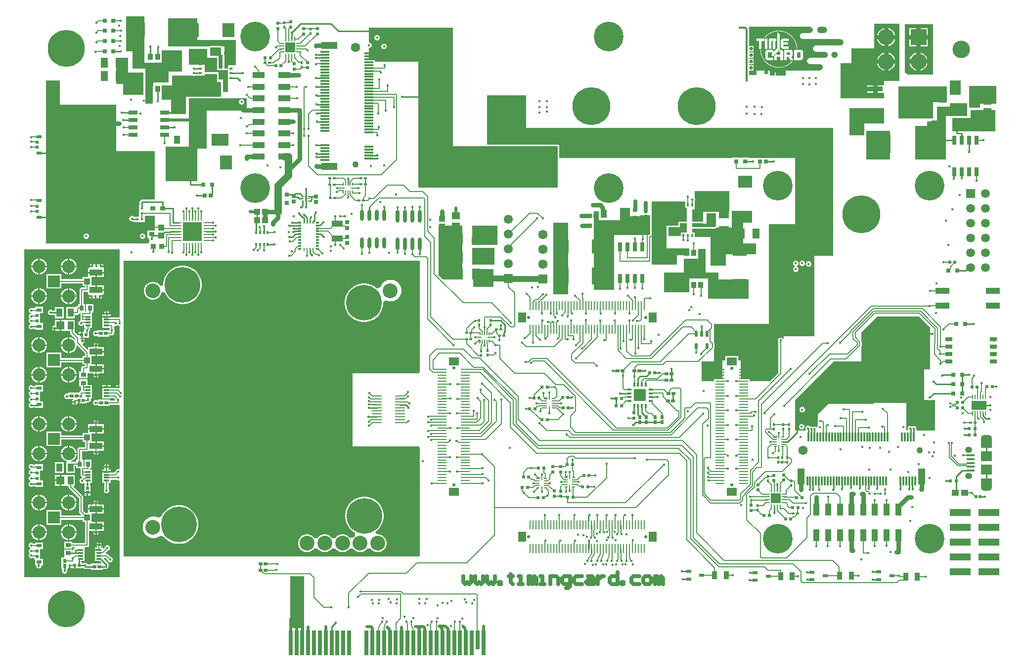
<source format=gbr>
G04*
G04 #@! TF.GenerationSoftware,Altium Limited,Altium Designer,23.7.1 (13)*
G04*
G04 Layer_Physical_Order=1*
G04 Layer_Color=255*
%FSLAX25Y25*%
%MOIN*%
G70*
G04*
G04 #@! TF.SameCoordinates,AF00DCEB-AC48-4C7C-91EA-99F42E284231*
G04*
G04*
G04 #@! TF.FilePolarity,Positive*
G04*
G01*
G75*
%ADD11C,0.02000*%
%ADD16C,0.00500*%
%ADD17C,0.01500*%
%ADD18C,0.01000*%
%ADD19C,0.00600*%
%ADD25C,0.00800*%
%ADD32C,0.02500*%
%ADD38R,0.12795X0.12795*%
%ADD39R,0.01024X0.03543*%
%ADD40R,0.03543X0.01024*%
%ADD41R,0.03740X0.03740*%
%ADD42R,0.01772X0.01772*%
%ADD43R,0.04331X0.04134*%
%ADD44R,0.03543X0.02953*%
%ADD45R,0.03543X0.03150*%
%ADD46R,0.04134X0.04331*%
%ADD47R,0.05709X0.04528*%
%ADD48R,0.05709X0.07480*%
%ADD49R,0.05512X0.03937*%
%ADD50R,0.03543X0.03937*%
%ADD51C,0.02918*%
%ADD52R,0.01457X0.00945*%
%ADD53R,0.01575X0.04252*%
%ADD54R,0.07835X0.09173*%
G04:AMPARAMS|DCode=55|XSize=11.81mil|YSize=29.53mil|CornerRadius=1.95mil|HoleSize=0mil|Usage=FLASHONLY|Rotation=180.000|XOffset=0mil|YOffset=0mil|HoleType=Round|Shape=RoundedRectangle|*
%AMROUNDEDRECTD55*
21,1,0.01181,0.02563,0,0,180.0*
21,1,0.00791,0.02953,0,0,180.0*
1,1,0.00390,-0.00396,0.01282*
1,1,0.00390,0.00396,0.01282*
1,1,0.00390,0.00396,-0.01282*
1,1,0.00390,-0.00396,-0.01282*
%
%ADD55ROUNDEDRECTD55*%
G04:AMPARAMS|DCode=56|XSize=11.81mil|YSize=29.53mil|CornerRadius=1.95mil|HoleSize=0mil|Usage=FLASHONLY|Rotation=90.000|XOffset=0mil|YOffset=0mil|HoleType=Round|Shape=RoundedRectangle|*
%AMROUNDEDRECTD56*
21,1,0.01181,0.02563,0,0,90.0*
21,1,0.00791,0.02953,0,0,90.0*
1,1,0.00390,0.01282,0.00396*
1,1,0.00390,0.01282,-0.00396*
1,1,0.00390,-0.01282,-0.00396*
1,1,0.00390,-0.01282,0.00396*
%
%ADD56ROUNDEDRECTD56*%
%ADD57R,0.05315X0.01575*%
%ADD58R,0.07480X0.07087*%
%ADD59R,0.08287X0.04409*%
%ADD60R,0.01968X0.01772*%
%ADD61R,0.03150X0.03150*%
%ADD62R,0.05000X0.02992*%
%ADD63R,0.09600X0.04400*%
%ADD64R,0.02165X0.02165*%
%ADD65R,0.07100X0.07100*%
%ADD66R,0.01000X0.03200*%
%ADD67R,0.03200X0.01000*%
%ADD68R,0.01772X0.01968*%
%ADD69R,0.02165X0.02165*%
%ADD70R,0.06102X0.01181*%
%ADD71R,0.10827X0.04724*%
%ADD72R,0.01181X0.06102*%
%ADD73R,0.04724X0.10827*%
%ADD74R,0.09800X0.03700*%
%ADD75R,0.23300X0.21700*%
%ADD76R,0.00984X0.01870*%
%ADD77R,0.01870X0.01378*%
%ADD78R,0.05100X0.03500*%
%ADD79R,0.08300X0.03500*%
%ADD80R,0.08300X0.07400*%
%ADD81R,0.02600X0.07400*%
%ADD82R,0.01400X0.07400*%
%ADD83R,0.02000X0.01300*%
%ADD84R,0.01300X0.02000*%
%ADD85R,0.09173X0.07835*%
%ADD86R,0.02816X0.02648*%
%ADD87R,0.02016X0.02288*%
%ADD88R,0.02911X0.02648*%
%ADD89R,0.02756X0.02756*%
G04:AMPARAMS|DCode=90|XSize=40.88mil|YSize=20.95mil|CornerRadius=10.48mil|HoleSize=0mil|Usage=FLASHONLY|Rotation=270.000|XOffset=0mil|YOffset=0mil|HoleType=Round|Shape=RoundedRectangle|*
%AMROUNDEDRECTD90*
21,1,0.04088,0.00000,0,0,270.0*
21,1,0.01993,0.02095,0,0,270.0*
1,1,0.02095,0.00000,-0.00996*
1,1,0.02095,0.00000,0.00996*
1,1,0.02095,0.00000,0.00996*
1,1,0.02095,0.00000,-0.00996*
%
%ADD90ROUNDEDRECTD90*%
%ADD91R,0.02095X0.04088*%
G04:AMPARAMS|DCode=92|XSize=61.02mil|YSize=23.62mil|CornerRadius=2.01mil|HoleSize=0mil|Usage=FLASHONLY|Rotation=90.000|XOffset=0mil|YOffset=0mil|HoleType=Round|Shape=RoundedRectangle|*
%AMROUNDEDRECTD92*
21,1,0.06102,0.01961,0,0,90.0*
21,1,0.05701,0.02362,0,0,90.0*
1,1,0.00402,0.00980,0.02850*
1,1,0.00402,0.00980,-0.02850*
1,1,0.00402,-0.00980,-0.02850*
1,1,0.00402,-0.00980,0.02850*
%
%ADD92ROUNDEDRECTD92*%
%ADD93R,0.05906X0.07284*%
G04:AMPARAMS|DCode=94|XSize=61.02mil|YSize=23.62mil|CornerRadius=2.01mil|HoleSize=0mil|Usage=FLASHONLY|Rotation=0.000|XOffset=0mil|YOffset=0mil|HoleType=Round|Shape=RoundedRectangle|*
%AMROUNDEDRECTD94*
21,1,0.06102,0.01961,0,0,0.0*
21,1,0.05701,0.02362,0,0,0.0*
1,1,0.00402,0.02850,-0.00980*
1,1,0.00402,-0.02850,-0.00980*
1,1,0.00402,-0.02850,0.00980*
1,1,0.00402,0.02850,0.00980*
%
%ADD94ROUNDEDRECTD94*%
%ADD95R,0.04546X0.06717*%
%ADD96R,0.03500X0.05100*%
%ADD97R,0.03500X0.08300*%
%ADD98R,0.07400X0.08300*%
%ADD99R,0.07400X0.02600*%
%ADD100R,0.07400X0.01400*%
%ADD101R,0.06717X0.04546*%
%ADD102R,0.04331X0.05315*%
%ADD103R,0.07874X0.11811*%
%ADD104R,0.11811X0.07874*%
%ADD105R,0.02631X0.02648*%
%ADD106R,0.02559X0.02362*%
%ADD107R,0.00984X0.06102*%
%ADD108R,0.05315X0.06693*%
%ADD109O,0.02362X0.08661*%
%ADD110O,0.02362X0.07480*%
%ADD111R,0.07480X0.04331*%
%ADD112R,0.02835X0.02835*%
%ADD113R,0.02648X0.02911*%
%ADD114R,0.04409X0.08287*%
%ADD115R,0.03543X0.01968*%
%ADD116R,0.03740X0.05709*%
%ADD117R,0.04134X0.03937*%
%ADD118R,0.08661X0.04134*%
%ADD119R,0.02362X0.02559*%
%ADD120R,0.02288X0.02016*%
%ADD121R,0.03937X0.05512*%
%ADD122R,0.05512X0.05512*%
%ADD123R,0.14488X0.05000*%
%ADD124R,0.02648X0.02816*%
%ADD125R,0.01378X0.01968*%
%ADD126R,0.03543X0.02362*%
%ADD127R,0.02165X0.02362*%
%ADD128R,0.01870X0.01968*%
G04:AMPARAMS|DCode=129|XSize=33.06mil|YSize=8.76mil|CornerRadius=4.38mil|HoleSize=0mil|Usage=FLASHONLY|Rotation=90.000|XOffset=0mil|YOffset=0mil|HoleType=Round|Shape=RoundedRectangle|*
%AMROUNDEDRECTD129*
21,1,0.03306,0.00000,0,0,90.0*
21,1,0.02430,0.00876,0,0,90.0*
1,1,0.00876,0.00000,0.01215*
1,1,0.00876,0.00000,-0.01215*
1,1,0.00876,0.00000,-0.01215*
1,1,0.00876,0.00000,0.01215*
%
%ADD129ROUNDEDRECTD129*%
%ADD130R,0.00876X0.03306*%
%ADD131R,0.05142X0.04166*%
%ADD132R,0.01968X0.01968*%
%ADD133R,0.09449X0.12992*%
%ADD134R,0.06693X0.05315*%
%ADD135R,0.06102X0.00984*%
%ADD136R,0.07087X0.00984*%
%ADD137R,0.07480X0.05709*%
%ADD138R,0.03347X0.01181*%
%ADD139R,0.03543X0.02756*%
%ADD140R,0.02756X0.03543*%
%ADD141R,0.02800X0.16500*%
%ADD142R,0.02800X0.12600*%
%ADD143R,0.03937X0.02835*%
%ADD144R,0.07480X0.06201*%
%ADD169R,0.02362X0.00787*%
%ADD170R,0.00787X0.02362*%
%ADD171C,0.00709*%
%ADD174R,0.00787X0.02362*%
%ADD175R,0.02362X0.00787*%
%ADD194R,0.10039X0.06496*%
%ADD210C,0.11800*%
%ADD211R,0.10827X0.10827*%
%ADD212C,0.10827*%
%ADD216C,0.00800*%
%ADD217C,0.06299*%
%ADD218C,0.04331*%
G04:AMPARAMS|DCode=230|XSize=82.68mil|YSize=82.68mil|CornerRadius=2.07mil|HoleSize=0mil|Usage=FLASHONLY|Rotation=90.000|XOffset=0mil|YOffset=0mil|HoleType=Round|Shape=RoundedRectangle|*
%AMROUNDEDRECTD230*
21,1,0.08268,0.07854,0,0,90.0*
21,1,0.07854,0.08268,0,0,90.0*
1,1,0.00413,0.03927,0.03927*
1,1,0.00413,0.03927,-0.03927*
1,1,0.00413,-0.03927,-0.03927*
1,1,0.00413,-0.03927,0.03927*
%
%ADD230ROUNDEDRECTD230*%
%ADD231C,0.03000*%
%ADD232C,0.04000*%
%ADD233C,0.05000*%
%ADD234R,0.09478X0.29380*%
%ADD235R,0.09941X0.06791*%
%ADD236C,0.06102*%
%ADD237R,0.06102X0.06102*%
%ADD238R,0.06299X0.06299*%
%ADD239C,0.25000*%
%ADD240O,0.04921X0.04134*%
%ADD241O,0.07480X0.04724*%
%ADD242C,0.25591*%
%ADD243C,0.02166*%
%ADD244C,0.10000*%
%ADD245C,0.24000*%
%ADD246C,0.08661*%
%ADD247R,0.07874X0.07874*%
%ADD248R,0.05906X0.05906*%
%ADD249C,0.05906*%
%ADD250C,0.01600*%
%ADD251C,0.20000*%
G36*
X510723Y14449D02*
X511046D01*
Y14417D01*
X511207D01*
Y14385D01*
X511336D01*
Y14353D01*
X511401D01*
Y14320D01*
X511497D01*
Y14288D01*
X511562D01*
Y14256D01*
X511659D01*
Y14224D01*
X511691D01*
Y14191D01*
X511756D01*
Y14159D01*
X511820D01*
Y14127D01*
X511852D01*
Y14095D01*
X511917D01*
Y14062D01*
X511949D01*
Y14030D01*
X512014D01*
Y13998D01*
X512046D01*
Y13965D01*
X512078D01*
Y13933D01*
X512110D01*
Y13901D01*
X512143D01*
Y13869D01*
X512175D01*
Y13836D01*
X512207D01*
Y13804D01*
X512239D01*
Y13772D01*
X512272D01*
Y13740D01*
X512304D01*
Y13707D01*
X512336D01*
Y13675D01*
X512368D01*
Y13643D01*
Y13611D01*
X512401D01*
Y13578D01*
X512433D01*
Y13546D01*
Y13514D01*
X512465D01*
Y13482D01*
X512498D01*
Y13449D01*
Y13417D01*
X512530D01*
Y13385D01*
Y13352D01*
X512562D01*
Y13320D01*
X512594D01*
Y13288D01*
Y13256D01*
X512627D01*
Y13223D01*
Y13191D01*
Y13159D01*
X512659D01*
Y13127D01*
Y13094D01*
X512691D01*
Y13062D01*
Y13030D01*
Y12998D01*
X512723D01*
Y12965D01*
Y12933D01*
Y12901D01*
Y12869D01*
X512756D01*
Y12836D01*
Y12804D01*
Y12772D01*
Y12740D01*
X512788D01*
Y12707D01*
Y12675D01*
Y12643D01*
Y12610D01*
Y12578D01*
Y12546D01*
Y12514D01*
Y12481D01*
Y12449D01*
Y12417D01*
X512820D01*
Y12385D01*
Y12352D01*
Y12320D01*
Y12288D01*
X512788D01*
Y12256D01*
Y12223D01*
Y12191D01*
Y12159D01*
Y12127D01*
Y12094D01*
Y12062D01*
Y12030D01*
Y11998D01*
X512756D01*
Y11965D01*
Y11933D01*
Y11901D01*
Y11868D01*
Y11836D01*
X512723D01*
Y11804D01*
Y11772D01*
Y11739D01*
X512691D01*
Y11707D01*
Y11675D01*
Y11643D01*
X512659D01*
Y11610D01*
Y11578D01*
Y11546D01*
X512627D01*
Y11514D01*
Y11481D01*
X512594D01*
Y11449D01*
Y11417D01*
X512562D01*
Y11384D01*
Y11352D01*
X512530D01*
Y11320D01*
Y11288D01*
X512498D01*
Y11255D01*
Y11223D01*
X512465D01*
Y11191D01*
X512433D01*
Y11159D01*
Y11126D01*
X512401D01*
Y11094D01*
X512368D01*
Y11062D01*
X512336D01*
Y11030D01*
Y10997D01*
X512304D01*
Y10965D01*
X512272D01*
Y10933D01*
X512239D01*
Y10901D01*
X512207D01*
Y10868D01*
X512175D01*
Y10836D01*
X512143D01*
Y10804D01*
X512110D01*
Y10772D01*
X512078D01*
Y10739D01*
X512014D01*
Y10707D01*
X511981D01*
Y10675D01*
X511949D01*
Y10643D01*
X511917D01*
Y10610D01*
X511852D01*
Y10578D01*
X511820D01*
Y10546D01*
X511756D01*
Y10514D01*
X511691D01*
Y10481D01*
X511626D01*
Y10449D01*
X511562D01*
Y10417D01*
X511497D01*
Y10384D01*
X511401D01*
Y10352D01*
X511304D01*
Y10320D01*
X511175D01*
Y10288D01*
X511014D01*
Y10255D01*
X507884D01*
Y10288D01*
X507723D01*
Y10320D01*
X507626D01*
Y10352D01*
X507529D01*
Y10384D01*
X507432D01*
Y10417D01*
X507368D01*
Y10449D01*
X507271D01*
Y10481D01*
X507239D01*
Y10514D01*
X507174D01*
Y10546D01*
X507110D01*
Y10578D01*
X507078D01*
Y10610D01*
X507013D01*
Y10643D01*
X506981D01*
Y10675D01*
X506916D01*
Y10707D01*
X506884D01*
Y10739D01*
X506852D01*
Y10772D01*
X506819D01*
Y10804D01*
X506787D01*
Y10836D01*
X506755D01*
Y10868D01*
X506723D01*
Y10901D01*
X506690D01*
Y10933D01*
X506658D01*
Y10965D01*
X506626D01*
Y10997D01*
X506594D01*
Y11030D01*
X506561D01*
Y11062D01*
Y11094D01*
X506529D01*
Y11126D01*
X506497D01*
Y11159D01*
X506464D01*
Y11191D01*
Y11223D01*
X506432D01*
Y11255D01*
Y11288D01*
X506400D01*
Y11320D01*
X506368D01*
Y11352D01*
Y11384D01*
X506335D01*
Y11417D01*
Y11449D01*
X506303D01*
Y11481D01*
Y11514D01*
X506271D01*
Y11546D01*
Y11578D01*
Y11610D01*
X506239D01*
Y11643D01*
Y11675D01*
Y11707D01*
X506207D01*
Y11739D01*
Y11772D01*
Y11804D01*
X506174D01*
Y11836D01*
Y11868D01*
Y11901D01*
Y11933D01*
Y11965D01*
X506142D01*
Y11998D01*
Y12030D01*
Y12062D01*
Y12094D01*
Y12127D01*
X506110D01*
Y12159D01*
Y12191D01*
Y12223D01*
Y12256D01*
Y12288D01*
Y12320D01*
Y12352D01*
Y12385D01*
Y12417D01*
Y12449D01*
Y12481D01*
Y12514D01*
Y12546D01*
X506142D01*
Y12578D01*
Y12610D01*
Y12643D01*
Y12675D01*
Y12707D01*
Y12740D01*
Y12772D01*
X506174D01*
Y12804D01*
Y12836D01*
Y12869D01*
Y12901D01*
X506207D01*
Y12933D01*
Y12965D01*
Y12998D01*
Y13030D01*
X506239D01*
Y13062D01*
Y13094D01*
X506271D01*
Y13127D01*
Y13159D01*
Y13191D01*
X506303D01*
Y13223D01*
Y13256D01*
X506335D01*
Y13288D01*
Y13320D01*
X506368D01*
Y13352D01*
Y13385D01*
X506400D01*
Y13417D01*
Y13449D01*
X506432D01*
Y13482D01*
X506464D01*
Y13514D01*
Y13546D01*
X506497D01*
Y13578D01*
X506529D01*
Y13611D01*
Y13643D01*
X506561D01*
Y13675D01*
X506594D01*
Y13707D01*
X506626D01*
Y13740D01*
X506658D01*
Y13772D01*
X506690D01*
Y13804D01*
X506723D01*
Y13836D01*
X506755D01*
Y13869D01*
X506787D01*
Y13901D01*
X506819D01*
Y13933D01*
X506852D01*
Y13965D01*
X506884D01*
Y13998D01*
X506916D01*
Y14030D01*
X506949D01*
Y14062D01*
X507013D01*
Y14095D01*
X507045D01*
Y14127D01*
X507110D01*
Y14159D01*
X507142D01*
Y14191D01*
X507207D01*
Y14224D01*
X507271D01*
Y14256D01*
X507336D01*
Y14288D01*
X507432D01*
Y14320D01*
X507497D01*
Y14353D01*
X507594D01*
Y14385D01*
X507723D01*
Y14417D01*
X507852D01*
Y14449D01*
X508207D01*
Y14482D01*
X510659D01*
Y14449D01*
X510691D01*
Y14482D01*
X510723D01*
Y14449D01*
D02*
G37*
G36*
X461846Y964D02*
X461976D01*
Y932D01*
X462072D01*
Y900D01*
X462137D01*
Y867D01*
X462201D01*
Y835D01*
X462234D01*
Y803D01*
X462298D01*
Y770D01*
X462330D01*
Y738D01*
X462395D01*
Y706D01*
X462427D01*
Y674D01*
X462460D01*
Y641D01*
X462492D01*
Y609D01*
X462524D01*
Y577D01*
X462556D01*
Y545D01*
Y512D01*
X462589D01*
Y480D01*
X462621D01*
Y448D01*
Y416D01*
X462653D01*
Y383D01*
X462685D01*
Y351D01*
Y319D01*
X462718D01*
Y286D01*
Y254D01*
Y222D01*
X462750D01*
Y190D01*
Y157D01*
Y125D01*
X462782D01*
Y93D01*
Y61D01*
Y28D01*
Y-4D01*
X462814D01*
Y-36D01*
Y-68D01*
Y-101D01*
Y-133D01*
Y-165D01*
Y-197D01*
Y-230D01*
Y-262D01*
Y-294D01*
Y-326D01*
Y-359D01*
Y-391D01*
Y-423D01*
X462782D01*
Y-455D01*
Y-488D01*
Y-520D01*
Y-552D01*
X462750D01*
Y-585D01*
Y-617D01*
Y-649D01*
X462718D01*
Y-681D01*
Y-714D01*
X462685D01*
Y-746D01*
Y-778D01*
X462653D01*
Y-810D01*
Y-843D01*
X462621D01*
Y-875D01*
X462589D01*
Y-907D01*
Y-939D01*
X462556D01*
Y-972D01*
X462524D01*
Y-1004D01*
X462492D01*
Y-1036D01*
X462460D01*
Y-1068D01*
X462427D01*
Y-1101D01*
X462395D01*
Y-1133D01*
X462363D01*
Y-1165D01*
X462330D01*
Y-1198D01*
X462266D01*
Y-1230D01*
X462234D01*
Y-1262D01*
X462169D01*
Y-1294D01*
X462105D01*
Y-1327D01*
X462008D01*
Y-1359D01*
X461911D01*
Y-1391D01*
X461718D01*
Y-1423D01*
X461492D01*
Y-1391D01*
X461298D01*
Y-1359D01*
X461201D01*
Y-1327D01*
X461137D01*
Y-1294D01*
X461040D01*
Y-1262D01*
X461008D01*
Y-1230D01*
X460943D01*
Y-1198D01*
X460911D01*
Y-1165D01*
X460846D01*
Y-1133D01*
X460814D01*
Y-1101D01*
X460782D01*
Y-1068D01*
X460750D01*
Y-1036D01*
X460717D01*
Y-1004D01*
X460685D01*
Y-972D01*
X460653D01*
Y-939D01*
X460620D01*
Y-907D01*
Y-875D01*
X460588D01*
Y-843D01*
Y-810D01*
X460556D01*
Y-778D01*
X460524D01*
Y-746D01*
Y-714D01*
X460492D01*
Y-681D01*
Y-649D01*
Y-617D01*
X460459D01*
Y-585D01*
Y-552D01*
Y-520D01*
X460427D01*
Y-488D01*
Y-455D01*
Y-423D01*
Y-391D01*
Y-359D01*
X460395D01*
Y-326D01*
Y-294D01*
Y-262D01*
Y-230D01*
Y-197D01*
Y-165D01*
Y-133D01*
Y-101D01*
Y-68D01*
Y-36D01*
X460427D01*
Y-4D01*
Y28D01*
Y61D01*
Y93D01*
Y125D01*
X460459D01*
Y157D01*
Y190D01*
Y222D01*
X460492D01*
Y254D01*
Y286D01*
X460524D01*
Y319D01*
Y351D01*
X460556D01*
Y383D01*
Y416D01*
X460588D01*
Y448D01*
Y480D01*
X460620D01*
Y512D01*
X460653D01*
Y545D01*
X460685D01*
Y577D01*
Y609D01*
X460717D01*
Y641D01*
X460750D01*
Y674D01*
X460782D01*
Y706D01*
X460846D01*
Y738D01*
X460879D01*
Y770D01*
X460911D01*
Y803D01*
X460975D01*
Y835D01*
X461008D01*
Y867D01*
X461072D01*
Y900D01*
X461169D01*
Y932D01*
X461234D01*
Y964D01*
X461363D01*
Y996D01*
X461846D01*
Y964D01*
D02*
G37*
G36*
X461814Y-3391D02*
X461943D01*
Y-3424D01*
X462040D01*
Y-3456D01*
X462105D01*
Y-3488D01*
X462169D01*
Y-3520D01*
X462234D01*
Y-3553D01*
X462298D01*
Y-3585D01*
X462330D01*
Y-3617D01*
X462363D01*
Y-3650D01*
X462427D01*
Y-3682D01*
X462460D01*
Y-3714D01*
X462492D01*
Y-3746D01*
X462524D01*
Y-3779D01*
Y-3811D01*
X462556D01*
Y-3843D01*
X462589D01*
Y-3875D01*
X462621D01*
Y-3907D01*
Y-3940D01*
X462653D01*
Y-3972D01*
Y-4004D01*
X462685D01*
Y-4037D01*
Y-4069D01*
X462718D01*
Y-4101D01*
Y-4133D01*
X462750D01*
Y-4166D01*
Y-4198D01*
Y-4230D01*
X462782D01*
Y-4262D01*
Y-4295D01*
Y-4327D01*
Y-4359D01*
X462814D01*
Y-4391D01*
Y-4424D01*
Y-4456D01*
Y-4488D01*
Y-4521D01*
Y-4553D01*
Y-4585D01*
Y-4617D01*
Y-4650D01*
Y-4682D01*
Y-4714D01*
Y-4746D01*
Y-4779D01*
X462782D01*
Y-4811D01*
Y-4843D01*
Y-4875D01*
Y-4908D01*
X462750D01*
Y-4940D01*
Y-4972D01*
Y-5004D01*
X462718D01*
Y-5037D01*
Y-5069D01*
X462685D01*
Y-5101D01*
Y-5133D01*
X462653D01*
Y-5166D01*
Y-5198D01*
X462621D01*
Y-5230D01*
Y-5263D01*
X462589D01*
Y-5295D01*
X462556D01*
Y-5327D01*
X462524D01*
Y-5359D01*
Y-5392D01*
X462492D01*
Y-5424D01*
X462460D01*
Y-5456D01*
X462395D01*
Y-5488D01*
X462363D01*
Y-5521D01*
X462330D01*
Y-5553D01*
X462298D01*
Y-5585D01*
X462234D01*
Y-5617D01*
X462169D01*
Y-5650D01*
X462105D01*
Y-5682D01*
X462040D01*
Y-5714D01*
X461943D01*
Y-5746D01*
X461782D01*
Y-5779D01*
X461427D01*
Y-5746D01*
X461266D01*
Y-5714D01*
X461169D01*
Y-5682D01*
X461104D01*
Y-5650D01*
X461040D01*
Y-5617D01*
X460975D01*
Y-5585D01*
X460943D01*
Y-5553D01*
X460879D01*
Y-5521D01*
X460846D01*
Y-5488D01*
X460814D01*
Y-5456D01*
X460782D01*
Y-5424D01*
X460750D01*
Y-5392D01*
X460717D01*
Y-5359D01*
X460685D01*
Y-5327D01*
X460653D01*
Y-5295D01*
X460620D01*
Y-5263D01*
Y-5230D01*
X460588D01*
Y-5198D01*
X460556D01*
Y-5166D01*
Y-5133D01*
X460524D01*
Y-5101D01*
Y-5069D01*
X460492D01*
Y-5037D01*
Y-5004D01*
Y-4972D01*
X460459D01*
Y-4940D01*
Y-4908D01*
Y-4875D01*
X460427D01*
Y-4843D01*
Y-4811D01*
Y-4779D01*
Y-4746D01*
X460395D01*
Y-4714D01*
Y-4682D01*
Y-4650D01*
Y-4617D01*
Y-4585D01*
Y-4553D01*
Y-4521D01*
Y-4488D01*
Y-4456D01*
Y-4424D01*
Y-4391D01*
X460427D01*
Y-4359D01*
Y-4327D01*
Y-4295D01*
Y-4262D01*
X460459D01*
Y-4230D01*
Y-4198D01*
Y-4166D01*
Y-4133D01*
X460492D01*
Y-4101D01*
Y-4069D01*
X460524D01*
Y-4037D01*
Y-4004D01*
X460556D01*
Y-3972D01*
Y-3940D01*
X460588D01*
Y-3907D01*
X460620D01*
Y-3875D01*
Y-3843D01*
X460653D01*
Y-3811D01*
X460685D01*
Y-3779D01*
X460717D01*
Y-3746D01*
X460750D01*
Y-3714D01*
X460782D01*
Y-3682D01*
X460814D01*
Y-3650D01*
X460846D01*
Y-3617D01*
X460879D01*
Y-3585D01*
X460943D01*
Y-3553D01*
X460975D01*
Y-3520D01*
X461040D01*
Y-3488D01*
X461104D01*
Y-3456D01*
X461169D01*
Y-3424D01*
X461266D01*
Y-3391D01*
X461427D01*
Y-3359D01*
X461814D01*
Y-3391D01*
D02*
G37*
G36*
X518143Y-2391D02*
X518337D01*
Y-2424D01*
X518466D01*
Y-2456D01*
X518563D01*
Y-2488D01*
X518659D01*
Y-2520D01*
X518724D01*
Y-2553D01*
X518821D01*
Y-2585D01*
X518885D01*
Y-2617D01*
X518918D01*
Y-2649D01*
X518982D01*
Y-2682D01*
X519047D01*
Y-2714D01*
X519079D01*
Y-2746D01*
X519143D01*
Y-2778D01*
X519176D01*
Y-2811D01*
X519208D01*
Y-2843D01*
X519240D01*
Y-2875D01*
X519305D01*
Y-2907D01*
X519337D01*
Y-2940D01*
X519369D01*
Y-2972D01*
X519402D01*
Y-3004D01*
X519434D01*
Y-3036D01*
X519466D01*
Y-3069D01*
X519498D01*
Y-3101D01*
X519531D01*
Y-3133D01*
Y-3165D01*
X519563D01*
Y-3198D01*
X519595D01*
Y-3230D01*
X519627D01*
Y-3262D01*
Y-3295D01*
X519660D01*
Y-3327D01*
X519692D01*
Y-3359D01*
Y-3391D01*
X519724D01*
Y-3424D01*
Y-3456D01*
X519756D01*
Y-3488D01*
X519789D01*
Y-3520D01*
Y-3553D01*
X519821D01*
Y-3585D01*
Y-3617D01*
Y-3650D01*
X519853D01*
Y-3682D01*
Y-3714D01*
X519885D01*
Y-3746D01*
Y-3779D01*
Y-3811D01*
X519918D01*
Y-3843D01*
Y-3875D01*
Y-3907D01*
X519950D01*
Y-3940D01*
Y-3972D01*
Y-4004D01*
Y-4037D01*
X519982D01*
Y-4069D01*
Y-4101D01*
Y-4133D01*
Y-4166D01*
Y-4198D01*
Y-4230D01*
X520014D01*
Y-4262D01*
Y-4295D01*
Y-4327D01*
Y-4359D01*
Y-4391D01*
Y-4424D01*
Y-4456D01*
Y-4488D01*
Y-4521D01*
Y-4553D01*
Y-4585D01*
Y-4617D01*
Y-4650D01*
Y-4682D01*
Y-4714D01*
X519982D01*
Y-4746D01*
Y-4779D01*
Y-4811D01*
Y-4843D01*
Y-4875D01*
Y-4908D01*
X519950D01*
Y-4940D01*
Y-4972D01*
Y-5004D01*
Y-5037D01*
X519918D01*
Y-5069D01*
Y-5101D01*
Y-5133D01*
X519885D01*
Y-5166D01*
Y-5198D01*
Y-5230D01*
X519853D01*
Y-5263D01*
Y-5295D01*
X519821D01*
Y-5327D01*
Y-5359D01*
X519789D01*
Y-5392D01*
Y-5424D01*
X519756D01*
Y-5456D01*
Y-5488D01*
X519724D01*
Y-5521D01*
Y-5553D01*
X519692D01*
Y-5585D01*
X519660D01*
Y-5617D01*
Y-5650D01*
X519627D01*
Y-5682D01*
X519595D01*
Y-5714D01*
Y-5746D01*
X519563D01*
Y-5779D01*
X519531D01*
Y-5811D01*
X519498D01*
Y-5843D01*
X519466D01*
Y-5875D01*
X519434D01*
Y-5908D01*
X519402D01*
Y-5940D01*
X519369D01*
Y-5972D01*
X519337D01*
Y-6005D01*
X519305D01*
Y-6037D01*
X519273D01*
Y-6069D01*
X519240D01*
Y-6101D01*
X519208D01*
Y-6134D01*
X519143D01*
Y-6166D01*
X519111D01*
Y-6198D01*
X519079D01*
Y-6230D01*
X519014D01*
Y-6263D01*
X518950D01*
Y-6295D01*
X518918D01*
Y-6327D01*
X518853D01*
Y-6359D01*
X518789D01*
Y-6392D01*
X518692D01*
Y-6424D01*
X518627D01*
Y-6456D01*
X518531D01*
Y-6488D01*
X518401D01*
Y-6521D01*
X518240D01*
Y-6553D01*
X518047D01*
Y-6585D01*
X518014D01*
Y-6553D01*
X517982D01*
Y-6585D01*
X517950D01*
Y-6553D01*
X517917D01*
Y-6585D01*
X517692D01*
Y-6553D01*
X517466D01*
Y-6521D01*
X517305D01*
Y-6488D01*
X517208D01*
Y-6456D01*
X517111D01*
Y-6424D01*
X517014D01*
Y-6392D01*
X516950D01*
Y-6359D01*
X516885D01*
Y-6327D01*
X516821D01*
Y-6295D01*
X516756D01*
Y-6263D01*
X516724D01*
Y-6230D01*
X516659D01*
Y-6198D01*
X516627D01*
Y-6166D01*
X516563D01*
Y-6134D01*
X516530D01*
Y-6101D01*
X516498D01*
Y-6069D01*
X516466D01*
Y-6037D01*
X516401D01*
Y-6005D01*
X516369D01*
Y-5972D01*
X516337D01*
Y-5940D01*
X516304D01*
Y-5908D01*
X516272D01*
Y-5875D01*
X516240D01*
Y-5843D01*
Y-5811D01*
X516208D01*
Y-5779D01*
X516175D01*
Y-5746D01*
X516143D01*
Y-5714D01*
X516111D01*
Y-5682D01*
Y-5650D01*
X516079D01*
Y-5617D01*
X516046D01*
Y-5585D01*
Y-5553D01*
X516014D01*
Y-5521D01*
Y-5488D01*
X515982D01*
Y-5456D01*
X515949D01*
Y-5424D01*
Y-5392D01*
X515917D01*
Y-5359D01*
Y-5327D01*
X515885D01*
Y-5295D01*
Y-5263D01*
Y-5230D01*
X515853D01*
Y-5198D01*
Y-5166D01*
X515821D01*
Y-5133D01*
Y-5101D01*
Y-5069D01*
X515788D01*
Y-5037D01*
Y-5004D01*
Y-4972D01*
Y-4940D01*
X515756D01*
Y-4908D01*
Y-4875D01*
Y-4843D01*
Y-4811D01*
Y-4779D01*
X515724D01*
Y-4746D01*
Y-4714D01*
Y-4682D01*
Y-4650D01*
Y-4617D01*
Y-4585D01*
Y-4553D01*
Y-4521D01*
Y-4488D01*
Y-4456D01*
Y-4424D01*
Y-4391D01*
Y-4359D01*
Y-4327D01*
Y-4295D01*
Y-4262D01*
Y-4230D01*
Y-4198D01*
Y-4166D01*
X515756D01*
Y-4133D01*
Y-4101D01*
Y-4069D01*
Y-4037D01*
Y-4004D01*
X515788D01*
Y-3972D01*
Y-3940D01*
Y-3907D01*
Y-3875D01*
X515821D01*
Y-3843D01*
Y-3811D01*
Y-3779D01*
X515853D01*
Y-3746D01*
Y-3714D01*
Y-3682D01*
X515885D01*
Y-3650D01*
Y-3617D01*
X515917D01*
Y-3585D01*
Y-3553D01*
X515949D01*
Y-3520D01*
Y-3488D01*
X515982D01*
Y-3456D01*
Y-3424D01*
X516014D01*
Y-3391D01*
Y-3359D01*
X516046D01*
Y-3327D01*
X516079D01*
Y-3295D01*
Y-3262D01*
X516111D01*
Y-3230D01*
X516143D01*
Y-3198D01*
X516175D01*
Y-3165D01*
Y-3133D01*
X516208D01*
Y-3101D01*
X516240D01*
Y-3069D01*
X516272D01*
Y-3036D01*
X516304D01*
Y-3004D01*
X516337D01*
Y-2972D01*
X516369D01*
Y-2940D01*
X516401D01*
Y-2907D01*
X516433D01*
Y-2875D01*
X516466D01*
Y-2843D01*
X516498D01*
Y-2811D01*
X516563D01*
Y-2778D01*
X516595D01*
Y-2746D01*
X516659D01*
Y-2714D01*
X516691D01*
Y-2682D01*
X516756D01*
Y-2649D01*
X516788D01*
Y-2617D01*
X516853D01*
Y-2585D01*
X516917D01*
Y-2553D01*
X516982D01*
Y-2520D01*
X517079D01*
Y-2488D01*
X517175D01*
Y-2456D01*
X517272D01*
Y-2424D01*
X517401D01*
Y-2391D01*
X517563D01*
Y-2359D01*
X518143D01*
Y-2391D01*
D02*
G37*
G36*
X501012Y14449D02*
X501367D01*
Y14417D01*
X501496D01*
Y14385D01*
X501625D01*
Y14353D01*
X501722D01*
Y14320D01*
X501819D01*
Y14288D01*
X501883D01*
Y14256D01*
X501948D01*
Y14224D01*
X502012D01*
Y14191D01*
X502077D01*
Y14159D01*
X502142D01*
Y14127D01*
X502174D01*
Y14095D01*
X502238D01*
Y14062D01*
X502271D01*
Y14030D01*
X502303D01*
Y13998D01*
X502367D01*
Y13965D01*
X502400D01*
Y13933D01*
X502432D01*
Y13901D01*
X502464D01*
Y13869D01*
X502496D01*
Y13836D01*
X502529D01*
Y13804D01*
X502561D01*
Y13772D01*
X502593D01*
Y13740D01*
X502625D01*
Y13707D01*
X502658D01*
Y13675D01*
X502690D01*
Y13643D01*
Y13611D01*
X502722D01*
Y13578D01*
X502754D01*
Y13546D01*
X502787D01*
Y13514D01*
Y13482D01*
X502819D01*
Y13449D01*
Y13417D01*
X502851D01*
Y13385D01*
X502883D01*
Y13352D01*
Y13320D01*
X502916D01*
Y13288D01*
Y13256D01*
X502948D01*
Y13223D01*
Y13191D01*
X502980D01*
Y13159D01*
Y13127D01*
Y13094D01*
X503013D01*
Y13062D01*
Y13030D01*
Y12998D01*
X503045D01*
Y12965D01*
Y12933D01*
Y12901D01*
X503077D01*
Y12869D01*
Y12836D01*
Y12804D01*
Y12772D01*
X503109D01*
Y12740D01*
Y12707D01*
Y12675D01*
Y12643D01*
Y12610D01*
Y12578D01*
X503142D01*
Y12546D01*
Y12514D01*
Y12481D01*
Y12449D01*
Y12417D01*
Y12385D01*
Y12352D01*
Y12320D01*
Y12288D01*
Y12256D01*
Y12223D01*
X503109D01*
Y12191D01*
X503142D01*
Y12159D01*
X503109D01*
Y12127D01*
Y12094D01*
Y12062D01*
Y12030D01*
Y11998D01*
Y11965D01*
Y11933D01*
X503077D01*
Y11901D01*
Y11868D01*
Y11836D01*
Y11804D01*
X503045D01*
Y11772D01*
Y11739D01*
Y11707D01*
X503013D01*
Y11675D01*
Y11643D01*
Y11610D01*
X502980D01*
Y11578D01*
Y11546D01*
Y11514D01*
X502948D01*
Y11481D01*
Y11449D01*
X502916D01*
Y11417D01*
Y11384D01*
X502883D01*
Y11352D01*
Y11320D01*
X502851D01*
Y11288D01*
X502819D01*
Y11255D01*
Y11223D01*
X502787D01*
Y11191D01*
X502754D01*
Y11159D01*
Y11126D01*
X502722D01*
Y11094D01*
X502690D01*
Y11062D01*
X502658D01*
Y11030D01*
Y10997D01*
X502625D01*
Y10965D01*
X502593D01*
Y10933D01*
X502561D01*
Y10901D01*
X502529D01*
Y10868D01*
X502496D01*
Y10836D01*
X502464D01*
Y10804D01*
X502432D01*
Y10772D01*
X502400D01*
Y10739D01*
X502335D01*
Y10707D01*
X502303D01*
Y10675D01*
X502271D01*
Y10643D01*
X502206D01*
Y10610D01*
X502174D01*
Y10578D01*
X502109D01*
Y10546D01*
X502077D01*
Y10514D01*
X502012D01*
Y10481D01*
X501948D01*
Y10449D01*
X501883D01*
Y10417D01*
X501787D01*
Y10384D01*
X501722D01*
Y10352D01*
X501593D01*
Y10320D01*
X501496D01*
Y10288D01*
X501303D01*
Y10255D01*
X496431D01*
Y10223D01*
X496173D01*
Y10191D01*
X496044D01*
Y10159D01*
X495915D01*
Y10126D01*
X495850D01*
Y10094D01*
X495754D01*
Y10062D01*
X495689D01*
Y10029D01*
X495625D01*
Y9997D01*
X495560D01*
Y9965D01*
X495496D01*
Y9933D01*
X495463D01*
Y9900D01*
X495399D01*
Y9868D01*
X495334D01*
Y9836D01*
X495302D01*
Y9804D01*
X495270D01*
Y9771D01*
X495237D01*
Y9739D01*
X495173D01*
Y9707D01*
X495141D01*
Y9675D01*
X495108D01*
Y9642D01*
X495076D01*
Y9610D01*
X495044D01*
Y9578D01*
X495012D01*
Y9546D01*
X494979D01*
Y9513D01*
X494947D01*
Y9481D01*
Y9449D01*
X494915D01*
Y9417D01*
X494883D01*
Y9384D01*
X494850D01*
Y9352D01*
Y9320D01*
X494818D01*
Y9287D01*
X494786D01*
Y9255D01*
Y9223D01*
X494754D01*
Y9191D01*
X494721D01*
Y9159D01*
Y9126D01*
X494689D01*
Y9094D01*
Y9062D01*
X494657D01*
Y9029D01*
Y8997D01*
X494625D01*
Y8965D01*
Y8933D01*
Y8900D01*
X494592D01*
Y8868D01*
Y8836D01*
X494560D01*
Y8804D01*
Y8771D01*
Y8739D01*
X494528D01*
Y8707D01*
Y8675D01*
Y8642D01*
Y8610D01*
X494495D01*
Y8578D01*
Y8546D01*
Y8513D01*
Y8481D01*
Y8449D01*
Y8416D01*
X494463D01*
Y8384D01*
Y8352D01*
Y8320D01*
Y8287D01*
Y8255D01*
Y8223D01*
Y8191D01*
Y8158D01*
Y8126D01*
Y8094D01*
Y8062D01*
Y8029D01*
Y7997D01*
Y7965D01*
Y7932D01*
Y7900D01*
X494495D01*
Y7868D01*
Y7836D01*
Y7803D01*
Y7771D01*
Y7739D01*
Y7707D01*
X494528D01*
Y7674D01*
Y7642D01*
Y7610D01*
Y7578D01*
X494560D01*
Y7545D01*
Y7513D01*
Y7481D01*
X494592D01*
Y7449D01*
Y7416D01*
Y7384D01*
X494625D01*
Y7352D01*
Y7320D01*
X494657D01*
Y7287D01*
Y7255D01*
X494689D01*
Y7223D01*
Y7191D01*
X494721D01*
Y7158D01*
Y7126D01*
X494754D01*
Y7094D01*
Y7062D01*
X494786D01*
Y7029D01*
X494818D01*
Y6997D01*
Y6965D01*
X494850D01*
Y6932D01*
X494883D01*
Y6900D01*
Y6868D01*
X494915D01*
Y6836D01*
X494947D01*
Y6803D01*
X494979D01*
Y6771D01*
X495012D01*
Y6739D01*
X495044D01*
Y6707D01*
X495076D01*
Y6674D01*
X495108D01*
Y6642D01*
X495141D01*
Y6610D01*
X495173D01*
Y6577D01*
X495205D01*
Y6545D01*
X495237D01*
Y6513D01*
X495270D01*
Y6481D01*
X495334D01*
Y6448D01*
X495366D01*
Y6416D01*
X495431D01*
Y6384D01*
X495463D01*
Y6352D01*
X495528D01*
Y6319D01*
X495592D01*
Y6287D01*
X495657D01*
Y6255D01*
X495721D01*
Y6223D01*
X495786D01*
Y6190D01*
X495883D01*
Y6158D01*
X495979D01*
Y6126D01*
X496108D01*
Y6094D01*
X496270D01*
Y6061D01*
X521789D01*
Y6029D01*
X521821D01*
Y6061D01*
X521853D01*
Y6029D01*
X522079D01*
Y5997D01*
X522208D01*
Y5965D01*
X522305D01*
Y5932D01*
X522402D01*
Y5900D01*
X522499D01*
Y5868D01*
X522563D01*
Y5835D01*
X522628D01*
Y5803D01*
X522692D01*
Y5771D01*
X522757D01*
Y5739D01*
X522789D01*
Y5706D01*
X522854D01*
Y5674D01*
X522886D01*
Y5642D01*
X522950D01*
Y5610D01*
X522983D01*
Y5577D01*
X523015D01*
Y5545D01*
X523047D01*
Y5513D01*
X523112D01*
Y5481D01*
X523144D01*
Y5448D01*
X523176D01*
Y5416D01*
X523208D01*
Y5384D01*
X523241D01*
Y5352D01*
X523273D01*
Y5319D01*
Y5287D01*
X523305D01*
Y5255D01*
X523338D01*
Y5223D01*
X523370D01*
Y5190D01*
X523402D01*
Y5158D01*
Y5126D01*
X523434D01*
Y5094D01*
X523466D01*
Y5061D01*
Y5029D01*
X523499D01*
Y4997D01*
X523531D01*
Y4964D01*
Y4932D01*
X523563D01*
Y4900D01*
Y4868D01*
X523596D01*
Y4835D01*
Y4803D01*
X523628D01*
Y4771D01*
Y4739D01*
Y4706D01*
X523660D01*
Y4674D01*
Y4642D01*
X523692D01*
Y4610D01*
Y4577D01*
Y4545D01*
X523725D01*
Y4513D01*
Y4481D01*
Y4448D01*
Y4416D01*
X523757D01*
Y4384D01*
Y4352D01*
Y4319D01*
Y4287D01*
Y4255D01*
X523789D01*
Y4222D01*
Y4190D01*
Y4158D01*
Y4126D01*
Y4093D01*
Y4061D01*
Y4029D01*
Y3997D01*
Y3964D01*
Y3932D01*
Y3900D01*
Y3867D01*
Y3835D01*
Y3803D01*
Y3771D01*
Y3739D01*
Y3706D01*
Y3674D01*
Y3642D01*
X523757D01*
Y3609D01*
Y3577D01*
Y3545D01*
Y3513D01*
Y3480D01*
X523725D01*
Y3448D01*
Y3416D01*
Y3384D01*
Y3351D01*
X523692D01*
Y3319D01*
Y3287D01*
Y3255D01*
X523660D01*
Y3222D01*
Y3190D01*
Y3158D01*
X523628D01*
Y3125D01*
Y3093D01*
X523596D01*
Y3061D01*
Y3029D01*
X523563D01*
Y2997D01*
Y2964D01*
X523531D01*
Y2932D01*
Y2900D01*
X523499D01*
Y2867D01*
Y2835D01*
X523466D01*
Y2803D01*
X523434D01*
Y2771D01*
Y2738D01*
X523402D01*
Y2706D01*
X523370D01*
Y2674D01*
X523338D01*
Y2642D01*
X523305D01*
Y2609D01*
Y2577D01*
X523273D01*
Y2545D01*
X523241D01*
Y2513D01*
X523208D01*
Y2480D01*
X523176D01*
Y2448D01*
X523144D01*
Y2416D01*
X523112D01*
Y2383D01*
X523079D01*
Y2351D01*
X523047D01*
Y2319D01*
X522983D01*
Y2287D01*
X522950D01*
Y2254D01*
X522918D01*
Y2222D01*
X522854D01*
Y2190D01*
X522821D01*
Y2158D01*
X522757D01*
Y2125D01*
X522692D01*
Y2093D01*
X522660D01*
Y2061D01*
X522563D01*
Y2029D01*
X522499D01*
Y1996D01*
X522434D01*
Y1964D01*
X522337D01*
Y1932D01*
X522241D01*
Y1900D01*
X522112D01*
Y1867D01*
X521918D01*
Y1835D01*
X505174D01*
Y1803D01*
X504981D01*
Y1770D01*
X504851D01*
Y1738D01*
X504722D01*
Y1706D01*
X504658D01*
Y1674D01*
X504561D01*
Y1641D01*
X504497D01*
Y1609D01*
X504432D01*
Y1577D01*
X504367D01*
Y1545D01*
X504303D01*
Y1512D01*
X504271D01*
Y1480D01*
X504206D01*
Y1448D01*
X504174D01*
Y1416D01*
X504142D01*
Y1383D01*
X504077D01*
Y1351D01*
X504045D01*
Y1319D01*
X504013D01*
Y1287D01*
X503980D01*
Y1254D01*
X503948D01*
Y1222D01*
X503916D01*
Y1190D01*
X503884D01*
Y1158D01*
X503851D01*
Y1125D01*
X503819D01*
Y1093D01*
X503787D01*
Y1061D01*
X503755D01*
Y1029D01*
X503722D01*
Y996D01*
Y964D01*
X503690D01*
Y932D01*
X503658D01*
Y900D01*
Y867D01*
X503625D01*
Y835D01*
X503593D01*
Y803D01*
Y770D01*
X503561D01*
Y738D01*
Y706D01*
X503529D01*
Y674D01*
Y641D01*
X503497D01*
Y609D01*
Y577D01*
X503464D01*
Y545D01*
Y512D01*
X503432D01*
Y480D01*
Y448D01*
Y416D01*
X503400D01*
Y383D01*
Y351D01*
Y319D01*
X503367D01*
Y286D01*
Y254D01*
Y222D01*
Y190D01*
X503335D01*
Y157D01*
Y125D01*
Y93D01*
Y61D01*
Y28D01*
Y-4D01*
X503303D01*
Y-36D01*
Y-68D01*
Y-101D01*
Y-133D01*
Y-165D01*
Y-197D01*
Y-230D01*
Y-262D01*
Y-294D01*
Y-326D01*
Y-359D01*
Y-391D01*
Y-423D01*
Y-455D01*
Y-488D01*
Y-520D01*
X503335D01*
Y-552D01*
Y-585D01*
Y-617D01*
Y-649D01*
Y-681D01*
Y-714D01*
X503367D01*
Y-746D01*
Y-778D01*
Y-810D01*
Y-843D01*
X503400D01*
Y-875D01*
Y-907D01*
Y-939D01*
X503432D01*
Y-972D01*
Y-1004D01*
Y-1036D01*
X503464D01*
Y-1068D01*
Y-1101D01*
X503497D01*
Y-1133D01*
Y-1165D01*
X503529D01*
Y-1198D01*
Y-1230D01*
X503561D01*
Y-1262D01*
Y-1294D01*
X503593D01*
Y-1327D01*
Y-1359D01*
X503625D01*
Y-1391D01*
X503658D01*
Y-1423D01*
Y-1456D01*
X503690D01*
Y-1488D01*
X503722D01*
Y-1520D01*
X503755D01*
Y-1552D01*
Y-1585D01*
X503787D01*
Y-1617D01*
X503819D01*
Y-1649D01*
X503851D01*
Y-1681D01*
X503884D01*
Y-1714D01*
X503916D01*
Y-1746D01*
X503948D01*
Y-1778D01*
X503980D01*
Y-1811D01*
X504013D01*
Y-1843D01*
X504045D01*
Y-1875D01*
X504109D01*
Y-1907D01*
X504142D01*
Y-1940D01*
X504174D01*
Y-1972D01*
X504239D01*
Y-2004D01*
X504271D01*
Y-2036D01*
X504335D01*
Y-2069D01*
X504400D01*
Y-2101D01*
X504432D01*
Y-2133D01*
X504497D01*
Y-2165D01*
X504593D01*
Y-2198D01*
X504658D01*
Y-2230D01*
X504755D01*
Y-2262D01*
X504851D01*
Y-2294D01*
X504981D01*
Y-2327D01*
X505206D01*
Y-2359D01*
X511401D01*
Y-2391D01*
X511562D01*
Y-2424D01*
X511691D01*
Y-2456D01*
X511788D01*
Y-2488D01*
X511884D01*
Y-2520D01*
X511981D01*
Y-2553D01*
X512046D01*
Y-2585D01*
X512110D01*
Y-2617D01*
X512175D01*
Y-2649D01*
X512239D01*
Y-2682D01*
X512272D01*
Y-2714D01*
X512336D01*
Y-2746D01*
X512368D01*
Y-2778D01*
X512401D01*
Y-2811D01*
X512465D01*
Y-2843D01*
X512498D01*
Y-2875D01*
X512530D01*
Y-2907D01*
X512562D01*
Y-2940D01*
X512594D01*
Y-2972D01*
X512627D01*
Y-3004D01*
X512659D01*
Y-3036D01*
X512691D01*
Y-3069D01*
X512723D01*
Y-3101D01*
X512756D01*
Y-3133D01*
X512788D01*
Y-3165D01*
X512820D01*
Y-3198D01*
Y-3230D01*
X512852D01*
Y-3262D01*
X512885D01*
Y-3295D01*
X512917D01*
Y-3327D01*
Y-3359D01*
X512949D01*
Y-3391D01*
Y-3424D01*
X512981D01*
Y-3456D01*
X513014D01*
Y-3488D01*
Y-3520D01*
X513046D01*
Y-3553D01*
Y-3585D01*
X513078D01*
Y-3617D01*
Y-3650D01*
Y-3682D01*
X513110D01*
Y-3714D01*
Y-3746D01*
X513143D01*
Y-3779D01*
Y-3811D01*
Y-3843D01*
X513175D01*
Y-3875D01*
Y-3907D01*
Y-3940D01*
Y-3972D01*
X513207D01*
Y-4004D01*
Y-4037D01*
Y-4069D01*
Y-4101D01*
Y-4133D01*
X513239D01*
Y-4166D01*
Y-4198D01*
Y-4230D01*
Y-4262D01*
Y-4295D01*
Y-4327D01*
Y-4359D01*
Y-4391D01*
Y-4424D01*
Y-4456D01*
Y-4488D01*
Y-4521D01*
Y-4553D01*
Y-4585D01*
Y-4617D01*
Y-4650D01*
Y-4682D01*
Y-4714D01*
Y-4746D01*
Y-4779D01*
Y-4811D01*
X513207D01*
Y-4843D01*
Y-4875D01*
Y-4908D01*
Y-4940D01*
Y-4972D01*
X513175D01*
Y-5004D01*
Y-5037D01*
Y-5069D01*
X513143D01*
Y-5101D01*
Y-5133D01*
Y-5166D01*
X513110D01*
Y-5198D01*
Y-5230D01*
Y-5263D01*
X513078D01*
Y-5295D01*
Y-5327D01*
X513046D01*
Y-5359D01*
Y-5392D01*
X513014D01*
Y-5424D01*
Y-5456D01*
X512981D01*
Y-5488D01*
Y-5521D01*
X512949D01*
Y-5553D01*
Y-5585D01*
X512917D01*
Y-5617D01*
X512885D01*
Y-5650D01*
Y-5682D01*
X512852D01*
Y-5714D01*
X512820D01*
Y-5746D01*
X512788D01*
Y-5779D01*
X512756D01*
Y-5811D01*
Y-5843D01*
X512723D01*
Y-5875D01*
X512691D01*
Y-5908D01*
X512659D01*
Y-5940D01*
X512627D01*
Y-5972D01*
X512594D01*
Y-6005D01*
X512562D01*
Y-6037D01*
X512530D01*
Y-6069D01*
X512465D01*
Y-6101D01*
X512433D01*
Y-6134D01*
X512401D01*
Y-6166D01*
X512336D01*
Y-6198D01*
X512304D01*
Y-6230D01*
X512239D01*
Y-6263D01*
X512207D01*
Y-6295D01*
X512143D01*
Y-6327D01*
X512078D01*
Y-6359D01*
X512014D01*
Y-6392D01*
X511949D01*
Y-6424D01*
X511852D01*
Y-6456D01*
X511756D01*
Y-6488D01*
X511659D01*
Y-6521D01*
X511497D01*
Y-6553D01*
X511272D01*
Y-6585D01*
X511207D01*
Y-6553D01*
X511175D01*
Y-6585D01*
X501496D01*
Y-6553D01*
X501464D01*
Y-6585D01*
X501141D01*
Y-6617D01*
X500980D01*
Y-6650D01*
X500851D01*
Y-6682D01*
X500754D01*
Y-6714D01*
X500690D01*
Y-6747D01*
X500593D01*
Y-6779D01*
X500528D01*
Y-6811D01*
X500464D01*
Y-6843D01*
X500432D01*
Y-6876D01*
X500367D01*
Y-6908D01*
X500303D01*
Y-6940D01*
X500270D01*
Y-6972D01*
X500206D01*
Y-7005D01*
X500174D01*
Y-7037D01*
X500141D01*
Y-7069D01*
X500109D01*
Y-7102D01*
X500044D01*
Y-7134D01*
X500012D01*
Y-7166D01*
X499980D01*
Y-7198D01*
X499948D01*
Y-7231D01*
X499915D01*
Y-7263D01*
X499883D01*
Y-7295D01*
Y-7327D01*
X499851D01*
Y-7360D01*
X499819D01*
Y-7392D01*
X499786D01*
Y-7424D01*
X499754D01*
Y-7456D01*
Y-7489D01*
X499722D01*
Y-7521D01*
X499690D01*
Y-7553D01*
Y-7585D01*
X499657D01*
Y-7618D01*
X499625D01*
Y-7650D01*
Y-7682D01*
X499593D01*
Y-7714D01*
Y-7747D01*
X499560D01*
Y-7779D01*
Y-7811D01*
X499528D01*
Y-7843D01*
Y-7876D01*
X499496D01*
Y-7908D01*
Y-7940D01*
Y-7972D01*
X499464D01*
Y-8005D01*
Y-8037D01*
Y-8069D01*
X499432D01*
Y-8102D01*
Y-8134D01*
Y-8166D01*
X499399D01*
Y-8198D01*
Y-8231D01*
Y-8263D01*
Y-8295D01*
Y-8327D01*
X499367D01*
Y-8360D01*
Y-8392D01*
Y-8424D01*
Y-8456D01*
Y-8489D01*
Y-8521D01*
Y-8553D01*
Y-8585D01*
Y-8618D01*
Y-8650D01*
Y-8682D01*
Y-8715D01*
Y-8747D01*
Y-8779D01*
Y-8811D01*
Y-8844D01*
Y-8876D01*
Y-8908D01*
Y-8940D01*
Y-8973D01*
Y-9005D01*
X499399D01*
Y-9037D01*
Y-9069D01*
Y-9102D01*
Y-9134D01*
Y-9166D01*
X499432D01*
Y-9199D01*
Y-9231D01*
Y-9263D01*
X499464D01*
Y-9295D01*
Y-9328D01*
Y-9360D01*
X499496D01*
Y-9392D01*
Y-9424D01*
Y-9457D01*
X499528D01*
Y-9489D01*
Y-9521D01*
X499560D01*
Y-9553D01*
Y-9586D01*
X499593D01*
Y-9618D01*
Y-9650D01*
X499625D01*
Y-9682D01*
Y-9715D01*
X499657D01*
Y-9747D01*
Y-9779D01*
X499690D01*
Y-9811D01*
X499722D01*
Y-9844D01*
Y-9876D01*
X499754D01*
Y-9908D01*
X499786D01*
Y-9940D01*
X499819D01*
Y-9973D01*
Y-10005D01*
X499851D01*
Y-10037D01*
X499883D01*
Y-10069D01*
X499915D01*
Y-10102D01*
X499948D01*
Y-10134D01*
X499980D01*
Y-10166D01*
X500012D01*
Y-10199D01*
X500044D01*
Y-10231D01*
X500077D01*
Y-10263D01*
X500109D01*
Y-10295D01*
X500174D01*
Y-10328D01*
X500206D01*
Y-10360D01*
X500238D01*
Y-10392D01*
X500303D01*
Y-10424D01*
X500335D01*
Y-10457D01*
X500399D01*
Y-10489D01*
X500464D01*
Y-10521D01*
X500528D01*
Y-10554D01*
X500593D01*
Y-10586D01*
X500657D01*
Y-10618D01*
X500754D01*
Y-10650D01*
X500819D01*
Y-10683D01*
X500948D01*
Y-10715D01*
X501109D01*
Y-10747D01*
X501399D01*
Y-10779D01*
X508078D01*
Y-10812D01*
X508239D01*
Y-10844D01*
X508336D01*
Y-10876D01*
X508432D01*
Y-10908D01*
X508529D01*
Y-10941D01*
X508626D01*
Y-10973D01*
X508691D01*
Y-11005D01*
X508755D01*
Y-11037D01*
X508787D01*
Y-11070D01*
X508852D01*
Y-11102D01*
X508916D01*
Y-11134D01*
X508949D01*
Y-11167D01*
X509013D01*
Y-11199D01*
X509046D01*
Y-11231D01*
X509078D01*
Y-11263D01*
X509110D01*
Y-11295D01*
X509174D01*
Y-11328D01*
X509207D01*
Y-11360D01*
X509239D01*
Y-11392D01*
X509271D01*
Y-11425D01*
X509304D01*
Y-11457D01*
X509336D01*
Y-11489D01*
Y-11521D01*
X509368D01*
Y-11554D01*
X509400D01*
Y-11586D01*
X509433D01*
Y-11618D01*
X509465D01*
Y-11650D01*
Y-11683D01*
X509497D01*
Y-11715D01*
X509529D01*
Y-11747D01*
Y-11779D01*
X509562D01*
Y-11812D01*
X509594D01*
Y-11844D01*
Y-11876D01*
X509626D01*
Y-11908D01*
Y-11941D01*
X509658D01*
Y-11973D01*
Y-12005D01*
X509691D01*
Y-12037D01*
Y-12070D01*
X509723D01*
Y-12102D01*
Y-12134D01*
Y-12167D01*
X509755D01*
Y-12199D01*
Y-12231D01*
Y-12263D01*
X509788D01*
Y-12296D01*
Y-12328D01*
Y-12360D01*
X509820D01*
Y-12392D01*
Y-12425D01*
Y-12457D01*
Y-12489D01*
Y-12521D01*
Y-12554D01*
X509852D01*
Y-12586D01*
Y-12618D01*
Y-12651D01*
Y-12683D01*
Y-12715D01*
Y-12747D01*
Y-12780D01*
Y-12812D01*
Y-12844D01*
X509884D01*
Y-12876D01*
Y-12909D01*
X509852D01*
Y-12941D01*
Y-12973D01*
Y-13005D01*
Y-13038D01*
Y-13070D01*
Y-13102D01*
Y-13134D01*
Y-13167D01*
Y-13199D01*
Y-13231D01*
X509820D01*
Y-13263D01*
Y-13296D01*
Y-13328D01*
Y-13360D01*
Y-13393D01*
X509788D01*
Y-13425D01*
Y-13457D01*
Y-13489D01*
X509755D01*
Y-13522D01*
Y-13554D01*
Y-13586D01*
X509723D01*
Y-13618D01*
Y-13651D01*
Y-13683D01*
X509691D01*
Y-13715D01*
Y-13747D01*
Y-13780D01*
X509658D01*
Y-13812D01*
Y-13844D01*
X509626D01*
Y-13876D01*
Y-13909D01*
X509594D01*
Y-13941D01*
Y-13973D01*
X509562D01*
Y-14006D01*
X509529D01*
Y-14038D01*
Y-14070D01*
X509497D01*
Y-14102D01*
X509465D01*
Y-14134D01*
Y-14167D01*
X509433D01*
Y-14199D01*
X509400D01*
Y-14231D01*
X509368D01*
Y-14264D01*
Y-14296D01*
X509336D01*
Y-14328D01*
X509304D01*
Y-14360D01*
X509271D01*
Y-14393D01*
X509239D01*
Y-14425D01*
X509207D01*
Y-14457D01*
X509174D01*
Y-14489D01*
X509142D01*
Y-14522D01*
X509110D01*
Y-14554D01*
X509078D01*
Y-14586D01*
X509046D01*
Y-14618D01*
X508981D01*
Y-14651D01*
X508949D01*
Y-14683D01*
X508916D01*
Y-14715D01*
X508852D01*
Y-14748D01*
X508820D01*
Y-14780D01*
X508755D01*
Y-14812D01*
X508691D01*
Y-14844D01*
X508626D01*
Y-14877D01*
X508562D01*
Y-14909D01*
X508465D01*
Y-14941D01*
X508336D01*
Y-14973D01*
X485107D01*
Y-15006D01*
X485043D01*
Y-15038D01*
X485010D01*
Y-15070D01*
X484978D01*
Y-15102D01*
X484946D01*
Y-15135D01*
Y-15167D01*
X484914D01*
Y-15199D01*
Y-15231D01*
Y-15264D01*
Y-15296D01*
Y-15328D01*
Y-15360D01*
Y-15393D01*
Y-15425D01*
Y-15457D01*
Y-15489D01*
Y-15522D01*
Y-15554D01*
Y-15586D01*
Y-15619D01*
Y-15651D01*
Y-15683D01*
Y-15715D01*
Y-15748D01*
Y-15780D01*
Y-15812D01*
Y-15844D01*
Y-15877D01*
Y-15909D01*
Y-15941D01*
Y-15973D01*
Y-16006D01*
Y-16038D01*
Y-16070D01*
Y-16103D01*
Y-16135D01*
Y-16167D01*
Y-16199D01*
Y-16232D01*
Y-16264D01*
Y-16296D01*
Y-16328D01*
Y-16361D01*
Y-16393D01*
Y-16425D01*
Y-16457D01*
Y-16490D01*
Y-16522D01*
Y-16554D01*
Y-16586D01*
Y-16619D01*
Y-16651D01*
Y-16683D01*
Y-16715D01*
Y-16748D01*
Y-16780D01*
Y-16812D01*
Y-16845D01*
Y-16877D01*
Y-16909D01*
Y-16941D01*
Y-16974D01*
Y-17006D01*
Y-17038D01*
Y-17070D01*
Y-17103D01*
Y-17135D01*
Y-17167D01*
Y-17199D01*
Y-17232D01*
Y-17264D01*
Y-17296D01*
Y-17328D01*
Y-17361D01*
Y-17393D01*
Y-17425D01*
Y-17458D01*
Y-17490D01*
Y-17522D01*
Y-17554D01*
Y-17586D01*
Y-17619D01*
Y-17651D01*
Y-17683D01*
Y-17716D01*
Y-17748D01*
Y-17780D01*
Y-17812D01*
Y-17845D01*
Y-17877D01*
Y-17909D01*
Y-17941D01*
Y-17974D01*
Y-18006D01*
Y-18038D01*
Y-18070D01*
Y-18103D01*
Y-18135D01*
Y-18167D01*
Y-18200D01*
Y-18232D01*
Y-18264D01*
Y-18296D01*
Y-18329D01*
Y-18361D01*
X484881D01*
Y-18393D01*
Y-18425D01*
X484849D01*
Y-18458D01*
Y-18490D01*
X484817D01*
Y-18522D01*
X484752D01*
Y-18554D01*
X484688D01*
Y-18587D01*
X478526D01*
Y-18554D01*
X478429D01*
Y-18522D01*
X478397D01*
Y-18490D01*
X478365D01*
Y-18458D01*
X478332D01*
Y-18425D01*
Y-18393D01*
X478300D01*
Y-18361D01*
Y-18329D01*
Y-18296D01*
Y-18264D01*
Y-18232D01*
Y-18200D01*
Y-18167D01*
Y-18135D01*
Y-18103D01*
Y-18070D01*
Y-18038D01*
Y-18006D01*
Y-17974D01*
Y-17941D01*
Y-17909D01*
Y-17877D01*
Y-17845D01*
Y-17812D01*
Y-17780D01*
Y-17748D01*
Y-17716D01*
Y-17683D01*
Y-17651D01*
Y-17619D01*
Y-17586D01*
Y-17554D01*
Y-17522D01*
Y-17490D01*
Y-17458D01*
Y-17425D01*
Y-17393D01*
Y-17361D01*
Y-17328D01*
Y-17296D01*
Y-17264D01*
Y-17232D01*
Y-17199D01*
Y-17167D01*
Y-17135D01*
Y-17103D01*
Y-17070D01*
Y-17038D01*
Y-17006D01*
Y-16974D01*
Y-16941D01*
Y-16909D01*
Y-16877D01*
Y-16845D01*
Y-16812D01*
Y-16780D01*
Y-16748D01*
Y-16715D01*
Y-16683D01*
Y-16651D01*
Y-16619D01*
Y-16586D01*
Y-16554D01*
Y-16522D01*
Y-16490D01*
Y-16457D01*
Y-16425D01*
X478268D01*
Y-16393D01*
Y-16361D01*
Y-16328D01*
X478235D01*
Y-16296D01*
Y-16264D01*
X478203D01*
Y-16232D01*
X478139D01*
Y-16199D01*
X478042D01*
Y-16167D01*
X477945D01*
Y-16199D01*
X477848D01*
Y-16232D01*
X477816D01*
Y-16264D01*
X477784D01*
Y-16296D01*
X477752D01*
Y-16328D01*
X477719D01*
Y-16361D01*
Y-16393D01*
Y-16425D01*
Y-16457D01*
X477687D01*
Y-16490D01*
Y-16522D01*
Y-16554D01*
Y-16586D01*
Y-16619D01*
Y-16651D01*
Y-16683D01*
Y-16715D01*
Y-16748D01*
Y-16780D01*
Y-16812D01*
Y-16845D01*
Y-16877D01*
Y-16909D01*
Y-16941D01*
Y-16974D01*
Y-17006D01*
Y-17038D01*
Y-17070D01*
Y-17103D01*
Y-17135D01*
Y-17167D01*
Y-17199D01*
Y-17232D01*
Y-17264D01*
Y-17296D01*
Y-17328D01*
Y-17361D01*
Y-17393D01*
Y-17425D01*
Y-17458D01*
Y-17490D01*
Y-17522D01*
Y-17554D01*
Y-17586D01*
Y-17619D01*
Y-17651D01*
Y-17683D01*
Y-17716D01*
Y-17748D01*
Y-17780D01*
Y-17812D01*
Y-17845D01*
Y-17877D01*
Y-17909D01*
Y-17941D01*
Y-17974D01*
Y-18006D01*
Y-18038D01*
Y-18070D01*
Y-18103D01*
Y-18135D01*
Y-18167D01*
Y-18200D01*
Y-18232D01*
Y-18264D01*
Y-18296D01*
Y-18329D01*
Y-18361D01*
Y-18393D01*
Y-18425D01*
X477655D01*
Y-18458D01*
X477623D01*
Y-18490D01*
X477590D01*
Y-18522D01*
X477558D01*
Y-18554D01*
X477461D01*
Y-18587D01*
X474299D01*
Y-18554D01*
X474235D01*
Y-18522D01*
X474170D01*
Y-18490D01*
X474138D01*
Y-18458D01*
Y-18425D01*
X474106D01*
Y-18393D01*
Y-18361D01*
Y-18329D01*
X474074D01*
Y-18296D01*
Y-18264D01*
Y-18232D01*
Y-18200D01*
Y-18167D01*
Y-18135D01*
Y-18103D01*
Y-18070D01*
Y-18038D01*
Y-18006D01*
Y-17974D01*
Y-17941D01*
Y-17909D01*
Y-17877D01*
Y-17845D01*
Y-17812D01*
Y-17780D01*
Y-17748D01*
Y-17716D01*
Y-17683D01*
Y-17651D01*
Y-17619D01*
Y-17586D01*
Y-17554D01*
Y-17522D01*
Y-17490D01*
Y-17458D01*
Y-17425D01*
Y-17393D01*
Y-17361D01*
Y-17328D01*
Y-17296D01*
Y-17264D01*
Y-17232D01*
Y-17199D01*
Y-17167D01*
Y-17135D01*
Y-17103D01*
Y-17070D01*
Y-17038D01*
Y-17006D01*
Y-16974D01*
Y-16941D01*
Y-16909D01*
Y-16877D01*
Y-16845D01*
Y-16812D01*
Y-16780D01*
Y-16748D01*
Y-16715D01*
Y-16683D01*
Y-16651D01*
Y-16619D01*
Y-16586D01*
Y-16554D01*
Y-16522D01*
Y-16490D01*
Y-16457D01*
Y-16425D01*
Y-16393D01*
Y-16361D01*
Y-16328D01*
Y-16296D01*
Y-16264D01*
Y-16232D01*
Y-16199D01*
Y-16167D01*
Y-16135D01*
Y-16103D01*
Y-16070D01*
Y-16038D01*
Y-16006D01*
Y-15973D01*
Y-15941D01*
Y-15909D01*
Y-15877D01*
Y-15844D01*
Y-15812D01*
Y-15780D01*
Y-15748D01*
Y-15715D01*
X474106D01*
Y-15683D01*
X474074D01*
Y-15651D01*
Y-15619D01*
Y-15586D01*
Y-15554D01*
Y-15522D01*
Y-15489D01*
Y-15457D01*
Y-15425D01*
Y-15393D01*
X474041D01*
Y-15360D01*
Y-15328D01*
X474009D01*
Y-15296D01*
Y-15264D01*
X473977D01*
Y-15231D01*
Y-15199D01*
X473945D01*
Y-15167D01*
X473912D01*
Y-15135D01*
X473880D01*
Y-15102D01*
X473848D01*
Y-15070D01*
X473783D01*
Y-15038D01*
X473719D01*
Y-15006D01*
X473622D01*
Y-14973D01*
X473364D01*
Y-15006D01*
X473267D01*
Y-15038D01*
X473203D01*
Y-15070D01*
X473138D01*
Y-15102D01*
X473106D01*
Y-15135D01*
X473074D01*
Y-15167D01*
X473041D01*
Y-15199D01*
X473009D01*
Y-15231D01*
X472977D01*
Y-15264D01*
Y-15296D01*
X472944D01*
Y-15328D01*
Y-15360D01*
X472912D01*
Y-15393D01*
Y-15425D01*
Y-15457D01*
Y-15489D01*
Y-15522D01*
Y-15554D01*
X472880D01*
Y-15586D01*
X472912D01*
Y-15619D01*
Y-15651D01*
X472880D01*
Y-15683D01*
X472912D01*
Y-15715D01*
Y-15748D01*
Y-15780D01*
Y-15812D01*
Y-15844D01*
Y-15877D01*
Y-15909D01*
Y-15941D01*
Y-15973D01*
Y-16006D01*
Y-16038D01*
Y-16070D01*
Y-16103D01*
Y-16135D01*
Y-16167D01*
Y-16199D01*
Y-16232D01*
Y-16264D01*
Y-16296D01*
Y-16328D01*
Y-16361D01*
Y-16393D01*
Y-16425D01*
Y-16457D01*
Y-16490D01*
Y-16522D01*
Y-16554D01*
Y-16586D01*
Y-16619D01*
Y-16651D01*
Y-16683D01*
Y-16715D01*
Y-16748D01*
Y-16780D01*
Y-16812D01*
Y-16845D01*
Y-16877D01*
Y-16909D01*
Y-16941D01*
Y-16974D01*
Y-17006D01*
Y-17038D01*
Y-17070D01*
X472880D01*
Y-17103D01*
Y-17135D01*
Y-17167D01*
Y-17199D01*
X472848D01*
Y-17232D01*
X472816D01*
Y-17264D01*
X472783D01*
Y-17296D01*
X472751D01*
Y-17328D01*
X472654D01*
Y-17361D01*
X470718D01*
Y-17328D01*
X470622D01*
Y-17296D01*
X470589D01*
Y-17264D01*
X470557D01*
Y-17232D01*
X470525D01*
Y-17199D01*
X470493D01*
Y-17167D01*
Y-17135D01*
Y-17103D01*
X470460D01*
Y-17070D01*
Y-17038D01*
Y-17006D01*
Y-16974D01*
Y-16941D01*
Y-16909D01*
Y-16877D01*
Y-16845D01*
Y-16812D01*
Y-16780D01*
Y-16748D01*
Y-16715D01*
Y-16683D01*
Y-16651D01*
Y-16619D01*
Y-16586D01*
Y-16554D01*
Y-16522D01*
Y-16490D01*
Y-16457D01*
Y-16425D01*
Y-16393D01*
Y-16361D01*
Y-16328D01*
Y-16296D01*
Y-16264D01*
Y-16232D01*
Y-16199D01*
Y-16167D01*
Y-16135D01*
Y-16103D01*
Y-16070D01*
Y-16038D01*
Y-16006D01*
Y-15973D01*
Y-15941D01*
Y-15909D01*
Y-15877D01*
Y-15844D01*
Y-15812D01*
Y-15780D01*
Y-15748D01*
Y-15715D01*
Y-15683D01*
Y-15651D01*
Y-15619D01*
Y-15586D01*
Y-15554D01*
Y-15522D01*
Y-15489D01*
Y-15457D01*
X470493D01*
Y-15425D01*
Y-15393D01*
X470460D01*
Y-15360D01*
X470493D01*
Y-15328D01*
X470460D01*
Y-15296D01*
Y-15264D01*
Y-15231D01*
Y-15199D01*
Y-15167D01*
Y-15135D01*
X470428D01*
Y-15102D01*
Y-15070D01*
X470396D01*
Y-15038D01*
X470331D01*
Y-15006D01*
X470267D01*
Y-14973D01*
X465266D01*
Y-15006D01*
X465202D01*
Y-15038D01*
X465169D01*
Y-15070D01*
X465137D01*
Y-15102D01*
X465105D01*
Y-15135D01*
Y-15167D01*
X465073D01*
Y-15199D01*
Y-15231D01*
Y-15264D01*
Y-15296D01*
Y-15328D01*
Y-15360D01*
Y-15393D01*
Y-15425D01*
Y-15457D01*
Y-15489D01*
Y-15522D01*
Y-15554D01*
Y-15586D01*
Y-15619D01*
Y-15651D01*
Y-15683D01*
Y-15715D01*
Y-15748D01*
Y-15780D01*
Y-15812D01*
Y-15844D01*
Y-15877D01*
Y-15909D01*
Y-15941D01*
Y-15973D01*
Y-16006D01*
Y-16038D01*
Y-16070D01*
Y-16103D01*
Y-16135D01*
Y-16167D01*
Y-16199D01*
Y-16232D01*
Y-16264D01*
Y-16296D01*
Y-16328D01*
Y-16361D01*
Y-16393D01*
Y-16425D01*
Y-16457D01*
Y-16490D01*
Y-16522D01*
Y-16554D01*
Y-16586D01*
Y-16619D01*
Y-16651D01*
Y-16683D01*
Y-16715D01*
Y-16748D01*
Y-16780D01*
Y-16812D01*
Y-16845D01*
Y-16877D01*
Y-16909D01*
Y-16941D01*
Y-16974D01*
Y-17006D01*
Y-17038D01*
Y-17070D01*
Y-17103D01*
Y-17135D01*
Y-17167D01*
Y-17199D01*
Y-17232D01*
Y-17264D01*
Y-17296D01*
Y-17328D01*
Y-17361D01*
Y-17393D01*
Y-17425D01*
Y-17458D01*
Y-17490D01*
Y-17522D01*
Y-17554D01*
Y-17586D01*
Y-17619D01*
Y-17651D01*
Y-17683D01*
Y-17716D01*
Y-17748D01*
Y-17780D01*
Y-17812D01*
Y-17845D01*
Y-17877D01*
Y-17909D01*
Y-17941D01*
Y-17974D01*
X460266D01*
Y-17941D01*
Y-17909D01*
Y-17877D01*
Y-17845D01*
Y-17812D01*
Y-17780D01*
Y-17748D01*
Y-17716D01*
Y-17683D01*
Y-17651D01*
Y-17619D01*
Y-17586D01*
Y-17554D01*
Y-17522D01*
Y-17490D01*
Y-17458D01*
Y-17425D01*
Y-17393D01*
Y-17361D01*
Y-17328D01*
Y-17296D01*
Y-17264D01*
Y-17232D01*
Y-17199D01*
Y-17167D01*
Y-17135D01*
Y-17103D01*
Y-17070D01*
Y-17038D01*
Y-17006D01*
Y-16974D01*
Y-16941D01*
Y-16909D01*
Y-16877D01*
Y-16845D01*
Y-16812D01*
Y-16780D01*
Y-16748D01*
Y-16715D01*
Y-16683D01*
Y-16651D01*
Y-16619D01*
Y-16586D01*
Y-16554D01*
Y-16522D01*
Y-16490D01*
Y-16457D01*
Y-16425D01*
Y-16393D01*
Y-16361D01*
Y-16328D01*
Y-16296D01*
Y-16264D01*
Y-16232D01*
Y-16199D01*
Y-16167D01*
Y-16135D01*
Y-16103D01*
Y-16070D01*
Y-16038D01*
Y-16006D01*
Y-15973D01*
Y-15941D01*
Y-15909D01*
Y-15877D01*
Y-15844D01*
Y-15812D01*
Y-15780D01*
Y-15748D01*
Y-15715D01*
Y-15683D01*
Y-15651D01*
Y-15619D01*
Y-15586D01*
Y-15554D01*
Y-15522D01*
Y-15489D01*
Y-15457D01*
Y-15425D01*
Y-15393D01*
Y-15360D01*
Y-15328D01*
Y-15296D01*
Y-15264D01*
Y-15231D01*
Y-15199D01*
Y-15167D01*
Y-15135D01*
Y-15102D01*
Y-15070D01*
X463395D01*
Y-15038D01*
Y-15006D01*
Y-14973D01*
Y-14941D01*
Y-14909D01*
Y-14877D01*
Y-14844D01*
Y-14812D01*
Y-14780D01*
Y-14748D01*
Y-14715D01*
Y-14683D01*
Y-14651D01*
Y-14618D01*
Y-14586D01*
Y-14554D01*
Y-14522D01*
Y-14489D01*
Y-14457D01*
Y-14425D01*
Y-14393D01*
Y-14360D01*
Y-14328D01*
Y-14296D01*
Y-14264D01*
Y-14231D01*
Y-14199D01*
Y-14167D01*
Y-14134D01*
Y-14102D01*
Y-14070D01*
Y-14038D01*
Y-14006D01*
Y-13973D01*
Y-13941D01*
Y-13909D01*
Y-13876D01*
Y-13844D01*
Y-13812D01*
Y-13780D01*
Y-13747D01*
Y-13715D01*
Y-13683D01*
Y-13651D01*
Y-13618D01*
Y-13586D01*
Y-13554D01*
Y-13522D01*
Y-13489D01*
Y-13457D01*
Y-13425D01*
Y-13393D01*
Y-13360D01*
Y-13328D01*
Y-13296D01*
Y-13263D01*
Y-13231D01*
Y-13199D01*
Y-13167D01*
Y-13134D01*
Y-13102D01*
Y-13070D01*
Y-13038D01*
Y-13005D01*
Y-12973D01*
Y-12941D01*
Y-12909D01*
Y-12876D01*
Y-12844D01*
Y-12812D01*
Y-12780D01*
Y-12747D01*
Y-12715D01*
Y-12683D01*
Y-12651D01*
Y-12618D01*
Y-12586D01*
Y-12554D01*
Y-12521D01*
Y-12489D01*
Y-12457D01*
Y-12425D01*
Y-12392D01*
Y-12360D01*
Y-12328D01*
Y-12296D01*
Y-12263D01*
Y-12231D01*
Y-12199D01*
Y-12167D01*
Y-12134D01*
Y-12102D01*
Y-12070D01*
Y-12037D01*
Y-12005D01*
Y-11973D01*
Y-11941D01*
Y-11908D01*
Y-11876D01*
Y-11844D01*
Y-11812D01*
Y-11779D01*
Y-11747D01*
Y-11715D01*
Y-11683D01*
Y-11650D01*
Y-11618D01*
Y-11586D01*
Y-11554D01*
Y-11521D01*
X460266D01*
Y-11489D01*
Y-11457D01*
Y-11425D01*
Y-11392D01*
Y-11360D01*
Y-11328D01*
Y-11295D01*
Y-11263D01*
Y-11231D01*
Y-11199D01*
Y-11167D01*
Y-11134D01*
Y-11102D01*
Y-11070D01*
Y-11037D01*
Y-11005D01*
Y-10973D01*
Y-10941D01*
Y-10908D01*
Y-10876D01*
Y-10844D01*
Y-10812D01*
Y-10779D01*
Y-10747D01*
Y-10715D01*
X463395D01*
Y-10683D01*
Y-10650D01*
Y-10618D01*
Y-10586D01*
Y-10554D01*
Y-10521D01*
Y-10489D01*
Y-10457D01*
Y-10424D01*
Y-10392D01*
Y-10360D01*
Y-10328D01*
Y-10295D01*
Y-10263D01*
Y-10231D01*
Y-10199D01*
Y-10166D01*
Y-10134D01*
Y-10102D01*
Y-10069D01*
Y-10037D01*
Y-10005D01*
Y-9973D01*
Y-9940D01*
Y-9908D01*
Y-9876D01*
Y-9844D01*
Y-9811D01*
Y-9779D01*
Y-9747D01*
Y-9715D01*
Y-9682D01*
Y-9650D01*
Y-9618D01*
Y-9586D01*
Y-9553D01*
Y-9521D01*
Y-9489D01*
Y-9457D01*
Y-9424D01*
Y-9392D01*
Y-9360D01*
Y-9328D01*
Y-9295D01*
Y-9263D01*
Y-9231D01*
Y-9199D01*
Y-9166D01*
Y-9134D01*
Y-9102D01*
Y-9069D01*
Y-9037D01*
Y-9005D01*
Y-8973D01*
Y-8940D01*
Y-8908D01*
Y-8876D01*
Y-8844D01*
Y-8811D01*
Y-8779D01*
Y-8747D01*
Y-8715D01*
Y-8682D01*
Y-8650D01*
Y-8618D01*
Y-8585D01*
Y-8553D01*
Y-8521D01*
Y-8489D01*
Y-8456D01*
Y-8424D01*
Y-8392D01*
Y-8360D01*
Y-8327D01*
Y-8295D01*
Y-8263D01*
Y-8231D01*
Y-8198D01*
Y-8166D01*
Y-8134D01*
Y-8102D01*
Y-8069D01*
Y-8037D01*
Y-8005D01*
Y-7972D01*
Y-7940D01*
Y-7908D01*
Y-7876D01*
Y-7843D01*
Y-7811D01*
Y-7779D01*
Y-7747D01*
Y-7714D01*
Y-7682D01*
Y-7650D01*
Y-7618D01*
Y-7585D01*
Y-7553D01*
Y-7521D01*
Y-7489D01*
Y-7456D01*
Y-7424D01*
Y-7392D01*
Y-7360D01*
Y-7327D01*
Y-7295D01*
Y-7263D01*
Y-7231D01*
Y-7198D01*
Y-7166D01*
X460298D01*
Y-7134D01*
X460266D01*
Y-7102D01*
Y-7069D01*
Y-7037D01*
Y-7005D01*
Y-6972D01*
Y-6940D01*
Y-6908D01*
Y-6876D01*
Y-6843D01*
Y-6811D01*
Y-6779D01*
Y-6747D01*
Y-6714D01*
Y-6682D01*
Y-6650D01*
Y-6617D01*
Y-6585D01*
Y-6553D01*
Y-6521D01*
Y-6488D01*
Y-6456D01*
Y-6424D01*
Y-6392D01*
Y-6359D01*
X463395D01*
Y-6327D01*
Y-6295D01*
Y-6263D01*
Y-6230D01*
Y-6198D01*
Y-6166D01*
Y-6134D01*
Y-6101D01*
Y-6069D01*
Y-6037D01*
Y-6005D01*
Y-5972D01*
Y-5940D01*
Y-5908D01*
Y-5875D01*
Y-5843D01*
Y-5811D01*
Y-5779D01*
Y-5746D01*
Y-5714D01*
Y-5682D01*
Y-5650D01*
Y-5617D01*
Y-5585D01*
Y-5553D01*
Y-5521D01*
Y-5488D01*
Y-5456D01*
Y-5424D01*
Y-5392D01*
Y-5359D01*
Y-5327D01*
Y-5295D01*
Y-5263D01*
Y-5230D01*
Y-5198D01*
Y-5166D01*
Y-5133D01*
Y-5101D01*
Y-5069D01*
Y-5037D01*
Y-5004D01*
Y-4972D01*
Y-4940D01*
Y-4908D01*
Y-4875D01*
Y-4843D01*
Y-4811D01*
Y-4779D01*
Y-4746D01*
Y-4714D01*
Y-4682D01*
Y-4650D01*
Y-4617D01*
Y-4585D01*
Y-4553D01*
Y-4521D01*
Y-4488D01*
Y-4456D01*
Y-4424D01*
Y-4391D01*
Y-4359D01*
Y-4327D01*
Y-4295D01*
Y-4262D01*
Y-4230D01*
Y-4198D01*
Y-4166D01*
Y-4133D01*
Y-4101D01*
Y-4069D01*
Y-4037D01*
Y-4004D01*
Y-3972D01*
Y-3940D01*
Y-3907D01*
Y-3875D01*
Y-3843D01*
Y-3811D01*
Y-3779D01*
Y-3746D01*
Y-3714D01*
Y-3682D01*
Y-3650D01*
Y-3617D01*
Y-3585D01*
Y-3553D01*
Y-3520D01*
Y-3488D01*
Y-3456D01*
Y-3424D01*
Y-3391D01*
Y-3359D01*
Y-3327D01*
Y-3295D01*
Y-3262D01*
Y-3230D01*
Y-3198D01*
Y-3165D01*
Y-3133D01*
Y-3101D01*
Y-3069D01*
Y-3036D01*
Y-3004D01*
Y-2972D01*
Y-2940D01*
Y-2907D01*
Y-2875D01*
Y-2843D01*
Y-2811D01*
Y-2778D01*
X460266D01*
Y-2746D01*
Y-2714D01*
Y-2682D01*
Y-2649D01*
Y-2617D01*
Y-2585D01*
Y-2553D01*
Y-2520D01*
Y-2488D01*
Y-2456D01*
Y-2424D01*
Y-2391D01*
Y-2359D01*
Y-2327D01*
Y-2294D01*
Y-2262D01*
Y-2230D01*
Y-2198D01*
Y-2165D01*
Y-2133D01*
Y-2101D01*
Y-2069D01*
Y-2036D01*
Y-2004D01*
X460298D01*
Y-1972D01*
X463395D01*
Y-1940D01*
Y-1907D01*
Y-1875D01*
Y-1843D01*
Y-1811D01*
Y-1778D01*
Y-1746D01*
Y-1714D01*
Y-1681D01*
Y-1649D01*
Y-1617D01*
Y-1585D01*
Y-1552D01*
Y-1520D01*
Y-1488D01*
Y-1456D01*
Y-1423D01*
Y-1391D01*
Y-1359D01*
Y-1327D01*
Y-1294D01*
Y-1262D01*
Y-1230D01*
Y-1198D01*
Y-1165D01*
Y-1133D01*
Y-1101D01*
Y-1068D01*
Y-1036D01*
Y-1004D01*
Y-972D01*
Y-939D01*
Y-907D01*
Y-875D01*
Y-843D01*
Y-810D01*
Y-778D01*
Y-746D01*
Y-714D01*
Y-681D01*
Y-649D01*
Y-617D01*
Y-585D01*
Y-552D01*
Y-520D01*
Y-488D01*
Y-455D01*
Y-423D01*
Y-391D01*
Y-359D01*
Y-326D01*
Y-294D01*
Y-262D01*
Y-230D01*
Y-197D01*
Y-165D01*
Y-133D01*
Y-101D01*
Y-68D01*
Y-36D01*
Y-4D01*
Y28D01*
Y61D01*
Y93D01*
Y125D01*
Y157D01*
Y190D01*
Y222D01*
Y254D01*
Y286D01*
Y319D01*
Y351D01*
Y383D01*
Y416D01*
Y448D01*
Y480D01*
Y512D01*
Y545D01*
Y577D01*
Y609D01*
Y641D01*
Y674D01*
Y706D01*
Y738D01*
Y770D01*
Y803D01*
Y835D01*
Y867D01*
Y900D01*
Y932D01*
Y964D01*
Y996D01*
Y1029D01*
Y1061D01*
Y1093D01*
Y1125D01*
Y1158D01*
Y1190D01*
Y1222D01*
Y1254D01*
Y1287D01*
Y1319D01*
Y1351D01*
Y1383D01*
Y1416D01*
Y1448D01*
Y1480D01*
Y1512D01*
Y1545D01*
Y1577D01*
X460266D01*
Y1609D01*
Y1641D01*
Y1674D01*
Y1706D01*
Y1738D01*
Y1770D01*
Y1803D01*
Y1835D01*
Y1867D01*
Y1900D01*
Y1932D01*
Y1964D01*
Y1996D01*
Y2029D01*
Y2061D01*
Y2093D01*
Y2125D01*
Y2158D01*
Y2190D01*
Y2222D01*
Y2254D01*
Y2287D01*
Y2319D01*
Y2351D01*
Y2383D01*
Y2416D01*
Y2448D01*
Y2480D01*
Y2513D01*
Y2545D01*
Y2577D01*
Y2609D01*
Y2642D01*
Y2674D01*
Y2706D01*
Y2738D01*
Y2771D01*
Y2803D01*
Y2835D01*
Y2867D01*
Y2900D01*
Y2932D01*
Y2964D01*
Y2997D01*
Y3029D01*
Y3061D01*
Y3093D01*
Y3125D01*
Y3158D01*
Y3190D01*
Y3222D01*
Y3255D01*
Y3287D01*
Y3319D01*
Y3351D01*
Y3384D01*
Y3416D01*
Y3448D01*
Y3480D01*
Y3513D01*
Y3545D01*
Y3577D01*
Y3609D01*
Y3642D01*
Y3674D01*
Y3706D01*
Y3739D01*
Y3771D01*
Y3803D01*
Y3835D01*
Y3867D01*
Y3900D01*
Y3932D01*
Y3964D01*
Y3997D01*
Y4029D01*
Y4061D01*
Y4093D01*
Y4126D01*
Y4158D01*
Y4190D01*
Y4222D01*
Y4255D01*
Y4287D01*
Y4319D01*
Y4352D01*
Y4384D01*
Y4416D01*
Y4448D01*
Y4481D01*
Y4513D01*
Y4545D01*
Y4577D01*
Y4610D01*
Y4642D01*
Y4674D01*
Y4706D01*
Y4739D01*
Y4771D01*
Y4803D01*
Y4835D01*
Y4868D01*
Y4900D01*
Y4932D01*
Y4964D01*
Y4997D01*
Y5029D01*
Y5061D01*
Y5094D01*
Y5126D01*
Y5158D01*
Y5190D01*
Y5223D01*
Y5255D01*
Y5287D01*
Y5319D01*
Y5352D01*
Y5384D01*
Y5416D01*
Y5448D01*
Y5481D01*
Y5513D01*
Y5545D01*
Y5577D01*
Y5610D01*
Y5642D01*
Y5674D01*
Y5706D01*
Y5739D01*
Y5771D01*
Y5803D01*
Y5835D01*
Y5868D01*
Y5900D01*
Y5932D01*
Y5965D01*
Y5997D01*
Y6029D01*
Y6061D01*
Y6094D01*
Y6126D01*
Y6158D01*
Y6190D01*
Y6223D01*
Y6255D01*
Y6287D01*
Y6319D01*
Y6352D01*
Y6384D01*
Y6416D01*
Y6448D01*
Y6481D01*
Y6513D01*
Y6545D01*
Y6577D01*
Y6610D01*
Y6642D01*
Y6674D01*
Y6707D01*
Y6739D01*
Y6771D01*
Y6803D01*
Y6836D01*
Y6868D01*
Y6900D01*
Y6932D01*
Y6965D01*
Y6997D01*
Y7029D01*
Y7062D01*
Y7094D01*
Y7126D01*
Y7158D01*
Y7191D01*
Y7223D01*
Y7255D01*
Y7287D01*
Y7320D01*
Y7352D01*
Y7384D01*
Y7416D01*
Y7449D01*
Y7481D01*
Y7513D01*
Y7545D01*
Y7578D01*
Y7610D01*
Y7642D01*
Y7674D01*
Y7707D01*
Y7739D01*
Y7771D01*
Y7803D01*
Y7836D01*
Y7868D01*
Y7900D01*
Y7932D01*
Y7965D01*
Y7997D01*
Y8029D01*
Y8062D01*
Y8094D01*
Y8126D01*
Y8158D01*
Y8191D01*
Y8223D01*
Y8255D01*
Y8287D01*
Y8320D01*
Y8352D01*
Y8384D01*
Y8416D01*
Y8449D01*
Y8481D01*
Y8513D01*
Y8546D01*
Y8578D01*
Y8610D01*
Y8642D01*
Y8675D01*
Y8707D01*
Y8739D01*
Y8771D01*
Y8804D01*
Y8836D01*
Y8868D01*
Y8900D01*
Y8933D01*
Y8965D01*
Y8997D01*
Y9029D01*
Y9062D01*
Y9094D01*
Y9126D01*
Y9159D01*
Y9191D01*
Y9223D01*
Y9255D01*
Y9287D01*
Y9320D01*
Y9352D01*
Y9384D01*
Y9417D01*
Y9449D01*
Y9481D01*
Y9513D01*
Y9546D01*
Y9578D01*
Y9610D01*
Y9642D01*
Y9675D01*
Y9707D01*
Y9739D01*
Y9771D01*
Y9804D01*
Y9836D01*
Y9868D01*
Y9900D01*
Y9933D01*
Y9965D01*
Y9997D01*
Y10029D01*
Y10062D01*
Y10094D01*
Y10126D01*
Y10159D01*
Y10191D01*
Y10223D01*
Y10255D01*
Y10288D01*
Y10320D01*
Y10352D01*
Y10384D01*
Y10417D01*
Y10449D01*
Y10481D01*
Y10514D01*
Y10546D01*
Y10578D01*
Y10610D01*
Y10643D01*
Y10675D01*
Y10707D01*
Y10739D01*
Y10772D01*
Y10804D01*
Y10836D01*
Y10868D01*
Y10901D01*
Y10933D01*
Y10965D01*
Y10997D01*
Y11030D01*
Y11062D01*
Y11094D01*
Y11126D01*
Y11159D01*
Y11191D01*
Y11223D01*
Y11255D01*
Y11288D01*
Y11320D01*
Y11352D01*
Y11384D01*
Y11417D01*
Y11449D01*
Y11481D01*
Y11514D01*
Y11546D01*
Y11578D01*
Y11610D01*
Y11643D01*
Y11675D01*
Y11707D01*
Y11739D01*
Y11772D01*
Y11804D01*
Y11836D01*
Y11868D01*
Y11901D01*
Y11933D01*
Y11965D01*
Y11998D01*
Y12030D01*
Y12062D01*
Y12094D01*
Y12127D01*
Y12159D01*
Y12191D01*
Y12223D01*
Y12256D01*
Y12288D01*
Y12320D01*
Y12352D01*
Y12385D01*
Y12417D01*
Y12449D01*
Y12481D01*
Y12514D01*
Y12546D01*
Y12578D01*
Y12610D01*
Y12643D01*
Y12675D01*
Y12707D01*
Y12740D01*
Y12772D01*
Y12804D01*
Y12836D01*
Y12869D01*
Y12901D01*
Y12933D01*
Y12965D01*
Y12998D01*
Y13030D01*
Y13062D01*
Y13094D01*
Y13127D01*
Y13159D01*
Y13191D01*
Y13223D01*
Y13256D01*
Y13288D01*
Y13320D01*
Y13352D01*
Y13385D01*
Y13417D01*
Y13449D01*
Y13482D01*
Y13514D01*
Y13546D01*
Y13578D01*
Y13611D01*
Y13643D01*
Y13675D01*
Y13707D01*
Y13740D01*
Y13772D01*
Y13804D01*
Y13836D01*
Y13869D01*
Y13901D01*
Y13933D01*
Y13965D01*
Y13998D01*
Y14030D01*
Y14062D01*
Y14095D01*
Y14127D01*
Y14159D01*
Y14191D01*
Y14224D01*
Y14256D01*
Y14288D01*
Y14320D01*
Y14353D01*
Y14385D01*
Y14417D01*
Y14449D01*
X460298D01*
Y14482D01*
X501012D01*
Y14449D01*
D02*
G37*
G36*
X461750Y-7747D02*
X461911D01*
Y-7779D01*
X462008D01*
Y-7811D01*
X462105D01*
Y-7843D01*
X462169D01*
Y-7876D01*
X462234D01*
Y-7908D01*
X462266D01*
Y-7940D01*
X462330D01*
Y-7972D01*
X462363D01*
Y-8005D01*
X462395D01*
Y-8037D01*
X462427D01*
Y-8069D01*
X462460D01*
Y-8102D01*
X462492D01*
Y-8134D01*
X462524D01*
Y-8166D01*
X462556D01*
Y-8198D01*
X462589D01*
Y-8231D01*
Y-8263D01*
X462621D01*
Y-8295D01*
X462653D01*
Y-8327D01*
Y-8360D01*
X462685D01*
Y-8392D01*
Y-8424D01*
X462718D01*
Y-8456D01*
Y-8489D01*
X462750D01*
Y-8521D01*
Y-8553D01*
Y-8585D01*
X462782D01*
Y-8618D01*
Y-8650D01*
Y-8682D01*
Y-8715D01*
X462814D01*
Y-8747D01*
Y-8779D01*
Y-8811D01*
Y-8844D01*
Y-8876D01*
Y-8908D01*
Y-8940D01*
Y-8973D01*
Y-9005D01*
Y-9037D01*
Y-9069D01*
Y-9102D01*
Y-9134D01*
X462782D01*
Y-9166D01*
Y-9199D01*
Y-9231D01*
Y-9263D01*
X462750D01*
Y-9295D01*
Y-9328D01*
Y-9360D01*
X462718D01*
Y-9392D01*
Y-9424D01*
Y-9457D01*
X462685D01*
Y-9489D01*
Y-9521D01*
X462653D01*
Y-9553D01*
X462621D01*
Y-9586D01*
Y-9618D01*
X462589D01*
Y-9650D01*
X462556D01*
Y-9682D01*
Y-9715D01*
X462524D01*
Y-9747D01*
X462492D01*
Y-9779D01*
X462460D01*
Y-9811D01*
X462427D01*
Y-9844D01*
X462395D01*
Y-9876D01*
X462330D01*
Y-9908D01*
X462298D01*
Y-9940D01*
X462234D01*
Y-9973D01*
X462201D01*
Y-10005D01*
X462137D01*
Y-10037D01*
X462040D01*
Y-10069D01*
X461976D01*
Y-10102D01*
X461846D01*
Y-10134D01*
X461363D01*
Y-10102D01*
X461266D01*
Y-10069D01*
X461169D01*
Y-10037D01*
X461072D01*
Y-10005D01*
X461040D01*
Y-9973D01*
X460975D01*
Y-9940D01*
X460911D01*
Y-9908D01*
X460879D01*
Y-9876D01*
X460846D01*
Y-9844D01*
X460782D01*
Y-9811D01*
X460750D01*
Y-9779D01*
X460717D01*
Y-9747D01*
X460685D01*
Y-9715D01*
Y-9682D01*
X460653D01*
Y-9650D01*
X460620D01*
Y-9618D01*
X460588D01*
Y-9586D01*
Y-9553D01*
X460556D01*
Y-9521D01*
Y-9489D01*
X460524D01*
Y-9457D01*
Y-9424D01*
X460492D01*
Y-9392D01*
Y-9360D01*
X460459D01*
Y-9328D01*
Y-9295D01*
Y-9263D01*
X460427D01*
Y-9231D01*
Y-9199D01*
Y-9166D01*
Y-9134D01*
Y-9102D01*
X460395D01*
Y-9069D01*
Y-9037D01*
Y-9005D01*
Y-8973D01*
Y-8940D01*
Y-8908D01*
Y-8876D01*
Y-8844D01*
Y-8811D01*
Y-8779D01*
X460427D01*
Y-8747D01*
Y-8715D01*
Y-8682D01*
Y-8650D01*
Y-8618D01*
X460459D01*
Y-8585D01*
Y-8553D01*
Y-8521D01*
X460492D01*
Y-8489D01*
Y-8456D01*
Y-8424D01*
X460524D01*
Y-8392D01*
Y-8360D01*
X460556D01*
Y-8327D01*
Y-8295D01*
X460588D01*
Y-8263D01*
X460620D01*
Y-8231D01*
Y-8198D01*
X460653D01*
Y-8166D01*
X460685D01*
Y-8134D01*
X460717D01*
Y-8102D01*
X460750D01*
Y-8069D01*
X460782D01*
Y-8037D01*
X460814D01*
Y-8005D01*
X460846D01*
Y-7972D01*
X460879D01*
Y-7940D01*
X460943D01*
Y-7908D01*
X461008D01*
Y-7876D01*
X461040D01*
Y-7843D01*
X461104D01*
Y-7811D01*
X461201D01*
Y-7779D01*
X461298D01*
Y-7747D01*
X461459D01*
Y-7714D01*
X461750D01*
Y-7747D01*
D02*
G37*
G36*
X88189Y5512D02*
X114242D01*
Y-11593D01*
X109126D01*
Y-12129D01*
X108958D01*
Y-13897D01*
X106432D01*
Y-6497D01*
Y1158D01*
X104986D01*
X104721Y1336D01*
X104331Y1413D01*
X96850D01*
X96460Y1336D01*
X96195Y1158D01*
X68563D01*
Y20079D01*
X88189D01*
Y5512D01*
D02*
G37*
G36*
X104331Y-4380D02*
X105207D01*
Y-5379D01*
X105243D01*
Y-13897D01*
X102643D01*
Y-5118D01*
X96850D01*
Y394D01*
X104331D01*
Y-4380D01*
D02*
G37*
G36*
X461879Y-12134D02*
X462008D01*
Y-12167D01*
X462072D01*
Y-12199D01*
X462137D01*
Y-12231D01*
X462201D01*
Y-12263D01*
X462266D01*
Y-12296D01*
X462298D01*
Y-12328D01*
X462363D01*
Y-12360D01*
X462395D01*
Y-12392D01*
X462427D01*
Y-12425D01*
X462460D01*
Y-12457D01*
X462492D01*
Y-12489D01*
X462524D01*
Y-12521D01*
X462556D01*
Y-12554D01*
X462589D01*
Y-12586D01*
Y-12618D01*
X462621D01*
Y-12651D01*
X462653D01*
Y-12683D01*
Y-12715D01*
X462685D01*
Y-12747D01*
Y-12780D01*
X462718D01*
Y-12812D01*
Y-12844D01*
X462750D01*
Y-12876D01*
Y-12909D01*
Y-12941D01*
X462782D01*
Y-12973D01*
Y-13005D01*
Y-13038D01*
Y-13070D01*
Y-13102D01*
X462814D01*
Y-13134D01*
Y-13167D01*
Y-13199D01*
Y-13231D01*
Y-13263D01*
Y-13296D01*
Y-13328D01*
Y-13360D01*
Y-13393D01*
Y-13425D01*
Y-13457D01*
Y-13489D01*
X462782D01*
Y-13522D01*
Y-13554D01*
Y-13586D01*
Y-13618D01*
Y-13651D01*
X462750D01*
Y-13683D01*
Y-13715D01*
Y-13747D01*
X462718D01*
Y-13780D01*
Y-13812D01*
X462685D01*
Y-13844D01*
Y-13876D01*
X462653D01*
Y-13909D01*
Y-13941D01*
X462621D01*
Y-13973D01*
X462589D01*
Y-14006D01*
Y-14038D01*
X462556D01*
Y-14070D01*
X462524D01*
Y-14102D01*
X462492D01*
Y-14134D01*
X462460D01*
Y-14167D01*
X462427D01*
Y-14199D01*
X462395D01*
Y-14231D01*
X462363D01*
Y-14264D01*
X462298D01*
Y-14296D01*
X462266D01*
Y-14328D01*
X462201D01*
Y-14360D01*
X462137D01*
Y-14393D01*
X462072D01*
Y-14425D01*
X461976D01*
Y-14457D01*
X461879D01*
Y-14489D01*
X461330D01*
Y-14457D01*
X461234D01*
Y-14425D01*
X461137D01*
Y-14393D01*
X461072D01*
Y-14360D01*
X461008D01*
Y-14328D01*
X460943D01*
Y-14296D01*
X460911D01*
Y-14264D01*
X460879D01*
Y-14231D01*
X460814D01*
Y-14199D01*
X460782D01*
Y-14167D01*
X460750D01*
Y-14134D01*
X460717D01*
Y-14102D01*
X460685D01*
Y-14070D01*
X460653D01*
Y-14038D01*
Y-14006D01*
X460620D01*
Y-13973D01*
X460588D01*
Y-13941D01*
Y-13909D01*
X460556D01*
Y-13876D01*
Y-13844D01*
X460524D01*
Y-13812D01*
Y-13780D01*
X460492D01*
Y-13747D01*
Y-13715D01*
X460459D01*
Y-13683D01*
Y-13651D01*
Y-13618D01*
X460427D01*
Y-13586D01*
Y-13554D01*
Y-13522D01*
Y-13489D01*
Y-13457D01*
X460395D01*
Y-13425D01*
Y-13393D01*
Y-13360D01*
Y-13328D01*
Y-13296D01*
Y-13263D01*
Y-13231D01*
Y-13199D01*
Y-13167D01*
Y-13134D01*
X460427D01*
Y-13102D01*
Y-13070D01*
Y-13038D01*
Y-13005D01*
Y-12973D01*
X460459D01*
Y-12941D01*
Y-12909D01*
Y-12876D01*
X460492D01*
Y-12844D01*
Y-12812D01*
X460524D01*
Y-12780D01*
Y-12747D01*
X460556D01*
Y-12715D01*
Y-12683D01*
X460588D01*
Y-12651D01*
Y-12618D01*
X460620D01*
Y-12586D01*
X460653D01*
Y-12554D01*
Y-12521D01*
X460685D01*
Y-12489D01*
X460717D01*
Y-12457D01*
X460750D01*
Y-12425D01*
X460782D01*
Y-12392D01*
X460814D01*
Y-12360D01*
X460846D01*
Y-12328D01*
X460911D01*
Y-12296D01*
X460943D01*
Y-12263D01*
X461008D01*
Y-12231D01*
X461072D01*
Y-12199D01*
X461137D01*
Y-12167D01*
X461234D01*
Y-12134D01*
X461330D01*
Y-12102D01*
X461879D01*
Y-12134D01*
D02*
G37*
G36*
X584252Y-17717D02*
X566535D01*
Y-16929D01*
X565354D01*
Y16142D01*
X584252D01*
Y-17717D01*
D02*
G37*
G36*
X101558Y-22740D02*
X104134D01*
Y-32677D01*
X80587D01*
Y-44488D01*
X70472D01*
Y-34646D01*
X64173D01*
Y-30331D01*
X64189D01*
Y-25197D01*
X71260D01*
Y-18504D01*
X84925D01*
X85469Y-18729D01*
X86185D01*
X86729Y-18504D01*
X88157D01*
Y-18579D01*
X92158D01*
Y-18504D01*
X93258D01*
Y-17541D01*
X101558D01*
Y-22740D01*
D02*
G37*
G36*
X457168Y14449D02*
X457491D01*
Y14417D01*
X457620D01*
Y14385D01*
X457749D01*
Y14353D01*
X457814D01*
Y14320D01*
X457911D01*
Y14288D01*
X457975D01*
Y14256D01*
X458040D01*
Y14224D01*
X458104D01*
Y14191D01*
X458169D01*
Y14159D01*
X458201D01*
Y14127D01*
X458265D01*
Y14095D01*
X458298D01*
Y14062D01*
X458330D01*
Y14030D01*
X458394D01*
Y13998D01*
X458427D01*
Y13965D01*
X458459D01*
Y13933D01*
X458491D01*
Y13901D01*
X458524D01*
Y13869D01*
X458556D01*
Y13836D01*
X458588D01*
Y13804D01*
X458620D01*
Y13772D01*
X458653D01*
Y13740D01*
Y13707D01*
X458685D01*
Y13675D01*
X458717D01*
Y13643D01*
X458749D01*
Y13611D01*
Y13578D01*
X458782D01*
Y13546D01*
X458814D01*
Y13514D01*
Y13482D01*
X458846D01*
Y13449D01*
Y13417D01*
X458878D01*
Y13385D01*
Y13352D01*
X458911D01*
Y13320D01*
Y13288D01*
X458943D01*
Y13256D01*
Y13223D01*
Y13191D01*
X458975D01*
Y13159D01*
Y13127D01*
X459008D01*
Y13094D01*
Y13062D01*
Y13030D01*
Y12998D01*
X459040D01*
Y12965D01*
Y12933D01*
Y12901D01*
Y12869D01*
Y12836D01*
X459072D01*
Y12804D01*
Y12772D01*
Y12740D01*
Y12707D01*
Y12675D01*
Y12643D01*
Y12610D01*
Y12578D01*
Y12546D01*
Y12514D01*
Y12481D01*
Y12449D01*
Y12417D01*
Y12385D01*
Y12352D01*
Y12320D01*
Y12288D01*
Y12256D01*
Y12223D01*
Y12191D01*
Y12159D01*
Y12127D01*
Y12094D01*
Y12062D01*
Y12030D01*
Y11998D01*
Y11965D01*
Y11933D01*
Y11901D01*
Y11868D01*
Y11836D01*
Y11804D01*
Y11772D01*
Y11739D01*
Y11707D01*
Y11675D01*
Y11643D01*
Y11610D01*
Y11578D01*
Y11546D01*
Y11514D01*
Y11481D01*
Y11449D01*
Y11417D01*
Y11384D01*
Y11352D01*
Y11320D01*
Y11288D01*
Y11255D01*
Y11223D01*
Y11191D01*
Y11159D01*
Y11126D01*
Y11094D01*
Y11062D01*
Y11030D01*
Y10997D01*
Y10965D01*
Y10933D01*
Y10901D01*
Y10868D01*
Y10836D01*
Y10804D01*
Y10772D01*
Y10739D01*
Y10707D01*
Y10675D01*
Y10643D01*
Y10610D01*
Y10578D01*
Y10546D01*
Y10514D01*
Y10481D01*
Y10449D01*
Y10417D01*
Y10384D01*
Y10352D01*
Y10320D01*
Y10288D01*
Y10255D01*
Y10223D01*
Y10191D01*
Y10159D01*
Y10126D01*
Y10094D01*
Y10062D01*
Y10029D01*
Y9997D01*
Y9965D01*
Y9933D01*
Y9900D01*
Y9868D01*
Y9836D01*
Y9804D01*
Y9771D01*
Y9739D01*
Y9707D01*
Y9675D01*
Y9642D01*
Y9610D01*
Y9578D01*
Y9546D01*
Y9513D01*
Y9481D01*
Y9449D01*
Y9417D01*
Y9384D01*
Y9352D01*
Y9320D01*
Y9287D01*
Y9255D01*
Y9223D01*
Y9191D01*
Y9159D01*
Y9126D01*
Y9094D01*
Y9062D01*
Y9029D01*
Y8997D01*
Y8965D01*
Y8933D01*
Y8900D01*
Y8868D01*
Y8836D01*
Y8804D01*
Y8771D01*
Y8739D01*
Y8707D01*
Y8675D01*
Y8642D01*
Y8610D01*
Y8578D01*
Y8546D01*
Y8513D01*
Y8481D01*
Y8449D01*
Y8416D01*
Y8384D01*
Y8352D01*
Y8320D01*
Y8287D01*
Y8255D01*
Y8223D01*
Y8191D01*
Y8158D01*
Y8126D01*
Y8094D01*
Y8062D01*
Y8029D01*
Y7997D01*
Y7965D01*
Y7932D01*
Y7900D01*
Y7868D01*
Y7836D01*
Y7803D01*
Y7771D01*
Y7739D01*
Y7707D01*
Y7674D01*
Y7642D01*
Y7610D01*
Y7578D01*
Y7545D01*
Y7513D01*
Y7481D01*
Y7449D01*
Y7416D01*
Y7384D01*
Y7352D01*
Y7320D01*
Y7287D01*
Y7255D01*
Y7223D01*
Y7191D01*
Y7158D01*
Y7126D01*
Y7094D01*
Y7062D01*
Y7029D01*
Y6997D01*
Y6965D01*
Y6932D01*
Y6900D01*
Y6868D01*
Y6836D01*
Y6803D01*
Y6771D01*
Y6739D01*
Y6707D01*
Y6674D01*
Y6642D01*
Y6610D01*
Y6577D01*
Y6545D01*
Y6513D01*
Y6481D01*
Y6448D01*
Y6416D01*
Y6384D01*
Y6352D01*
Y6319D01*
Y6287D01*
Y6255D01*
Y6223D01*
Y6190D01*
Y6158D01*
Y6126D01*
Y6094D01*
Y6061D01*
Y6029D01*
Y5997D01*
Y5965D01*
Y5932D01*
Y5900D01*
Y5868D01*
Y5835D01*
Y5803D01*
Y5771D01*
Y5739D01*
Y5706D01*
Y5674D01*
Y5642D01*
Y5610D01*
Y5577D01*
Y5545D01*
Y5513D01*
Y5481D01*
Y5448D01*
Y5416D01*
Y5384D01*
Y5352D01*
Y5319D01*
Y5287D01*
Y5255D01*
Y5223D01*
Y5190D01*
Y5158D01*
Y5126D01*
Y5094D01*
Y5061D01*
Y5029D01*
Y4997D01*
Y4964D01*
Y4932D01*
Y4900D01*
Y4868D01*
Y4835D01*
Y4803D01*
Y4771D01*
Y4739D01*
Y4706D01*
Y4674D01*
Y4642D01*
Y4610D01*
Y4577D01*
Y4545D01*
Y4513D01*
Y4481D01*
Y4448D01*
Y4416D01*
Y4384D01*
Y4352D01*
Y4319D01*
Y4287D01*
Y4255D01*
Y4222D01*
Y4190D01*
Y4158D01*
Y4126D01*
Y4093D01*
Y4061D01*
Y4029D01*
Y3997D01*
Y3964D01*
Y3932D01*
Y3900D01*
Y3867D01*
Y3835D01*
Y3803D01*
Y3771D01*
Y3739D01*
Y3706D01*
Y3674D01*
Y3642D01*
Y3609D01*
Y3577D01*
Y3545D01*
Y3513D01*
Y3480D01*
Y3448D01*
Y3416D01*
Y3384D01*
Y3351D01*
Y3319D01*
Y3287D01*
Y3255D01*
Y3222D01*
Y3190D01*
Y3158D01*
Y3125D01*
Y3093D01*
Y3061D01*
Y3029D01*
Y2997D01*
Y2964D01*
Y2932D01*
Y2900D01*
Y2867D01*
Y2835D01*
Y2803D01*
Y2771D01*
Y2738D01*
Y2706D01*
Y2674D01*
Y2642D01*
Y2609D01*
Y2577D01*
Y2545D01*
Y2513D01*
Y2480D01*
Y2448D01*
Y2416D01*
Y2383D01*
Y2351D01*
Y2319D01*
Y2287D01*
Y2254D01*
Y2222D01*
Y2190D01*
Y2158D01*
Y2125D01*
Y2093D01*
Y2061D01*
Y2029D01*
Y1996D01*
Y1964D01*
Y1932D01*
Y1900D01*
Y1867D01*
Y1835D01*
Y1803D01*
Y1770D01*
Y1738D01*
Y1706D01*
Y1674D01*
Y1641D01*
Y1609D01*
Y1577D01*
Y1545D01*
Y1512D01*
Y1480D01*
Y1448D01*
Y1416D01*
Y1383D01*
Y1351D01*
Y1319D01*
Y1287D01*
Y1254D01*
Y1222D01*
Y1190D01*
Y1158D01*
Y1125D01*
Y1093D01*
Y1061D01*
Y1029D01*
Y996D01*
Y964D01*
Y932D01*
Y900D01*
Y867D01*
Y835D01*
Y803D01*
Y770D01*
Y738D01*
Y706D01*
Y674D01*
Y641D01*
Y609D01*
Y577D01*
Y545D01*
Y512D01*
Y480D01*
Y448D01*
Y416D01*
Y383D01*
Y351D01*
Y319D01*
Y286D01*
Y254D01*
Y222D01*
Y190D01*
Y157D01*
Y125D01*
Y93D01*
Y61D01*
Y28D01*
Y-4D01*
Y-36D01*
Y-68D01*
Y-101D01*
Y-133D01*
Y-165D01*
Y-197D01*
Y-230D01*
Y-262D01*
Y-294D01*
Y-326D01*
Y-359D01*
Y-391D01*
Y-423D01*
Y-455D01*
Y-488D01*
Y-520D01*
Y-552D01*
Y-585D01*
Y-617D01*
Y-649D01*
Y-681D01*
Y-714D01*
Y-746D01*
Y-778D01*
Y-810D01*
Y-843D01*
Y-875D01*
Y-907D01*
Y-939D01*
Y-972D01*
Y-1004D01*
Y-1036D01*
Y-1068D01*
Y-1101D01*
Y-1133D01*
Y-1165D01*
Y-1198D01*
Y-1230D01*
Y-1262D01*
Y-1294D01*
Y-1327D01*
Y-1359D01*
Y-1391D01*
Y-1423D01*
Y-1456D01*
Y-1488D01*
Y-1520D01*
Y-1552D01*
Y-1585D01*
Y-1617D01*
Y-1649D01*
Y-1681D01*
Y-1714D01*
Y-1746D01*
Y-1778D01*
Y-1811D01*
Y-1843D01*
Y-1875D01*
Y-1907D01*
Y-1940D01*
Y-1972D01*
Y-2004D01*
Y-2036D01*
Y-2069D01*
Y-2101D01*
Y-2133D01*
Y-2165D01*
Y-2198D01*
Y-2230D01*
Y-2262D01*
Y-2294D01*
Y-2327D01*
Y-2359D01*
Y-2391D01*
Y-2424D01*
Y-2456D01*
Y-2488D01*
Y-2520D01*
Y-2553D01*
Y-2585D01*
Y-2617D01*
Y-2649D01*
Y-2682D01*
Y-2714D01*
Y-2746D01*
Y-2778D01*
Y-2811D01*
Y-2843D01*
Y-2875D01*
Y-2907D01*
Y-2940D01*
Y-2972D01*
Y-3004D01*
Y-3036D01*
Y-3069D01*
Y-3101D01*
Y-3133D01*
Y-3165D01*
Y-3198D01*
Y-3230D01*
Y-3262D01*
Y-3295D01*
Y-3327D01*
Y-3359D01*
Y-3391D01*
Y-3424D01*
Y-3456D01*
Y-3488D01*
Y-3520D01*
Y-3553D01*
Y-3585D01*
Y-3617D01*
Y-3650D01*
Y-3682D01*
Y-3714D01*
Y-3746D01*
Y-3779D01*
Y-3811D01*
Y-3843D01*
Y-3875D01*
Y-3907D01*
Y-3940D01*
Y-3972D01*
Y-4004D01*
Y-4037D01*
Y-4069D01*
Y-4101D01*
Y-4133D01*
Y-4166D01*
Y-4198D01*
Y-4230D01*
Y-4262D01*
Y-4295D01*
Y-4327D01*
Y-4359D01*
Y-4391D01*
Y-4424D01*
Y-4456D01*
Y-4488D01*
Y-4521D01*
Y-4553D01*
Y-4585D01*
Y-4617D01*
Y-4650D01*
Y-4682D01*
Y-4714D01*
Y-4746D01*
Y-4779D01*
Y-4811D01*
Y-4843D01*
Y-4875D01*
Y-4908D01*
Y-4940D01*
Y-4972D01*
Y-5004D01*
Y-5037D01*
Y-5069D01*
Y-5101D01*
Y-5133D01*
Y-5166D01*
Y-5198D01*
Y-5230D01*
Y-5263D01*
Y-5295D01*
Y-5327D01*
Y-5359D01*
Y-5392D01*
Y-5424D01*
Y-5456D01*
Y-5488D01*
Y-5521D01*
Y-5553D01*
Y-5585D01*
Y-5617D01*
Y-5650D01*
Y-5682D01*
Y-5714D01*
Y-5746D01*
Y-5779D01*
Y-5811D01*
Y-5843D01*
Y-5875D01*
Y-5908D01*
Y-5940D01*
Y-5972D01*
Y-6005D01*
Y-6037D01*
Y-6069D01*
Y-6101D01*
Y-6134D01*
Y-6166D01*
Y-6198D01*
Y-6230D01*
Y-6263D01*
Y-6295D01*
Y-6327D01*
Y-6359D01*
Y-6392D01*
Y-6424D01*
Y-6456D01*
Y-6488D01*
Y-6521D01*
Y-6553D01*
Y-6585D01*
Y-6617D01*
Y-6650D01*
Y-6682D01*
Y-6714D01*
Y-6747D01*
Y-6779D01*
Y-6811D01*
Y-6843D01*
Y-6876D01*
Y-6908D01*
Y-6940D01*
Y-6972D01*
Y-7005D01*
Y-7037D01*
Y-7069D01*
Y-7102D01*
Y-7134D01*
Y-7166D01*
Y-7198D01*
Y-7231D01*
Y-7263D01*
Y-7295D01*
Y-7327D01*
Y-7360D01*
Y-7392D01*
Y-7424D01*
Y-7456D01*
Y-7489D01*
Y-7521D01*
Y-7553D01*
Y-7585D01*
Y-7618D01*
Y-7650D01*
Y-7682D01*
Y-7714D01*
Y-7747D01*
Y-7779D01*
Y-7811D01*
Y-7843D01*
Y-7876D01*
Y-7908D01*
Y-7940D01*
Y-7972D01*
Y-8005D01*
Y-8037D01*
Y-8069D01*
Y-8102D01*
Y-8134D01*
Y-8166D01*
Y-8198D01*
Y-8231D01*
Y-8263D01*
Y-8295D01*
Y-8327D01*
Y-8360D01*
Y-8392D01*
Y-8424D01*
Y-8456D01*
Y-8489D01*
Y-8521D01*
Y-8553D01*
Y-8585D01*
Y-8618D01*
Y-8650D01*
Y-8682D01*
Y-8715D01*
Y-8747D01*
Y-8779D01*
Y-8811D01*
Y-8844D01*
Y-8876D01*
Y-8908D01*
Y-8940D01*
Y-8973D01*
Y-9005D01*
Y-9037D01*
Y-9069D01*
Y-9102D01*
Y-9134D01*
Y-9166D01*
Y-9199D01*
Y-9231D01*
Y-9263D01*
Y-9295D01*
Y-9328D01*
Y-9360D01*
Y-9392D01*
Y-9424D01*
Y-9457D01*
Y-9489D01*
Y-9521D01*
Y-9553D01*
Y-9586D01*
Y-9618D01*
Y-9650D01*
Y-9682D01*
Y-9715D01*
Y-9747D01*
Y-9779D01*
Y-9811D01*
Y-9844D01*
Y-9876D01*
Y-9908D01*
Y-9940D01*
Y-9973D01*
Y-10005D01*
Y-10037D01*
Y-10069D01*
Y-10102D01*
Y-10134D01*
Y-10166D01*
Y-10199D01*
Y-10231D01*
Y-10263D01*
Y-10295D01*
Y-10328D01*
Y-10360D01*
Y-10392D01*
Y-10424D01*
Y-10457D01*
Y-10489D01*
Y-10521D01*
Y-10554D01*
Y-10586D01*
Y-10618D01*
Y-10650D01*
Y-10683D01*
Y-10715D01*
Y-10747D01*
Y-10779D01*
Y-10812D01*
Y-10844D01*
Y-10876D01*
Y-10908D01*
Y-10941D01*
Y-10973D01*
Y-11005D01*
Y-11037D01*
Y-11070D01*
Y-11102D01*
Y-11134D01*
Y-11167D01*
Y-11199D01*
Y-11231D01*
Y-11263D01*
Y-11295D01*
Y-11328D01*
Y-11360D01*
Y-11392D01*
Y-11425D01*
Y-11457D01*
Y-11489D01*
Y-11521D01*
Y-11554D01*
Y-11586D01*
Y-11618D01*
Y-11650D01*
Y-11683D01*
Y-11715D01*
Y-11747D01*
Y-11779D01*
Y-11812D01*
Y-11844D01*
Y-11876D01*
Y-11908D01*
Y-11941D01*
Y-11973D01*
Y-12005D01*
Y-12037D01*
Y-12070D01*
Y-12102D01*
Y-12134D01*
Y-12167D01*
Y-12199D01*
Y-12231D01*
Y-12263D01*
Y-12296D01*
Y-12328D01*
Y-12360D01*
Y-12392D01*
Y-12425D01*
Y-12457D01*
Y-12489D01*
Y-12521D01*
Y-12554D01*
Y-12586D01*
Y-12618D01*
Y-12651D01*
Y-12683D01*
Y-12715D01*
Y-12747D01*
Y-12780D01*
Y-12812D01*
Y-12844D01*
Y-12876D01*
Y-12909D01*
Y-12941D01*
Y-12973D01*
Y-13005D01*
Y-13038D01*
Y-13070D01*
Y-13102D01*
Y-13134D01*
Y-13167D01*
Y-13199D01*
Y-13231D01*
Y-13263D01*
Y-13296D01*
Y-13328D01*
Y-13360D01*
Y-13393D01*
Y-13425D01*
Y-13457D01*
Y-13489D01*
Y-13522D01*
Y-13554D01*
Y-13586D01*
Y-13618D01*
Y-13651D01*
Y-13683D01*
Y-13715D01*
Y-13747D01*
Y-13780D01*
Y-13812D01*
Y-13844D01*
Y-13876D01*
Y-13909D01*
Y-13941D01*
Y-13973D01*
Y-14006D01*
Y-14038D01*
Y-14070D01*
Y-14102D01*
Y-14134D01*
Y-14167D01*
Y-14199D01*
Y-14231D01*
Y-14264D01*
Y-14296D01*
Y-14328D01*
Y-14360D01*
Y-14393D01*
Y-14425D01*
Y-14457D01*
Y-14489D01*
Y-14522D01*
Y-14554D01*
Y-14586D01*
Y-14618D01*
Y-14651D01*
Y-14683D01*
Y-14715D01*
Y-14748D01*
Y-14780D01*
Y-14812D01*
Y-14844D01*
Y-14877D01*
Y-14909D01*
Y-14941D01*
Y-14973D01*
Y-15006D01*
Y-15038D01*
Y-15070D01*
Y-15102D01*
Y-15135D01*
Y-15167D01*
Y-15199D01*
Y-15231D01*
Y-15264D01*
Y-15296D01*
Y-15328D01*
Y-15360D01*
Y-15393D01*
Y-15425D01*
Y-15457D01*
Y-15489D01*
Y-15522D01*
Y-15554D01*
Y-15586D01*
Y-15619D01*
Y-15651D01*
Y-15683D01*
Y-15715D01*
Y-15748D01*
Y-15780D01*
Y-15812D01*
Y-15844D01*
Y-15877D01*
Y-15909D01*
Y-15941D01*
Y-15973D01*
Y-16006D01*
Y-16038D01*
Y-16070D01*
Y-16103D01*
Y-16135D01*
Y-16167D01*
Y-16199D01*
Y-16232D01*
Y-16264D01*
Y-16296D01*
Y-16328D01*
Y-16361D01*
Y-16393D01*
Y-16425D01*
Y-16457D01*
Y-16490D01*
Y-16522D01*
Y-16554D01*
Y-16586D01*
Y-16619D01*
Y-16651D01*
Y-16683D01*
Y-16715D01*
Y-16748D01*
Y-16780D01*
Y-16812D01*
Y-16845D01*
Y-16877D01*
Y-16909D01*
Y-16941D01*
Y-16974D01*
Y-17006D01*
Y-17038D01*
Y-17070D01*
Y-17103D01*
Y-17135D01*
Y-17167D01*
Y-17199D01*
Y-17232D01*
Y-17264D01*
Y-17296D01*
Y-17328D01*
Y-17361D01*
Y-17393D01*
Y-17425D01*
Y-17458D01*
Y-17490D01*
Y-17522D01*
Y-17554D01*
Y-17586D01*
Y-17619D01*
Y-17651D01*
Y-17683D01*
Y-17716D01*
Y-17748D01*
Y-17780D01*
Y-17812D01*
Y-17845D01*
Y-17877D01*
Y-17909D01*
Y-17941D01*
Y-17974D01*
Y-18006D01*
Y-18038D01*
Y-18070D01*
Y-18103D01*
Y-18135D01*
Y-18167D01*
Y-18200D01*
Y-18232D01*
Y-18264D01*
Y-18296D01*
Y-18329D01*
Y-18361D01*
Y-18393D01*
Y-18425D01*
Y-18458D01*
Y-18490D01*
Y-18522D01*
Y-18554D01*
Y-18587D01*
Y-18619D01*
Y-18651D01*
Y-18683D01*
Y-18716D01*
Y-18748D01*
Y-18780D01*
Y-18812D01*
Y-18845D01*
Y-18877D01*
Y-18909D01*
Y-18941D01*
Y-18974D01*
Y-19006D01*
Y-19038D01*
Y-19071D01*
Y-19103D01*
Y-19135D01*
Y-19167D01*
Y-19200D01*
Y-19232D01*
Y-19264D01*
Y-19296D01*
Y-19329D01*
Y-19361D01*
Y-19393D01*
Y-19425D01*
Y-19458D01*
Y-19490D01*
Y-19522D01*
Y-19555D01*
Y-19587D01*
Y-19619D01*
Y-19651D01*
Y-19684D01*
Y-19716D01*
Y-19748D01*
Y-19780D01*
Y-19813D01*
Y-19845D01*
Y-19877D01*
Y-19909D01*
Y-19942D01*
Y-19974D01*
Y-20006D01*
Y-20039D01*
Y-20071D01*
Y-20103D01*
Y-20135D01*
Y-20167D01*
Y-20200D01*
Y-20232D01*
Y-20264D01*
Y-20297D01*
Y-20329D01*
Y-20361D01*
Y-20393D01*
Y-20426D01*
Y-20458D01*
Y-20490D01*
Y-20522D01*
Y-20555D01*
Y-20587D01*
Y-20619D01*
Y-20651D01*
Y-20684D01*
Y-20716D01*
Y-20748D01*
Y-20780D01*
Y-20813D01*
Y-20845D01*
Y-20877D01*
Y-20910D01*
Y-20942D01*
Y-20974D01*
Y-21006D01*
Y-21039D01*
Y-21071D01*
Y-21103D01*
Y-21135D01*
Y-21168D01*
Y-21200D01*
Y-21232D01*
Y-21264D01*
Y-21297D01*
Y-21329D01*
Y-21361D01*
Y-21393D01*
Y-21426D01*
Y-21458D01*
Y-21490D01*
Y-21522D01*
Y-21555D01*
Y-21587D01*
Y-21619D01*
Y-21652D01*
Y-21684D01*
Y-21716D01*
Y-21748D01*
Y-21781D01*
Y-21813D01*
Y-21845D01*
Y-21877D01*
Y-21910D01*
Y-21942D01*
Y-21974D01*
Y-22006D01*
Y-22039D01*
Y-22071D01*
Y-22103D01*
Y-22136D01*
Y-22168D01*
Y-22200D01*
Y-22232D01*
Y-22264D01*
Y-22297D01*
Y-22329D01*
Y-22361D01*
Y-22394D01*
X457878D01*
Y-22361D01*
Y-22329D01*
Y-22297D01*
Y-22264D01*
Y-22232D01*
Y-22200D01*
Y-22168D01*
Y-22136D01*
Y-22103D01*
Y-22071D01*
Y-22039D01*
Y-22006D01*
Y-21974D01*
Y-21942D01*
Y-21910D01*
Y-21877D01*
Y-21845D01*
Y-21813D01*
Y-21781D01*
Y-21748D01*
Y-21716D01*
Y-21684D01*
Y-21652D01*
Y-21619D01*
Y-21587D01*
Y-21555D01*
Y-21522D01*
Y-21490D01*
Y-21458D01*
Y-21426D01*
Y-21393D01*
Y-21361D01*
Y-21329D01*
Y-21297D01*
Y-21264D01*
Y-21232D01*
Y-21200D01*
Y-21168D01*
Y-21135D01*
Y-21103D01*
Y-21071D01*
Y-21039D01*
Y-21006D01*
Y-20974D01*
Y-20942D01*
Y-20910D01*
Y-20877D01*
Y-20845D01*
Y-20813D01*
Y-20780D01*
Y-20748D01*
Y-20716D01*
Y-20684D01*
Y-20651D01*
Y-20619D01*
Y-20587D01*
Y-20555D01*
Y-20522D01*
Y-20490D01*
Y-20458D01*
Y-20426D01*
Y-20393D01*
Y-20361D01*
Y-20329D01*
Y-20297D01*
Y-20264D01*
Y-20232D01*
Y-20200D01*
Y-20167D01*
Y-20135D01*
Y-20103D01*
Y-20071D01*
Y-20039D01*
Y-20006D01*
Y-19974D01*
Y-19942D01*
Y-19909D01*
Y-19877D01*
Y-19845D01*
Y-19813D01*
Y-19780D01*
Y-19748D01*
Y-19716D01*
Y-19684D01*
Y-19651D01*
Y-19619D01*
Y-19587D01*
Y-19555D01*
Y-19522D01*
Y-19490D01*
Y-19458D01*
Y-19425D01*
Y-19393D01*
Y-19361D01*
Y-19329D01*
Y-19296D01*
Y-19264D01*
Y-19232D01*
Y-19200D01*
Y-19167D01*
Y-19135D01*
Y-19103D01*
Y-19071D01*
Y-19038D01*
Y-19006D01*
Y-18974D01*
Y-18941D01*
Y-18909D01*
Y-18877D01*
Y-18845D01*
Y-18812D01*
Y-18780D01*
Y-18748D01*
Y-18716D01*
Y-18683D01*
Y-18651D01*
Y-18619D01*
Y-18587D01*
Y-18554D01*
Y-18522D01*
Y-18490D01*
Y-18458D01*
Y-18425D01*
Y-18393D01*
Y-18361D01*
Y-18329D01*
Y-18296D01*
Y-18264D01*
Y-18232D01*
Y-18200D01*
Y-18167D01*
Y-18135D01*
Y-18103D01*
Y-18070D01*
Y-18038D01*
Y-18006D01*
Y-17974D01*
Y-17941D01*
Y-17909D01*
Y-17877D01*
Y-17845D01*
Y-17812D01*
Y-17780D01*
Y-17748D01*
Y-17716D01*
Y-17683D01*
Y-17651D01*
Y-17619D01*
Y-17586D01*
Y-17554D01*
Y-17522D01*
Y-17490D01*
Y-17458D01*
Y-17425D01*
Y-17393D01*
Y-17361D01*
Y-17328D01*
Y-17296D01*
Y-17264D01*
Y-17232D01*
Y-17199D01*
Y-17167D01*
Y-17135D01*
Y-17103D01*
Y-17070D01*
Y-17038D01*
Y-17006D01*
Y-16974D01*
Y-16941D01*
Y-16909D01*
Y-16877D01*
Y-16845D01*
Y-16812D01*
Y-16780D01*
Y-16748D01*
Y-16715D01*
Y-16683D01*
Y-16651D01*
Y-16619D01*
Y-16586D01*
Y-16554D01*
Y-16522D01*
Y-16490D01*
Y-16457D01*
Y-16425D01*
Y-16393D01*
Y-16361D01*
Y-16328D01*
Y-16296D01*
Y-16264D01*
Y-16232D01*
Y-16199D01*
Y-16167D01*
Y-16135D01*
Y-16103D01*
Y-16070D01*
Y-16038D01*
Y-16006D01*
Y-15973D01*
Y-15941D01*
Y-15909D01*
Y-15877D01*
Y-15844D01*
Y-15812D01*
Y-15780D01*
Y-15748D01*
Y-15715D01*
Y-15683D01*
Y-15651D01*
Y-15619D01*
Y-15586D01*
Y-15554D01*
Y-15522D01*
Y-15489D01*
Y-15457D01*
Y-15425D01*
Y-15393D01*
Y-15360D01*
Y-15328D01*
Y-15296D01*
Y-15264D01*
Y-15231D01*
Y-15199D01*
Y-15167D01*
Y-15135D01*
Y-15102D01*
Y-15070D01*
Y-15038D01*
Y-15006D01*
Y-14973D01*
Y-14941D01*
Y-14909D01*
Y-14877D01*
Y-14844D01*
Y-14812D01*
Y-14780D01*
Y-14748D01*
Y-14715D01*
Y-14683D01*
Y-14651D01*
Y-14618D01*
Y-14586D01*
Y-14554D01*
Y-14522D01*
Y-14489D01*
Y-14457D01*
Y-14425D01*
Y-14393D01*
Y-14360D01*
Y-14328D01*
Y-14296D01*
Y-14264D01*
Y-14231D01*
Y-14199D01*
Y-14167D01*
Y-14134D01*
Y-14102D01*
Y-14070D01*
Y-14038D01*
Y-14006D01*
Y-13973D01*
Y-13941D01*
Y-13909D01*
Y-13876D01*
Y-13844D01*
Y-13812D01*
Y-13780D01*
Y-13747D01*
Y-13715D01*
Y-13683D01*
Y-13651D01*
Y-13618D01*
Y-13586D01*
Y-13554D01*
Y-13522D01*
Y-13489D01*
Y-13457D01*
Y-13425D01*
Y-13393D01*
Y-13360D01*
Y-13328D01*
Y-13296D01*
Y-13263D01*
Y-13231D01*
Y-13199D01*
Y-13167D01*
Y-13134D01*
Y-13102D01*
Y-13070D01*
Y-13038D01*
Y-13005D01*
Y-12973D01*
Y-12941D01*
Y-12909D01*
Y-12876D01*
Y-12844D01*
Y-12812D01*
Y-12780D01*
Y-12747D01*
Y-12715D01*
Y-12683D01*
Y-12651D01*
Y-12618D01*
Y-12586D01*
Y-12554D01*
Y-12521D01*
Y-12489D01*
Y-12457D01*
Y-12425D01*
Y-12392D01*
Y-12360D01*
Y-12328D01*
Y-12296D01*
Y-12263D01*
Y-12231D01*
Y-12199D01*
Y-12167D01*
Y-12134D01*
Y-12102D01*
Y-12070D01*
Y-12037D01*
Y-12005D01*
Y-11973D01*
Y-11941D01*
Y-11908D01*
Y-11876D01*
Y-11844D01*
Y-11812D01*
Y-11779D01*
Y-11747D01*
Y-11715D01*
Y-11683D01*
Y-11650D01*
Y-11618D01*
Y-11586D01*
Y-11554D01*
Y-11521D01*
Y-11489D01*
Y-11457D01*
Y-11425D01*
Y-11392D01*
Y-11360D01*
Y-11328D01*
Y-11295D01*
Y-11263D01*
Y-11231D01*
Y-11199D01*
Y-11167D01*
Y-11134D01*
Y-11102D01*
Y-11070D01*
Y-11037D01*
Y-11005D01*
Y-10973D01*
Y-10941D01*
Y-10908D01*
Y-10876D01*
Y-10844D01*
Y-10812D01*
Y-10779D01*
Y-10747D01*
Y-10715D01*
Y-10683D01*
Y-10650D01*
Y-10618D01*
Y-10586D01*
Y-10554D01*
Y-10521D01*
Y-10489D01*
Y-10457D01*
Y-10424D01*
Y-10392D01*
Y-10360D01*
Y-10328D01*
Y-10295D01*
Y-10263D01*
Y-10231D01*
Y-10199D01*
Y-10166D01*
Y-10134D01*
Y-10102D01*
Y-10069D01*
Y-10037D01*
Y-10005D01*
Y-9973D01*
Y-9940D01*
Y-9908D01*
Y-9876D01*
Y-9844D01*
Y-9811D01*
Y-9779D01*
Y-9747D01*
Y-9715D01*
Y-9682D01*
Y-9650D01*
Y-9618D01*
Y-9586D01*
Y-9553D01*
Y-9521D01*
Y-9489D01*
Y-9457D01*
Y-9424D01*
Y-9392D01*
Y-9360D01*
Y-9328D01*
Y-9295D01*
Y-9263D01*
Y-9231D01*
Y-9199D01*
Y-9166D01*
Y-9134D01*
Y-9102D01*
Y-9069D01*
Y-9037D01*
Y-9005D01*
Y-8973D01*
Y-8940D01*
Y-8908D01*
Y-8876D01*
Y-8844D01*
Y-8811D01*
Y-8779D01*
Y-8747D01*
Y-8715D01*
Y-8682D01*
Y-8650D01*
Y-8618D01*
Y-8585D01*
Y-8553D01*
Y-8521D01*
Y-8489D01*
Y-8456D01*
Y-8424D01*
Y-8392D01*
Y-8360D01*
Y-8327D01*
Y-8295D01*
Y-8263D01*
Y-8231D01*
Y-8198D01*
Y-8166D01*
Y-8134D01*
Y-8102D01*
Y-8069D01*
Y-8037D01*
Y-8005D01*
Y-7972D01*
Y-7940D01*
Y-7908D01*
Y-7876D01*
Y-7843D01*
Y-7811D01*
Y-7779D01*
Y-7747D01*
Y-7714D01*
Y-7682D01*
Y-7650D01*
Y-7618D01*
Y-7585D01*
Y-7553D01*
Y-7521D01*
Y-7489D01*
Y-7456D01*
Y-7424D01*
Y-7392D01*
Y-7360D01*
Y-7327D01*
Y-7295D01*
Y-7263D01*
Y-7231D01*
Y-7198D01*
Y-7166D01*
Y-7134D01*
Y-7102D01*
Y-7069D01*
Y-7037D01*
Y-7005D01*
Y-6972D01*
Y-6940D01*
Y-6908D01*
Y-6876D01*
Y-6843D01*
Y-6811D01*
Y-6779D01*
Y-6747D01*
Y-6714D01*
Y-6682D01*
Y-6650D01*
Y-6617D01*
Y-6585D01*
Y-6553D01*
Y-6521D01*
Y-6488D01*
Y-6456D01*
Y-6424D01*
Y-6392D01*
Y-6359D01*
Y-6327D01*
Y-6295D01*
Y-6263D01*
Y-6230D01*
Y-6198D01*
Y-6166D01*
Y-6134D01*
Y-6101D01*
Y-6069D01*
Y-6037D01*
Y-6005D01*
Y-5972D01*
Y-5940D01*
Y-5908D01*
Y-5875D01*
Y-5843D01*
Y-5811D01*
Y-5779D01*
Y-5746D01*
Y-5714D01*
Y-5682D01*
Y-5650D01*
Y-5617D01*
Y-5585D01*
Y-5553D01*
Y-5521D01*
Y-5488D01*
Y-5456D01*
Y-5424D01*
Y-5392D01*
Y-5359D01*
Y-5327D01*
Y-5295D01*
Y-5263D01*
Y-5230D01*
Y-5198D01*
Y-5166D01*
Y-5133D01*
Y-5101D01*
Y-5069D01*
Y-5037D01*
Y-5004D01*
Y-4972D01*
Y-4940D01*
Y-4908D01*
Y-4875D01*
Y-4843D01*
Y-4811D01*
Y-4779D01*
Y-4746D01*
Y-4714D01*
Y-4682D01*
Y-4650D01*
Y-4617D01*
Y-4585D01*
Y-4553D01*
Y-4521D01*
Y-4488D01*
Y-4456D01*
Y-4424D01*
Y-4391D01*
Y-4359D01*
Y-4327D01*
Y-4295D01*
Y-4262D01*
Y-4230D01*
Y-4198D01*
Y-4166D01*
Y-4133D01*
Y-4101D01*
Y-4069D01*
Y-4037D01*
Y-4004D01*
Y-3972D01*
Y-3940D01*
Y-3907D01*
Y-3875D01*
Y-3843D01*
Y-3811D01*
Y-3779D01*
Y-3746D01*
Y-3714D01*
Y-3682D01*
Y-3650D01*
Y-3617D01*
Y-3585D01*
Y-3553D01*
Y-3520D01*
Y-3488D01*
Y-3456D01*
Y-3424D01*
Y-3391D01*
Y-3359D01*
Y-3327D01*
Y-3295D01*
Y-3262D01*
Y-3230D01*
Y-3198D01*
Y-3165D01*
Y-3133D01*
Y-3101D01*
Y-3069D01*
Y-3036D01*
Y-3004D01*
Y-2972D01*
Y-2940D01*
Y-2907D01*
Y-2875D01*
Y-2843D01*
Y-2811D01*
Y-2778D01*
Y-2746D01*
Y-2714D01*
Y-2682D01*
Y-2649D01*
Y-2617D01*
Y-2585D01*
Y-2553D01*
Y-2520D01*
Y-2488D01*
Y-2456D01*
Y-2424D01*
Y-2391D01*
Y-2359D01*
Y-2327D01*
Y-2294D01*
Y-2262D01*
Y-2230D01*
Y-2198D01*
Y-2165D01*
Y-2133D01*
Y-2101D01*
Y-2069D01*
Y-2036D01*
Y-2004D01*
Y-1972D01*
Y-1940D01*
Y-1907D01*
Y-1875D01*
Y-1843D01*
Y-1811D01*
Y-1778D01*
Y-1746D01*
Y-1714D01*
Y-1681D01*
Y-1649D01*
Y-1617D01*
Y-1585D01*
Y-1552D01*
Y-1520D01*
Y-1488D01*
Y-1456D01*
Y-1423D01*
Y-1391D01*
Y-1359D01*
Y-1327D01*
Y-1294D01*
Y-1262D01*
Y-1230D01*
Y-1198D01*
Y-1165D01*
Y-1133D01*
Y-1101D01*
Y-1068D01*
Y-1036D01*
Y-1004D01*
Y-972D01*
Y-939D01*
Y-907D01*
Y-875D01*
Y-843D01*
Y-810D01*
Y-778D01*
Y-746D01*
Y-714D01*
Y-681D01*
Y-649D01*
Y-617D01*
Y-585D01*
Y-552D01*
Y-520D01*
Y-488D01*
Y-455D01*
Y-423D01*
Y-391D01*
Y-359D01*
Y-326D01*
Y-294D01*
Y-262D01*
Y-230D01*
Y-197D01*
Y-165D01*
Y-133D01*
Y-101D01*
Y-68D01*
Y-36D01*
Y-4D01*
Y28D01*
Y61D01*
Y93D01*
Y125D01*
Y157D01*
Y190D01*
Y222D01*
Y254D01*
Y286D01*
Y319D01*
Y351D01*
Y383D01*
Y416D01*
Y448D01*
Y480D01*
Y512D01*
Y545D01*
Y577D01*
Y609D01*
Y641D01*
Y674D01*
Y706D01*
Y738D01*
Y770D01*
Y803D01*
Y835D01*
Y867D01*
Y900D01*
Y932D01*
Y964D01*
Y996D01*
Y1029D01*
Y1061D01*
Y1093D01*
Y1125D01*
Y1158D01*
Y1190D01*
Y1222D01*
Y1254D01*
Y1287D01*
Y1319D01*
Y1351D01*
Y1383D01*
Y1416D01*
Y1448D01*
Y1480D01*
Y1512D01*
Y1545D01*
Y1577D01*
Y1609D01*
Y1641D01*
Y1674D01*
Y1706D01*
Y1738D01*
Y1770D01*
Y1803D01*
Y1835D01*
Y1867D01*
Y1900D01*
Y1932D01*
Y1964D01*
Y1996D01*
Y2029D01*
Y2061D01*
Y2093D01*
Y2125D01*
Y2158D01*
Y2190D01*
Y2222D01*
Y2254D01*
Y2287D01*
Y2319D01*
Y2351D01*
Y2383D01*
Y2416D01*
Y2448D01*
Y2480D01*
Y2513D01*
Y2545D01*
Y2577D01*
Y2609D01*
Y2642D01*
Y2674D01*
Y2706D01*
Y2738D01*
Y2771D01*
Y2803D01*
Y2835D01*
Y2867D01*
Y2900D01*
Y2932D01*
Y2964D01*
Y2997D01*
Y3029D01*
Y3061D01*
Y3093D01*
Y3125D01*
Y3158D01*
Y3190D01*
Y3222D01*
Y3255D01*
Y3287D01*
Y3319D01*
Y3351D01*
Y3384D01*
Y3416D01*
Y3448D01*
Y3480D01*
Y3513D01*
Y3545D01*
Y3577D01*
Y3609D01*
Y3642D01*
Y3674D01*
Y3706D01*
Y3739D01*
Y3771D01*
Y3803D01*
Y3835D01*
Y3867D01*
Y3900D01*
Y3932D01*
Y3964D01*
Y3997D01*
Y4029D01*
Y4061D01*
Y4093D01*
Y4126D01*
Y4158D01*
Y4190D01*
Y4222D01*
Y4255D01*
Y4287D01*
Y4319D01*
Y4352D01*
Y4384D01*
Y4416D01*
Y4448D01*
Y4481D01*
Y4513D01*
Y4545D01*
Y4577D01*
Y4610D01*
Y4642D01*
Y4674D01*
Y4706D01*
Y4739D01*
Y4771D01*
Y4803D01*
Y4835D01*
Y4868D01*
Y4900D01*
Y4932D01*
Y4964D01*
Y4997D01*
Y5029D01*
Y5061D01*
Y5094D01*
Y5126D01*
Y5158D01*
Y5190D01*
Y5223D01*
Y5255D01*
Y5287D01*
Y5319D01*
Y5352D01*
Y5384D01*
Y5416D01*
Y5448D01*
Y5481D01*
Y5513D01*
Y5545D01*
Y5577D01*
Y5610D01*
Y5642D01*
Y5674D01*
Y5706D01*
Y5739D01*
Y5771D01*
Y5803D01*
Y5835D01*
Y5868D01*
Y5900D01*
Y5932D01*
Y5965D01*
Y5997D01*
Y6029D01*
Y6061D01*
Y6094D01*
Y6126D01*
Y6158D01*
Y6190D01*
Y6223D01*
Y6255D01*
Y6287D01*
Y6319D01*
Y6352D01*
Y6384D01*
Y6416D01*
Y6448D01*
Y6481D01*
Y6513D01*
Y6545D01*
Y6577D01*
Y6610D01*
Y6642D01*
Y6674D01*
Y6707D01*
Y6739D01*
Y6771D01*
Y6803D01*
Y6836D01*
Y6868D01*
Y6900D01*
Y6932D01*
Y6965D01*
Y6997D01*
Y7029D01*
Y7062D01*
Y7094D01*
Y7126D01*
Y7158D01*
Y7191D01*
Y7223D01*
Y7255D01*
Y7287D01*
Y7320D01*
Y7352D01*
Y7384D01*
Y7416D01*
Y7449D01*
Y7481D01*
Y7513D01*
Y7545D01*
Y7578D01*
Y7610D01*
Y7642D01*
Y7674D01*
Y7707D01*
Y7739D01*
Y7771D01*
Y7803D01*
Y7836D01*
Y7868D01*
Y7900D01*
Y7932D01*
Y7965D01*
Y7997D01*
Y8029D01*
Y8062D01*
Y8094D01*
Y8126D01*
Y8158D01*
Y8191D01*
Y8223D01*
Y8255D01*
Y8287D01*
Y8320D01*
Y8352D01*
Y8384D01*
Y8416D01*
Y8449D01*
Y8481D01*
Y8513D01*
Y8546D01*
Y8578D01*
Y8610D01*
Y8642D01*
Y8675D01*
Y8707D01*
Y8739D01*
Y8771D01*
Y8804D01*
Y8836D01*
Y8868D01*
Y8900D01*
Y8933D01*
Y8965D01*
Y8997D01*
Y9029D01*
Y9062D01*
Y9094D01*
Y9126D01*
Y9159D01*
Y9191D01*
Y9223D01*
Y9255D01*
Y9287D01*
Y9320D01*
Y9352D01*
Y9384D01*
Y9417D01*
Y9449D01*
Y9481D01*
Y9513D01*
Y9546D01*
Y9578D01*
Y9610D01*
Y9642D01*
Y9675D01*
Y9707D01*
Y9739D01*
Y9771D01*
Y9804D01*
Y9836D01*
Y9868D01*
Y9900D01*
Y9933D01*
Y9965D01*
Y9997D01*
Y10029D01*
Y10062D01*
Y10094D01*
Y10126D01*
Y10159D01*
Y10191D01*
Y10223D01*
Y10255D01*
Y10288D01*
Y10320D01*
Y10352D01*
Y10384D01*
Y10417D01*
Y10449D01*
Y10481D01*
Y10514D01*
Y10546D01*
Y10578D01*
Y10610D01*
Y10643D01*
Y10675D01*
Y10707D01*
Y10739D01*
Y10772D01*
Y10804D01*
Y10836D01*
Y10868D01*
Y10901D01*
Y10933D01*
Y10965D01*
Y10997D01*
Y11030D01*
Y11062D01*
Y11094D01*
Y11126D01*
Y11159D01*
Y11191D01*
Y11223D01*
Y11255D01*
Y11288D01*
Y11320D01*
Y11352D01*
Y11384D01*
Y11417D01*
Y11449D01*
Y11481D01*
Y11514D01*
Y11546D01*
Y11578D01*
Y11610D01*
Y11643D01*
Y11675D01*
Y11707D01*
Y11739D01*
Y11772D01*
Y11804D01*
Y11836D01*
Y11868D01*
Y11901D01*
Y11933D01*
Y11965D01*
Y11998D01*
Y12030D01*
Y12062D01*
Y12094D01*
Y12127D01*
Y12159D01*
Y12191D01*
Y12223D01*
Y12256D01*
Y12288D01*
Y12320D01*
Y12352D01*
Y12385D01*
Y12417D01*
Y12449D01*
Y12481D01*
Y12514D01*
X457846D01*
Y12546D01*
Y12578D01*
Y12610D01*
Y12643D01*
Y12675D01*
X457814D01*
Y12707D01*
Y12740D01*
X457782D01*
Y12772D01*
Y12804D01*
X457749D01*
Y12836D01*
Y12869D01*
X457717D01*
Y12901D01*
X457685D01*
Y12933D01*
Y12965D01*
X457653D01*
Y12998D01*
X457620D01*
Y13030D01*
X457588D01*
Y13062D01*
X457523D01*
Y13094D01*
X457491D01*
Y13127D01*
X457427D01*
Y13159D01*
X457362D01*
Y13191D01*
X457298D01*
Y13223D01*
X457168D01*
Y13256D01*
X453071D01*
Y13288D01*
Y13320D01*
Y13352D01*
Y13385D01*
Y13417D01*
Y13449D01*
Y13482D01*
Y13514D01*
Y13546D01*
Y13578D01*
Y13611D01*
Y13643D01*
Y13675D01*
Y13707D01*
Y13740D01*
Y13772D01*
Y13804D01*
Y13836D01*
Y13869D01*
Y13901D01*
Y13933D01*
Y13965D01*
Y13998D01*
Y14030D01*
Y14062D01*
Y14095D01*
Y14127D01*
Y14159D01*
Y14191D01*
Y14224D01*
Y14256D01*
Y14288D01*
Y14320D01*
Y14353D01*
Y14385D01*
Y14417D01*
Y14449D01*
Y14482D01*
X457168D01*
Y14449D01*
D02*
G37*
G36*
X94882Y-6497D02*
X101558D01*
Y-10197D01*
Y-14790D01*
X101643D01*
Y-14897D01*
X102545D01*
X102643Y-14916D01*
X105243D01*
X105342Y-14897D01*
X106334D01*
X106432Y-14916D01*
X108913D01*
Y-29528D01*
X105512D01*
Y-21041D01*
X102732D01*
Y-16142D01*
X93258D01*
Y-11274D01*
X82677D01*
Y-394D01*
X94882D01*
Y-6497D01*
D02*
G37*
G36*
X602953Y-31299D02*
X595472D01*
Y-21654D01*
X602953D01*
Y-31299D01*
D02*
G37*
G36*
X41437Y-16535D02*
X51968D01*
Y-31594D01*
X38189D01*
Y-24016D01*
X33459D01*
Y-6484D01*
X41437D01*
Y-16535D01*
D02*
G37*
G36*
X561417Y-22047D02*
X551181D01*
Y-24478D01*
X551148Y-24964D01*
X550681Y-24964D01*
X546948D01*
Y-27614D01*
Y-30264D01*
X550681D01*
X551148Y-30264D01*
X551181Y-30751D01*
Y-33858D01*
X522047D01*
Y-10236D01*
X529134D01*
Y0D01*
X544488D01*
Y16535D01*
X561417D01*
Y-22047D01*
D02*
G37*
G36*
X52534Y-9843D02*
X64370D01*
Y-1476D01*
X77953D01*
Y-15748D01*
X68898D01*
Y-23228D01*
X58465D01*
Y-25732D01*
X58380Y-25732D01*
X58380Y-25733D01*
Y-37402D01*
X53150D01*
Y-13780D01*
X44685D01*
Y-1969D01*
X40157D01*
Y21654D01*
X52534D01*
Y-9843D01*
D02*
G37*
G36*
X607087Y-45669D02*
X592913D01*
Y-57087D01*
Y-75197D01*
X572196D01*
Y-52323D01*
X580315D01*
Y-49606D01*
X583071D01*
Y-48720D01*
X586811D01*
Y-39370D01*
X592520D01*
Y-39488D01*
X595472D01*
Y-37205D01*
X607087D01*
Y-45669D01*
D02*
G37*
G36*
X626772Y-37402D02*
X615748D01*
Y-40256D01*
X608661D01*
Y-25591D01*
X626772D01*
Y-37402D01*
D02*
G37*
G36*
X593701Y-36614D02*
X584348D01*
Y-47464D01*
X561048D01*
Y-25764D01*
X593701D01*
Y-36614D01*
D02*
G37*
G36*
X626378Y-56004D02*
X597600D01*
X597250Y-55648D01*
X597378Y-47244D01*
X609646D01*
Y-41634D01*
X626378D01*
Y-56004D01*
D02*
G37*
G36*
X551181Y-50787D02*
X537795D01*
Y-58661D01*
X527953D01*
Y-40551D01*
X551181D01*
Y-50787D01*
D02*
G37*
G36*
X555118Y-75197D02*
X539370D01*
Y-55905D01*
X555118D01*
Y-75197D01*
D02*
G37*
G36*
X121653Y-42172D02*
X94685D01*
Y-67716D01*
X88189D01*
Y-89764D01*
X66929D01*
Y-66535D01*
X82677D01*
Y-33858D01*
X121653D01*
X121653Y-42172D01*
D02*
G37*
G36*
X260630Y-66142D02*
X331351D01*
Y-94095D01*
X237348D01*
Y-9055D01*
X207890D01*
Y-7858D01*
X203839D01*
Y169D01*
X204295D01*
X204957Y442D01*
X205463Y949D01*
X205737Y1610D01*
Y2327D01*
X205463Y2988D01*
X204957Y3494D01*
X204295Y3768D01*
X203839D01*
Y13780D01*
X260630D01*
Y-66142D01*
D02*
G37*
G36*
X187008Y-98228D02*
X186221D01*
Y-96457D01*
X185433D01*
Y-95866D01*
X187008D01*
Y-98228D01*
D02*
G37*
G36*
X446850Y-110443D02*
X438021D01*
X437795Y-110398D01*
X431496D01*
X431271Y-110443D01*
X429330D01*
Y-117044D01*
X421930D01*
Y-108744D01*
X423622D01*
Y-107643D01*
X423697D01*
Y-103643D01*
X423622D01*
Y-102870D01*
X423847Y-102327D01*
Y-101611D01*
X423622Y-101067D01*
Y-96457D01*
X446850D01*
Y-110443D01*
D02*
G37*
G36*
X380020Y-113323D02*
X386676D01*
Y-112730D01*
X391839D01*
X393410Y-112959D01*
Y-125738D01*
X393307D01*
X392761Y-125847D01*
X392555Y-125984D01*
X369133D01*
Y-162992D01*
X355416D01*
Y-120464D01*
X355531Y-119882D01*
X355416Y-119300D01*
Y-115513D01*
X355485D01*
Y-113660D01*
X355578Y-113189D01*
X355485Y-112718D01*
Y-110865D01*
X355416D01*
Y-110290D01*
X359055D01*
Y-116142D01*
X373162D01*
Y-107874D01*
X380020D01*
Y-113323D01*
D02*
G37*
G36*
X437795Y-120240D02*
X437405Y-120318D01*
X437074Y-120539D01*
X437011Y-120634D01*
X430330D01*
X429950Y-120710D01*
X421930D01*
Y-118617D01*
X422359Y-118361D01*
X422656Y-118522D01*
X431496D01*
Y-111417D01*
X437795D01*
Y-120240D01*
D02*
G37*
G36*
X418285Y-124443D02*
X414098D01*
Y-126772D01*
X405905D01*
Y-120894D01*
X413594D01*
Y-120843D01*
X413647D01*
Y-118218D01*
X418285D01*
Y-124443D01*
D02*
G37*
G36*
X-4331Y-38189D02*
X33465D01*
Y-69443D01*
X59449D01*
Y-102201D01*
X50926D01*
X50341Y-102317D01*
X49845Y-102649D01*
X49513Y-103145D01*
X49397Y-103730D01*
Y-106175D01*
X49040D01*
Y-109947D01*
Y-113490D01*
X48609Y-113655D01*
X45891D01*
Y-113655D01*
X45391Y-113792D01*
X45153Y-113554D01*
X44492Y-113280D01*
X43776D01*
X43114Y-113554D01*
X42608Y-114060D01*
X42334Y-114722D01*
Y-115438D01*
X42608Y-116100D01*
X43114Y-116606D01*
X43776Y-116880D01*
X44061D01*
X44172Y-116954D01*
X44757Y-117071D01*
X45891D01*
Y-117427D01*
X52812D01*
Y-113656D01*
X52812D01*
X52812Y-113490D01*
X52913Y-113032D01*
X59449D01*
Y-123104D01*
X54651D01*
Y-128057D01*
X55384D01*
X55662Y-128473D01*
X55622Y-128569D01*
Y-129285D01*
X55896Y-129947D01*
X56231Y-130281D01*
X56024Y-130781D01*
X55537D01*
Y-131890D01*
X-13780D01*
Y-21654D01*
X-4331D01*
Y-38189D01*
D02*
G37*
G36*
X290409Y-132677D02*
X273640D01*
X273290Y-132320D01*
X273480Y-123425D01*
Y-119882D01*
X290409D01*
Y-132677D01*
D02*
G37*
G36*
X417248Y-103643D02*
Y-107643D01*
X418285D01*
Y-117044D01*
X412647D01*
Y-118119D01*
X412628Y-118218D01*
Y-119843D01*
X404724D01*
Y-135039D01*
X419882D01*
Y-139961D01*
X411614D01*
Y-146063D01*
X394488D01*
Y-103543D01*
X416789D01*
X417248Y-103643D01*
D02*
G37*
G36*
X288440Y-146260D02*
X273480D01*
Y-134843D01*
X288440D01*
Y-146260D01*
D02*
G37*
G36*
X462067Y-117736D02*
X456299D01*
Y-131772D01*
X464961D01*
Y-138976D01*
X444410D01*
Y-146850D01*
X434252D01*
Y-127443D01*
X423697D01*
Y-124443D01*
X421930D01*
Y-121729D01*
X430330D01*
Y-121653D01*
X437795D01*
Y-121260D01*
X448425D01*
Y-109902D01*
X462067D01*
Y-117736D01*
D02*
G37*
G36*
X266787Y-156102D02*
X253790D01*
X251039Y-153351D01*
Y-119882D01*
X266787D01*
Y-156102D01*
D02*
G37*
G36*
X288047Y-161221D02*
X274267D01*
Y-149016D01*
X288047D01*
Y-161221D01*
D02*
G37*
G36*
X338189Y-166142D02*
X328346D01*
Y-117717D01*
X338189D01*
Y-166142D01*
D02*
G37*
G36*
X430903Y-151575D02*
X439567D01*
Y-155965D01*
X459883D01*
Y-169291D01*
X432677D01*
Y-155512D01*
X419882D01*
Y-164961D01*
X402854D01*
Y-151575D01*
X416339D01*
Y-142126D01*
X425787D01*
Y-135576D01*
X430903D01*
Y-151575D01*
D02*
G37*
G36*
X35827Y-181840D02*
X29740D01*
Y-181677D01*
X27067D01*
X24394D01*
Y-182890D01*
Y-184858D01*
Y-188795D01*
X29276D01*
X29279Y-189295D01*
X29183Y-189392D01*
X28962Y-189924D01*
X28946Y-189956D01*
X28686Y-190339D01*
Y-190339D01*
X20850D01*
Y-190514D01*
X20350Y-190848D01*
X20040Y-190720D01*
X19324D01*
X18662Y-190994D01*
X18156Y-191500D01*
X17882Y-192162D01*
Y-192878D01*
X18156Y-193539D01*
X18662Y-194046D01*
X19324Y-194320D01*
X20040D01*
X20350Y-194191D01*
X20850Y-194525D01*
Y-194701D01*
X28756D01*
Y-193947D01*
X30709D01*
X31255Y-193839D01*
X31718Y-193529D01*
X32027Y-193066D01*
X32136Y-192520D01*
Y-191529D01*
X32235Y-191431D01*
X32509Y-190769D01*
Y-190053D01*
X32235Y-189392D01*
X32136Y-189293D01*
Y-187766D01*
X32552Y-187488D01*
X32713Y-187555D01*
X33429D01*
X34091Y-187281D01*
X34449Y-186923D01*
X34807Y-187281D01*
X35469Y-187555D01*
X35827D01*
Y-226904D01*
X35620Y-227042D01*
Y-228937D01*
X35120D01*
Y-229437D01*
X33226D01*
X33198Y-229478D01*
X29740D01*
Y-229315D01*
X27067D01*
X24394D01*
Y-230528D01*
Y-232496D01*
Y-236433D01*
X29740D01*
Y-236270D01*
X31889D01*
X33062Y-237443D01*
X32855Y-237943D01*
X29150D01*
Y-237189D01*
X21244D01*
Y-237800D01*
X20744Y-237884D01*
X20705Y-237844D01*
X20043Y-237570D01*
X19327D01*
X18665Y-237844D01*
X18159Y-238351D01*
X17885Y-239012D01*
Y-239728D01*
X18159Y-240390D01*
X18665Y-240896D01*
X19327Y-241170D01*
X20043D01*
X20705Y-240896D01*
X20744Y-240857D01*
X21244Y-240940D01*
Y-241551D01*
X29150D01*
Y-240797D01*
X35039D01*
X35327Y-240740D01*
X35827Y-241083D01*
Y-283755D01*
X35411Y-284032D01*
X35397Y-284027D01*
X34681D01*
X34020Y-284301D01*
X33513Y-284807D01*
X33239Y-285469D01*
Y-285608D01*
X32283Y-286565D01*
X29740D01*
Y-286401D01*
X27067D01*
X24394D01*
Y-287614D01*
Y-289583D01*
Y-293520D01*
X25640D01*
Y-297608D01*
X25541Y-297707D01*
X25267Y-298369D01*
Y-299085D01*
X25541Y-299746D01*
X26047Y-300253D01*
X26709Y-300527D01*
X27425D01*
X28087Y-300253D01*
X28593Y-299746D01*
X28867Y-299085D01*
Y-298369D01*
X28593Y-297707D01*
X28494Y-297608D01*
Y-293520D01*
X29740D01*
Y-291388D01*
X33921D01*
X34020Y-291487D01*
X34681Y-291761D01*
X35397D01*
X35411Y-291755D01*
X35827Y-292033D01*
Y-357087D01*
X-28321D01*
Y-135878D01*
X35827D01*
Y-181840D01*
D02*
G37*
G36*
X309842Y-53937D02*
X516929D01*
Y-140157D01*
X504331D01*
Y-194488D01*
X483465D01*
Y-196014D01*
X483235Y-196123D01*
X482965Y-196167D01*
X482516Y-195718D01*
X481854Y-195444D01*
X481138D01*
X480476Y-195718D01*
X479970Y-196224D01*
X479696Y-196886D01*
Y-197602D01*
X479970Y-198264D01*
X480069Y-198362D01*
Y-219023D01*
X474288Y-224803D01*
X460596D01*
Y-224016D01*
Y-223338D01*
X454694D01*
Y-215354D01*
Y-210928D01*
X452875D01*
Y-207684D01*
X444182D01*
Y-210928D01*
X442316D01*
Y-214961D01*
Y-223338D01*
X436550D01*
Y-224410D01*
Y-224803D01*
X428346D01*
Y-224410D01*
Y-214961D01*
Y-211417D01*
X436601D01*
Y-202741D01*
X436752Y-202515D01*
X436861Y-201969D01*
X436861Y-201969D01*
Y-199334D01*
X436861Y-199334D01*
X436752Y-198788D01*
X436601Y-198562D01*
Y-186261D01*
X473676D01*
Y-118682D01*
X491339D01*
Y-74016D01*
X460055D01*
Y-73803D01*
X454906D01*
Y-74016D01*
X454150D01*
Y-73803D01*
X449000D01*
Y-74016D01*
X332371D01*
Y-66142D01*
X332293Y-65751D01*
X332072Y-65421D01*
X331741Y-65200D01*
X331351Y-65122D01*
X283465D01*
Y-31890D01*
X309842D01*
Y-53937D01*
D02*
G37*
G36*
X279134Y-199016D02*
X278346D01*
Y-197244D01*
X277559D01*
Y-196653D01*
X279134D01*
Y-199016D01*
D02*
G37*
G36*
X324213Y-237008D02*
X321850D01*
Y-236221D01*
X323622D01*
Y-235433D01*
X324213D01*
Y-237008D01*
D02*
G37*
G36*
X574803Y-181203D02*
X582283Y-188683D01*
Y-216929D01*
X578346D01*
Y-237402D01*
X580821D01*
X580870Y-237451D01*
X581532Y-237725D01*
X582248D01*
X582909Y-237451D01*
X582959Y-237402D01*
X585433D01*
Y-258078D01*
X573167D01*
X572882Y-257578D01*
X573060Y-257149D01*
Y-256433D01*
X572786Y-255772D01*
X572280Y-255265D01*
X571618Y-254991D01*
X570902D01*
X570240Y-255265D01*
X570079Y-255427D01*
X569917Y-255265D01*
X569256Y-254991D01*
X568540D01*
X567878Y-255265D01*
X567372Y-255772D01*
X567098Y-256433D01*
Y-257149D01*
X567275Y-257578D01*
X566985Y-258078D01*
X566142D01*
Y-239370D01*
X544488D01*
X543701Y-240158D01*
X513779D01*
X506693Y-247244D01*
Y-250771D01*
X506468Y-251315D01*
Y-252031D01*
X506693Y-252575D01*
Y-254541D01*
X506348Y-254886D01*
X506074Y-255547D01*
Y-255676D01*
X505574Y-255883D01*
X505350Y-255659D01*
X504689Y-255385D01*
X503973D01*
X503346Y-255644D01*
X502720Y-255385D01*
X502004D01*
X501539Y-255578D01*
X501069Y-255107D01*
X500408Y-254834D01*
X499691D01*
X499030Y-255107D01*
X498524Y-255614D01*
X498249Y-256275D01*
Y-256992D01*
X498494Y-257581D01*
X498379Y-257875D01*
X498244Y-258081D01*
X491339D01*
Y-237402D01*
X517323Y-211417D01*
X535827D01*
Y-201540D01*
X535964Y-201334D01*
X536073Y-200787D01*
Y-198031D01*
X536073Y-198031D01*
X535964Y-197485D01*
X535827Y-197279D01*
Y-191732D01*
X546457Y-181102D01*
X574803Y-181203D01*
D02*
G37*
G36*
X478937Y-262992D02*
X476575D01*
Y-262205D01*
X478346D01*
Y-261417D01*
X478937D01*
Y-262992D01*
D02*
G37*
G36*
X337992Y-290158D02*
X335630D01*
Y-289370D01*
X337402D01*
Y-288583D01*
X337992D01*
Y-290158D01*
D02*
G37*
G36*
X319094Y-290945D02*
X316732D01*
Y-290158D01*
X318504D01*
Y-289370D01*
X319094D01*
Y-290945D01*
D02*
G37*
G36*
X238263Y-217572D02*
X238061Y-219488D01*
X236263Y-219488D01*
X192785D01*
Y-268701D01*
X236263D01*
X238061Y-268701D01*
X238263Y-270617D01*
Y-343108D01*
X38460D01*
Y-143305D01*
X238263D01*
Y-217572D01*
D02*
G37*
%LPC*%
G36*
X486849Y6610D02*
X486753D01*
Y6577D01*
X486720D01*
Y6610D01*
X482946D01*
Y6577D01*
X482784D01*
Y6545D01*
X482688D01*
Y6513D01*
X482623D01*
Y6481D01*
X482591D01*
Y6448D01*
X482559D01*
Y6416D01*
X482526D01*
Y6384D01*
X482494D01*
Y6352D01*
X482462D01*
Y6319D01*
X482430D01*
Y6287D01*
X482397D01*
Y6255D01*
X482365D01*
Y6223D01*
X482333D01*
Y6190D01*
X482301D01*
Y6158D01*
X482268D01*
Y6126D01*
X482236D01*
Y6094D01*
X482204D01*
Y6061D01*
X482171D01*
Y6029D01*
X482139D01*
Y5997D01*
X482107D01*
Y5965D01*
X482075D01*
Y5932D01*
X482042D01*
Y5900D01*
X482010D01*
Y5868D01*
X481978D01*
Y5835D01*
X481946D01*
Y5803D01*
X481913D01*
Y5771D01*
X481881D01*
Y5739D01*
X481849D01*
Y5706D01*
X481816D01*
Y5674D01*
X481784D01*
Y5642D01*
X481752D01*
Y5610D01*
X481720D01*
Y5577D01*
X481687D01*
Y5545D01*
Y5513D01*
Y5481D01*
X481655D01*
Y5448D01*
Y5416D01*
Y5384D01*
Y5352D01*
Y5319D01*
X481623D01*
Y5287D01*
Y5255D01*
Y5223D01*
Y5190D01*
Y5158D01*
Y5126D01*
Y5094D01*
Y5061D01*
Y5029D01*
Y4997D01*
Y4964D01*
Y4932D01*
Y4900D01*
Y4868D01*
Y4835D01*
Y4803D01*
Y4771D01*
Y4739D01*
Y4706D01*
Y4674D01*
Y4642D01*
Y4610D01*
Y4577D01*
Y4545D01*
Y4513D01*
Y4481D01*
Y4448D01*
Y4416D01*
Y4384D01*
Y4352D01*
Y4319D01*
Y4287D01*
Y4255D01*
Y4222D01*
Y4190D01*
Y4158D01*
Y4126D01*
Y4093D01*
Y4061D01*
Y4029D01*
Y3997D01*
Y3964D01*
Y3932D01*
Y3900D01*
Y3867D01*
Y3835D01*
Y3803D01*
Y3771D01*
Y3739D01*
Y3706D01*
Y3674D01*
Y3642D01*
Y3609D01*
Y3577D01*
Y3545D01*
Y3513D01*
Y3480D01*
Y3448D01*
Y3416D01*
Y3384D01*
Y3351D01*
Y3319D01*
Y3287D01*
Y3255D01*
Y3222D01*
Y3190D01*
Y3158D01*
Y3125D01*
Y3093D01*
Y3061D01*
Y3029D01*
Y2997D01*
Y2964D01*
Y2932D01*
Y2900D01*
Y2867D01*
Y2835D01*
Y2803D01*
Y2771D01*
Y2738D01*
Y2706D01*
Y2674D01*
Y2642D01*
Y2609D01*
Y2577D01*
Y2545D01*
Y2513D01*
Y2480D01*
Y2448D01*
Y2416D01*
Y2383D01*
Y2351D01*
Y2319D01*
Y2287D01*
Y2254D01*
Y2222D01*
Y2190D01*
Y2158D01*
Y2125D01*
Y2093D01*
Y2061D01*
Y2029D01*
Y1996D01*
Y1964D01*
Y1932D01*
Y1900D01*
Y1867D01*
Y1835D01*
Y1803D01*
Y1770D01*
Y1738D01*
Y1706D01*
Y1674D01*
Y1641D01*
Y1609D01*
Y1577D01*
Y1545D01*
Y1512D01*
Y1480D01*
Y1448D01*
Y1416D01*
Y1383D01*
Y1351D01*
Y1319D01*
Y1287D01*
Y1254D01*
Y1222D01*
Y1190D01*
Y1158D01*
Y1125D01*
Y1093D01*
Y1061D01*
Y1029D01*
Y996D01*
Y964D01*
Y932D01*
Y900D01*
Y867D01*
Y835D01*
X481655D01*
Y803D01*
Y770D01*
Y738D01*
Y706D01*
Y674D01*
X481687D01*
Y641D01*
Y609D01*
X481720D01*
Y577D01*
Y545D01*
X481752D01*
Y512D01*
X481784D01*
Y480D01*
X481816D01*
Y448D01*
X481849D01*
Y416D01*
X481881D01*
Y383D01*
X481913D01*
Y351D01*
X481946D01*
Y319D01*
X481978D01*
Y286D01*
X482010D01*
Y254D01*
X482042D01*
Y222D01*
X482075D01*
Y190D01*
X482107D01*
Y157D01*
X482139D01*
Y125D01*
X482171D01*
Y93D01*
X482204D01*
Y61D01*
X482236D01*
Y28D01*
X482268D01*
Y-4D01*
X482301D01*
Y-36D01*
X482333D01*
Y-68D01*
X482365D01*
Y-101D01*
X482397D01*
Y-133D01*
X482430D01*
Y-165D01*
X482462D01*
Y-197D01*
X482494D01*
Y-230D01*
X482526D01*
Y-262D01*
X482559D01*
Y-294D01*
X482591D01*
Y-326D01*
X482623D01*
Y-359D01*
X482688D01*
Y-391D01*
X482817D01*
Y-423D01*
X486914D01*
Y-391D01*
X486946D01*
Y-359D01*
X486978D01*
Y-326D01*
Y-294D01*
X487011D01*
Y-262D01*
Y-230D01*
Y-197D01*
Y-165D01*
Y-133D01*
Y-101D01*
Y-68D01*
Y-36D01*
Y-4D01*
Y28D01*
Y61D01*
Y93D01*
Y125D01*
Y157D01*
Y190D01*
Y222D01*
Y254D01*
Y286D01*
Y319D01*
Y351D01*
Y383D01*
Y416D01*
Y448D01*
Y480D01*
Y512D01*
Y545D01*
Y577D01*
Y609D01*
Y641D01*
Y674D01*
Y706D01*
Y738D01*
Y770D01*
Y803D01*
Y835D01*
Y867D01*
Y900D01*
Y932D01*
Y964D01*
Y996D01*
Y1029D01*
Y1061D01*
Y1093D01*
X486978D01*
Y1125D01*
Y1158D01*
X486946D01*
Y1190D01*
X486882D01*
Y1222D01*
X483430D01*
Y1254D01*
X483397D01*
Y1287D01*
Y1319D01*
Y1351D01*
Y1383D01*
Y1416D01*
Y1448D01*
Y1480D01*
Y1512D01*
Y1545D01*
Y1577D01*
Y1609D01*
Y1641D01*
Y1674D01*
Y1706D01*
Y1738D01*
Y1770D01*
Y1803D01*
Y1835D01*
Y1867D01*
Y1900D01*
Y1932D01*
Y1964D01*
Y1996D01*
Y2029D01*
Y2061D01*
Y2093D01*
Y2125D01*
Y2158D01*
Y2190D01*
Y2222D01*
Y2254D01*
Y2287D01*
Y2319D01*
Y2351D01*
X483430D01*
Y2383D01*
X486398D01*
Y2416D01*
X486462D01*
Y2448D01*
Y2480D01*
X486494D01*
Y2513D01*
Y2545D01*
Y2577D01*
Y2609D01*
Y2642D01*
Y2674D01*
Y2706D01*
Y2738D01*
Y2771D01*
Y2803D01*
Y2835D01*
Y2867D01*
Y2900D01*
Y2932D01*
Y2964D01*
Y2997D01*
Y3029D01*
Y3061D01*
Y3093D01*
Y3125D01*
Y3158D01*
Y3190D01*
Y3222D01*
Y3255D01*
Y3287D01*
Y3319D01*
Y3351D01*
Y3384D01*
Y3416D01*
Y3448D01*
Y3480D01*
Y3513D01*
Y3545D01*
Y3577D01*
Y3609D01*
Y3642D01*
Y3674D01*
X486462D01*
Y3706D01*
Y3739D01*
X486398D01*
Y3771D01*
X483430D01*
Y3803D01*
X483397D01*
Y3835D01*
Y3867D01*
Y3900D01*
Y3932D01*
Y3964D01*
Y3997D01*
Y4029D01*
Y4061D01*
Y4093D01*
Y4126D01*
Y4158D01*
Y4190D01*
Y4222D01*
Y4255D01*
Y4287D01*
Y4319D01*
Y4352D01*
Y4384D01*
Y4416D01*
Y4448D01*
Y4481D01*
Y4513D01*
Y4545D01*
Y4577D01*
Y4610D01*
Y4642D01*
Y4674D01*
Y4706D01*
Y4739D01*
Y4771D01*
Y4803D01*
Y4835D01*
Y4868D01*
Y4900D01*
Y4932D01*
X483430D01*
Y4964D01*
X486914D01*
Y4997D01*
X486946D01*
Y5029D01*
X486978D01*
Y5061D01*
X487011D01*
Y5094D01*
Y5126D01*
Y5158D01*
Y5190D01*
Y5223D01*
Y5255D01*
Y5287D01*
Y5319D01*
Y5352D01*
Y5384D01*
Y5416D01*
Y5448D01*
Y5481D01*
Y5513D01*
Y5545D01*
Y5577D01*
Y5610D01*
Y5642D01*
Y5674D01*
Y5706D01*
Y5739D01*
Y5771D01*
Y5803D01*
Y5835D01*
Y5868D01*
Y5900D01*
Y5932D01*
Y5965D01*
Y5997D01*
Y6029D01*
Y6061D01*
Y6094D01*
Y6126D01*
Y6158D01*
Y6190D01*
Y6223D01*
Y6255D01*
Y6287D01*
Y6319D01*
Y6352D01*
Y6384D01*
Y6416D01*
Y6448D01*
X486978D01*
Y6481D01*
Y6513D01*
X486946D01*
Y6545D01*
X486914D01*
Y6577D01*
X486849D01*
Y6610D01*
D02*
G37*
G36*
X470331D02*
X470267D01*
Y6577D01*
X470235D01*
Y6610D01*
X465266D01*
Y6577D01*
X465169D01*
Y6545D01*
X465137D01*
Y6513D01*
Y6481D01*
X465105D01*
Y6448D01*
Y6416D01*
Y6384D01*
Y6352D01*
Y6319D01*
Y6287D01*
Y6255D01*
Y6223D01*
Y6190D01*
Y6158D01*
Y6126D01*
Y6094D01*
Y6061D01*
Y6029D01*
Y5997D01*
Y5965D01*
Y5932D01*
Y5900D01*
Y5868D01*
Y5835D01*
Y5803D01*
Y5771D01*
Y5739D01*
Y5706D01*
Y5674D01*
Y5642D01*
Y5610D01*
Y5577D01*
Y5545D01*
Y5513D01*
Y5481D01*
Y5448D01*
Y5416D01*
Y5384D01*
Y5352D01*
Y5319D01*
Y5287D01*
Y5255D01*
Y5223D01*
Y5190D01*
Y5158D01*
Y5126D01*
Y5094D01*
Y5061D01*
Y5029D01*
Y4997D01*
X465137D01*
Y4964D01*
X465169D01*
Y4932D01*
X465202D01*
Y4900D01*
X465266D01*
Y4868D01*
X466815D01*
Y4835D01*
X466847D01*
Y4803D01*
X466879D01*
Y4771D01*
Y4739D01*
X466912D01*
Y4706D01*
Y4674D01*
Y4642D01*
Y4610D01*
Y4577D01*
Y4545D01*
Y4513D01*
Y4481D01*
Y4448D01*
Y4416D01*
Y4384D01*
Y4352D01*
Y4319D01*
Y4287D01*
Y4255D01*
Y4222D01*
Y4190D01*
Y4158D01*
Y4126D01*
Y4093D01*
Y4061D01*
Y4029D01*
Y3997D01*
Y3964D01*
Y3932D01*
Y3900D01*
Y3867D01*
Y3835D01*
Y3803D01*
Y3771D01*
Y3739D01*
Y3706D01*
Y3674D01*
Y3642D01*
Y3609D01*
Y3577D01*
Y3545D01*
Y3513D01*
Y3480D01*
Y3448D01*
Y3416D01*
Y3384D01*
Y3351D01*
Y3319D01*
Y3287D01*
Y3255D01*
Y3222D01*
Y3190D01*
Y3158D01*
Y3125D01*
Y3093D01*
Y3061D01*
Y3029D01*
Y2997D01*
Y2964D01*
Y2932D01*
Y2900D01*
Y2867D01*
Y2835D01*
Y2803D01*
Y2771D01*
Y2738D01*
Y2706D01*
Y2674D01*
Y2642D01*
Y2609D01*
Y2577D01*
Y2545D01*
Y2513D01*
Y2480D01*
Y2448D01*
Y2416D01*
Y2383D01*
Y2351D01*
Y2319D01*
Y2287D01*
Y2254D01*
Y2222D01*
Y2190D01*
Y2158D01*
Y2125D01*
Y2093D01*
Y2061D01*
Y2029D01*
Y1996D01*
Y1964D01*
Y1932D01*
Y1900D01*
Y1867D01*
Y1835D01*
Y1803D01*
Y1770D01*
Y1738D01*
Y1706D01*
Y1674D01*
Y1641D01*
Y1609D01*
Y1577D01*
Y1545D01*
Y1512D01*
Y1480D01*
Y1448D01*
Y1416D01*
Y1383D01*
Y1351D01*
Y1319D01*
Y1287D01*
Y1254D01*
Y1222D01*
Y1190D01*
Y1158D01*
Y1125D01*
Y1093D01*
Y1061D01*
Y1029D01*
Y996D01*
Y964D01*
Y932D01*
Y900D01*
Y867D01*
Y835D01*
Y803D01*
Y770D01*
Y738D01*
Y706D01*
Y674D01*
Y641D01*
Y609D01*
Y577D01*
Y545D01*
Y512D01*
Y480D01*
Y448D01*
Y416D01*
Y383D01*
Y351D01*
Y319D01*
Y286D01*
Y254D01*
Y222D01*
Y190D01*
Y157D01*
Y125D01*
Y93D01*
Y61D01*
Y28D01*
Y-4D01*
Y-36D01*
Y-68D01*
Y-101D01*
Y-133D01*
Y-165D01*
Y-197D01*
Y-230D01*
Y-262D01*
Y-294D01*
Y-326D01*
X466944D01*
Y-359D01*
X466976D01*
Y-391D01*
X467008D01*
Y-423D01*
X468589D01*
Y-391D01*
X468621D01*
Y-359D01*
X468654D01*
Y-326D01*
Y-294D01*
Y-262D01*
X468686D01*
Y-230D01*
Y-197D01*
Y-165D01*
Y-133D01*
Y-101D01*
Y-68D01*
Y-36D01*
Y-4D01*
Y28D01*
Y61D01*
Y93D01*
Y125D01*
Y157D01*
Y190D01*
Y222D01*
Y254D01*
Y286D01*
Y319D01*
Y351D01*
Y383D01*
Y416D01*
Y448D01*
Y480D01*
Y512D01*
Y545D01*
Y577D01*
Y609D01*
Y641D01*
Y674D01*
Y706D01*
Y738D01*
Y770D01*
Y803D01*
Y835D01*
Y867D01*
Y900D01*
Y932D01*
Y964D01*
Y996D01*
Y1029D01*
Y1061D01*
Y1093D01*
Y1125D01*
Y1158D01*
Y1190D01*
Y1222D01*
Y1254D01*
Y1287D01*
Y1319D01*
Y1351D01*
Y1383D01*
Y1416D01*
Y1448D01*
Y1480D01*
Y1512D01*
Y1545D01*
Y1577D01*
Y1609D01*
Y1641D01*
Y1674D01*
Y1706D01*
Y1738D01*
Y1770D01*
Y1803D01*
Y1835D01*
Y1867D01*
Y1900D01*
Y1932D01*
Y1964D01*
Y1996D01*
Y2029D01*
Y2061D01*
Y2093D01*
Y2125D01*
Y2158D01*
Y2190D01*
Y2222D01*
Y2254D01*
Y2287D01*
Y2319D01*
Y2351D01*
Y2383D01*
Y2416D01*
Y2448D01*
Y2480D01*
Y2513D01*
Y2545D01*
Y2577D01*
Y2609D01*
Y2642D01*
Y2674D01*
Y2706D01*
Y2738D01*
Y2771D01*
Y2803D01*
Y2835D01*
Y2867D01*
Y2900D01*
Y2932D01*
Y2964D01*
Y2997D01*
Y3029D01*
Y3061D01*
Y3093D01*
Y3125D01*
Y3158D01*
Y3190D01*
Y3222D01*
Y3255D01*
Y3287D01*
Y3319D01*
Y3351D01*
Y3384D01*
Y3416D01*
Y3448D01*
Y3480D01*
Y3513D01*
Y3545D01*
Y3577D01*
Y3609D01*
Y3642D01*
Y3674D01*
Y3706D01*
Y3739D01*
Y3771D01*
Y3803D01*
Y3835D01*
Y3867D01*
Y3900D01*
Y3932D01*
Y3964D01*
Y3997D01*
Y4029D01*
Y4061D01*
Y4093D01*
Y4126D01*
Y4158D01*
Y4190D01*
Y4222D01*
Y4255D01*
Y4287D01*
Y4319D01*
Y4352D01*
Y4384D01*
Y4416D01*
Y4448D01*
Y4481D01*
Y4513D01*
Y4545D01*
Y4577D01*
Y4610D01*
Y4642D01*
Y4674D01*
Y4706D01*
Y4739D01*
Y4771D01*
Y4803D01*
X468718D01*
Y4835D01*
X468750D01*
Y4868D01*
X470299D01*
Y4900D01*
X470396D01*
Y4932D01*
X470428D01*
Y4964D01*
X470460D01*
Y4997D01*
Y5029D01*
Y5061D01*
X470493D01*
Y5094D01*
Y5126D01*
Y5158D01*
Y5190D01*
Y5223D01*
Y5255D01*
Y5287D01*
Y5319D01*
Y5352D01*
Y5384D01*
Y5416D01*
Y5448D01*
Y5481D01*
Y5513D01*
Y5545D01*
Y5577D01*
Y5610D01*
Y5642D01*
Y5674D01*
Y5706D01*
Y5739D01*
Y5771D01*
Y5803D01*
Y5835D01*
Y5868D01*
Y5900D01*
Y5932D01*
Y5965D01*
Y5997D01*
Y6029D01*
Y6061D01*
Y6094D01*
Y6126D01*
Y6158D01*
Y6190D01*
Y6223D01*
Y6255D01*
Y6287D01*
Y6319D01*
Y6352D01*
Y6384D01*
Y6416D01*
X470460D01*
Y6448D01*
Y6481D01*
Y6513D01*
X470428D01*
Y6545D01*
X470396D01*
Y6577D01*
X470331D01*
Y6610D01*
D02*
G37*
G36*
X478558D02*
X473622D01*
Y6577D01*
X473525D01*
Y6545D01*
X473493D01*
Y6513D01*
Y6481D01*
X473461D01*
Y6448D01*
Y6416D01*
Y6384D01*
Y6352D01*
Y6319D01*
Y6287D01*
Y6255D01*
Y6223D01*
Y6190D01*
Y6158D01*
Y6126D01*
Y6094D01*
Y6061D01*
Y6029D01*
Y5997D01*
Y5965D01*
Y5932D01*
Y5900D01*
Y5868D01*
Y5835D01*
Y5803D01*
Y5771D01*
Y5739D01*
Y5706D01*
Y5674D01*
Y5642D01*
Y5610D01*
Y5577D01*
Y5545D01*
Y5513D01*
Y5481D01*
Y5448D01*
Y5416D01*
Y5384D01*
Y5352D01*
Y5319D01*
Y5287D01*
Y5255D01*
Y5223D01*
Y5190D01*
Y5158D01*
Y5126D01*
Y5094D01*
Y5061D01*
Y5029D01*
Y4997D01*
Y4964D01*
Y4932D01*
Y4900D01*
Y4868D01*
Y4835D01*
Y4803D01*
Y4771D01*
Y4739D01*
Y4706D01*
Y4674D01*
Y4642D01*
Y4610D01*
Y4577D01*
Y4545D01*
Y4513D01*
Y4481D01*
Y4448D01*
Y4416D01*
Y4384D01*
Y4352D01*
Y4319D01*
Y4287D01*
Y4255D01*
Y4222D01*
Y4190D01*
Y4158D01*
Y4126D01*
Y4093D01*
Y4061D01*
Y4029D01*
Y3997D01*
Y3964D01*
Y3932D01*
Y3900D01*
Y3867D01*
Y3835D01*
Y3803D01*
Y3771D01*
Y3739D01*
Y3706D01*
Y3674D01*
Y3642D01*
Y3609D01*
Y3577D01*
Y3545D01*
Y3513D01*
Y3480D01*
Y3448D01*
Y3416D01*
Y3384D01*
Y3351D01*
Y3319D01*
Y3287D01*
Y3255D01*
Y3222D01*
Y3190D01*
Y3158D01*
Y3125D01*
Y3093D01*
Y3061D01*
Y3029D01*
Y2997D01*
Y2964D01*
Y2932D01*
Y2900D01*
Y2867D01*
Y2835D01*
Y2803D01*
Y2771D01*
Y2738D01*
Y2706D01*
Y2674D01*
Y2642D01*
Y2609D01*
Y2577D01*
Y2545D01*
Y2513D01*
Y2480D01*
Y2448D01*
Y2416D01*
Y2383D01*
Y2351D01*
Y2319D01*
Y2287D01*
Y2254D01*
Y2222D01*
Y2190D01*
Y2158D01*
Y2125D01*
Y2093D01*
Y2061D01*
Y2029D01*
Y1996D01*
Y1964D01*
Y1932D01*
Y1900D01*
Y1867D01*
Y1835D01*
Y1803D01*
Y1770D01*
Y1738D01*
Y1706D01*
Y1674D01*
Y1641D01*
Y1609D01*
Y1577D01*
Y1545D01*
Y1512D01*
Y1480D01*
Y1448D01*
Y1416D01*
Y1383D01*
Y1351D01*
Y1319D01*
Y1287D01*
Y1254D01*
Y1222D01*
Y1190D01*
Y1158D01*
Y1125D01*
Y1093D01*
Y1061D01*
Y1029D01*
Y996D01*
Y964D01*
Y932D01*
Y900D01*
Y867D01*
Y835D01*
Y803D01*
Y770D01*
Y738D01*
Y706D01*
Y674D01*
Y641D01*
Y609D01*
Y577D01*
Y545D01*
Y512D01*
Y480D01*
Y448D01*
Y416D01*
Y383D01*
Y351D01*
Y319D01*
Y286D01*
Y254D01*
Y222D01*
Y190D01*
Y157D01*
Y125D01*
Y93D01*
Y61D01*
Y28D01*
Y-4D01*
Y-36D01*
Y-68D01*
Y-101D01*
Y-133D01*
Y-165D01*
Y-197D01*
Y-230D01*
Y-262D01*
Y-294D01*
Y-326D01*
X473493D01*
Y-359D01*
Y-391D01*
X473558D01*
Y-423D01*
X475138D01*
Y-391D01*
X475171D01*
Y-359D01*
X475203D01*
Y-326D01*
Y-294D01*
X475235D01*
Y-262D01*
Y-230D01*
Y-197D01*
Y-165D01*
Y-133D01*
Y-101D01*
Y-68D01*
Y-36D01*
Y-4D01*
Y28D01*
Y61D01*
Y93D01*
Y125D01*
Y157D01*
Y190D01*
Y222D01*
Y254D01*
Y286D01*
Y319D01*
Y351D01*
Y383D01*
Y416D01*
Y448D01*
Y480D01*
Y512D01*
Y545D01*
Y577D01*
Y609D01*
Y641D01*
Y674D01*
Y706D01*
Y738D01*
Y770D01*
Y803D01*
Y835D01*
Y867D01*
Y900D01*
Y932D01*
Y964D01*
Y996D01*
Y1029D01*
Y1061D01*
Y1093D01*
Y1125D01*
Y1158D01*
Y1190D01*
Y1222D01*
Y1254D01*
Y1287D01*
Y1319D01*
Y1351D01*
Y1383D01*
Y1416D01*
Y1448D01*
Y1480D01*
Y1512D01*
Y1545D01*
Y1577D01*
Y1609D01*
Y1641D01*
Y1674D01*
Y1706D01*
Y1738D01*
Y1770D01*
Y1803D01*
Y1835D01*
Y1867D01*
Y1900D01*
Y1932D01*
Y1964D01*
Y1996D01*
Y2029D01*
Y2061D01*
Y2093D01*
Y2125D01*
Y2158D01*
Y2190D01*
Y2222D01*
Y2254D01*
Y2287D01*
Y2319D01*
Y2351D01*
Y2383D01*
Y2416D01*
Y2448D01*
Y2480D01*
Y2513D01*
Y2545D01*
Y2577D01*
Y2609D01*
Y2642D01*
Y2674D01*
Y2706D01*
Y2738D01*
Y2771D01*
Y2803D01*
Y2835D01*
Y2867D01*
Y2900D01*
Y2932D01*
Y2964D01*
Y2997D01*
Y3029D01*
Y3061D01*
Y3093D01*
Y3125D01*
Y3158D01*
Y3190D01*
Y3222D01*
Y3255D01*
Y3287D01*
Y3319D01*
Y3351D01*
Y3384D01*
Y3416D01*
Y3448D01*
Y3480D01*
Y3513D01*
Y3545D01*
Y3577D01*
Y3609D01*
Y3642D01*
Y3674D01*
Y3706D01*
Y3739D01*
Y3771D01*
Y3803D01*
Y3835D01*
Y3867D01*
Y3900D01*
Y3932D01*
Y3964D01*
Y3997D01*
Y4029D01*
Y4061D01*
Y4093D01*
Y4126D01*
Y4158D01*
Y4190D01*
Y4222D01*
Y4255D01*
Y4287D01*
Y4319D01*
Y4352D01*
Y4384D01*
Y4416D01*
Y4448D01*
Y4481D01*
Y4513D01*
Y4545D01*
Y4577D01*
Y4610D01*
Y4642D01*
Y4674D01*
Y4706D01*
Y4739D01*
Y4771D01*
Y4803D01*
Y4835D01*
Y4868D01*
X476332D01*
Y4835D01*
Y4803D01*
Y4771D01*
Y4739D01*
Y4706D01*
Y4674D01*
Y4642D01*
Y4610D01*
Y4577D01*
Y4545D01*
Y4513D01*
Y4481D01*
Y4448D01*
Y4416D01*
Y4384D01*
Y4352D01*
Y4319D01*
Y4287D01*
Y4255D01*
Y4222D01*
Y4190D01*
Y4158D01*
Y4126D01*
Y4093D01*
Y4061D01*
Y4029D01*
Y3997D01*
Y3964D01*
Y3932D01*
Y3900D01*
Y3867D01*
Y3835D01*
Y3803D01*
Y3771D01*
Y3739D01*
Y3706D01*
Y3674D01*
Y3642D01*
Y3609D01*
Y3577D01*
Y3545D01*
Y3513D01*
Y3480D01*
Y3448D01*
Y3416D01*
Y3384D01*
Y3351D01*
Y3319D01*
Y3287D01*
Y3255D01*
Y3222D01*
Y3190D01*
Y3158D01*
Y3125D01*
Y3093D01*
Y3061D01*
Y3029D01*
Y2997D01*
Y2964D01*
Y2932D01*
Y2900D01*
Y2867D01*
Y2835D01*
Y2803D01*
Y2771D01*
Y2738D01*
Y2706D01*
Y2674D01*
Y2642D01*
Y2609D01*
Y2577D01*
Y2545D01*
Y2513D01*
Y2480D01*
Y2448D01*
Y2416D01*
Y2383D01*
Y2351D01*
Y2319D01*
Y2287D01*
Y2254D01*
Y2222D01*
Y2190D01*
Y2158D01*
Y2125D01*
Y2093D01*
Y2061D01*
Y2029D01*
Y1996D01*
Y1964D01*
Y1932D01*
Y1900D01*
Y1867D01*
Y1835D01*
Y1803D01*
Y1770D01*
Y1738D01*
Y1706D01*
Y1674D01*
Y1641D01*
Y1609D01*
Y1577D01*
Y1545D01*
Y1512D01*
Y1480D01*
Y1448D01*
Y1416D01*
Y1383D01*
Y1351D01*
Y1319D01*
Y1287D01*
Y1254D01*
Y1222D01*
Y1190D01*
Y1158D01*
Y1125D01*
Y1093D01*
Y1061D01*
Y1029D01*
Y996D01*
Y964D01*
Y932D01*
Y900D01*
Y867D01*
Y835D01*
Y803D01*
Y770D01*
Y738D01*
Y706D01*
Y674D01*
Y641D01*
Y609D01*
Y577D01*
Y545D01*
Y512D01*
Y480D01*
Y448D01*
Y416D01*
Y383D01*
Y351D01*
Y319D01*
Y286D01*
Y254D01*
Y222D01*
Y190D01*
Y157D01*
Y125D01*
Y93D01*
Y61D01*
Y28D01*
Y-4D01*
Y-36D01*
Y-68D01*
Y-101D01*
Y-133D01*
Y-165D01*
Y-197D01*
Y-230D01*
Y-262D01*
Y-294D01*
X476364D01*
Y-326D01*
Y-359D01*
X476397D01*
Y-391D01*
X476461D01*
Y-423D01*
X477881D01*
Y-391D01*
X477913D01*
Y-359D01*
X477945D01*
Y-326D01*
X477977D01*
Y-294D01*
Y-262D01*
Y-230D01*
Y-197D01*
Y-165D01*
Y-133D01*
Y-101D01*
Y-68D01*
Y-36D01*
Y-4D01*
Y28D01*
Y61D01*
Y93D01*
Y125D01*
Y157D01*
Y190D01*
Y222D01*
Y254D01*
Y286D01*
Y319D01*
Y351D01*
Y383D01*
Y416D01*
Y448D01*
Y480D01*
Y512D01*
Y545D01*
Y577D01*
Y609D01*
Y641D01*
Y674D01*
Y706D01*
Y738D01*
Y770D01*
Y803D01*
Y835D01*
Y867D01*
Y900D01*
Y932D01*
Y964D01*
Y996D01*
Y1029D01*
Y1061D01*
Y1093D01*
Y1125D01*
Y1158D01*
Y1190D01*
Y1222D01*
Y1254D01*
Y1287D01*
Y1319D01*
Y1351D01*
Y1383D01*
Y1416D01*
Y1448D01*
Y1480D01*
Y1512D01*
Y1545D01*
Y1577D01*
Y1609D01*
Y1641D01*
Y1674D01*
Y1706D01*
Y1738D01*
Y1770D01*
Y1803D01*
Y1835D01*
Y1867D01*
Y1900D01*
Y1932D01*
Y1964D01*
Y1996D01*
Y2029D01*
Y2061D01*
Y2093D01*
Y2125D01*
Y2158D01*
Y2190D01*
Y2222D01*
Y2254D01*
Y2287D01*
Y2319D01*
Y2351D01*
Y2383D01*
Y2416D01*
Y2448D01*
Y2480D01*
Y2513D01*
Y2545D01*
Y2577D01*
Y2609D01*
Y2642D01*
Y2674D01*
Y2706D01*
Y2738D01*
Y2771D01*
Y2803D01*
Y2835D01*
Y2867D01*
Y2900D01*
Y2932D01*
Y2964D01*
Y2997D01*
Y3029D01*
Y3061D01*
Y3093D01*
Y3125D01*
Y3158D01*
Y3190D01*
Y3222D01*
Y3255D01*
Y3287D01*
Y3319D01*
Y3351D01*
Y3384D01*
Y3416D01*
Y3448D01*
Y3480D01*
Y3513D01*
Y3545D01*
Y3577D01*
Y3609D01*
Y3642D01*
Y3674D01*
Y3706D01*
Y3739D01*
Y3771D01*
Y3803D01*
Y3835D01*
Y3867D01*
Y3900D01*
Y3932D01*
Y3964D01*
Y3997D01*
Y4029D01*
Y4061D01*
Y4093D01*
Y4126D01*
Y4158D01*
Y4190D01*
Y4222D01*
Y4255D01*
Y4287D01*
Y4319D01*
Y4352D01*
Y4384D01*
Y4416D01*
Y4448D01*
Y4481D01*
Y4513D01*
Y4545D01*
Y4577D01*
Y4610D01*
Y4642D01*
Y4674D01*
Y4706D01*
Y4739D01*
Y4771D01*
Y4803D01*
Y4835D01*
Y4868D01*
X478429D01*
Y4900D01*
X478461D01*
Y4868D01*
X478558D01*
Y4900D01*
Y4932D01*
Y4964D01*
Y4997D01*
Y5029D01*
Y5061D01*
Y5094D01*
Y5126D01*
Y5158D01*
Y5190D01*
Y5223D01*
Y5255D01*
Y5287D01*
Y5319D01*
Y5352D01*
Y5384D01*
Y5416D01*
Y5448D01*
Y5481D01*
Y5513D01*
Y5545D01*
Y5577D01*
Y5610D01*
Y5642D01*
Y5674D01*
Y5706D01*
Y5739D01*
Y5771D01*
Y5803D01*
Y5835D01*
Y5868D01*
Y5900D01*
Y5932D01*
Y5965D01*
Y5997D01*
Y6029D01*
Y6061D01*
Y6094D01*
Y6126D01*
Y6158D01*
Y6190D01*
Y6223D01*
Y6255D01*
Y6287D01*
Y6319D01*
Y6352D01*
Y6384D01*
Y6416D01*
Y6448D01*
Y6481D01*
Y6513D01*
Y6545D01*
Y6577D01*
Y6610D01*
D02*
G37*
G36*
X472525D02*
X471041D01*
Y6577D01*
X470944D01*
Y6545D01*
Y6513D01*
X470912D01*
Y6481D01*
Y6448D01*
X470880D01*
Y6416D01*
Y6384D01*
Y6352D01*
Y6319D01*
Y6287D01*
Y6255D01*
Y6223D01*
Y6190D01*
Y6158D01*
Y6126D01*
Y6094D01*
Y6061D01*
Y6029D01*
Y5997D01*
Y5965D01*
Y5932D01*
Y5900D01*
Y5868D01*
Y5835D01*
Y5803D01*
Y5771D01*
Y5739D01*
Y5706D01*
Y5674D01*
Y5642D01*
Y5610D01*
Y5577D01*
Y5545D01*
Y5513D01*
Y5481D01*
Y5448D01*
Y5416D01*
Y5384D01*
Y5352D01*
Y5319D01*
Y5287D01*
Y5255D01*
Y5223D01*
Y5190D01*
Y5158D01*
Y5126D01*
Y5094D01*
Y5061D01*
Y5029D01*
Y4997D01*
Y4964D01*
Y4932D01*
Y4900D01*
Y4868D01*
Y4835D01*
Y4803D01*
Y4771D01*
Y4739D01*
Y4706D01*
Y4674D01*
Y4642D01*
Y4610D01*
Y4577D01*
Y4545D01*
Y4513D01*
Y4481D01*
Y4448D01*
Y4416D01*
Y4384D01*
Y4352D01*
Y4319D01*
Y4287D01*
Y4255D01*
Y4222D01*
Y4190D01*
Y4158D01*
Y4126D01*
Y4093D01*
Y4061D01*
Y4029D01*
Y3997D01*
Y3964D01*
Y3932D01*
Y3900D01*
Y3867D01*
Y3835D01*
Y3803D01*
Y3771D01*
Y3739D01*
Y3706D01*
Y3674D01*
Y3642D01*
Y3609D01*
Y3577D01*
Y3545D01*
Y3513D01*
Y3480D01*
Y3448D01*
Y3416D01*
Y3384D01*
Y3351D01*
Y3319D01*
Y3287D01*
Y3255D01*
Y3222D01*
Y3190D01*
Y3158D01*
Y3125D01*
Y3093D01*
Y3061D01*
Y3029D01*
Y2997D01*
Y2964D01*
Y2932D01*
Y2900D01*
Y2867D01*
Y2835D01*
Y2803D01*
Y2771D01*
Y2738D01*
Y2706D01*
Y2674D01*
Y2642D01*
Y2609D01*
Y2577D01*
Y2545D01*
Y2513D01*
Y2480D01*
Y2448D01*
Y2416D01*
Y2383D01*
Y2351D01*
Y2319D01*
Y2287D01*
Y2254D01*
Y2222D01*
Y2190D01*
Y2158D01*
Y2125D01*
Y2093D01*
Y2061D01*
Y2029D01*
Y1996D01*
Y1964D01*
Y1932D01*
Y1900D01*
Y1867D01*
Y1835D01*
Y1803D01*
Y1770D01*
Y1738D01*
Y1706D01*
Y1674D01*
Y1641D01*
Y1609D01*
Y1577D01*
Y1545D01*
Y1512D01*
Y1480D01*
Y1448D01*
Y1416D01*
Y1383D01*
Y1351D01*
Y1319D01*
Y1287D01*
Y1254D01*
Y1222D01*
Y1190D01*
Y1158D01*
Y1125D01*
Y1093D01*
Y1061D01*
Y1029D01*
Y996D01*
Y964D01*
Y932D01*
Y900D01*
Y867D01*
Y835D01*
Y803D01*
Y770D01*
Y738D01*
Y706D01*
Y674D01*
Y641D01*
Y609D01*
Y577D01*
Y545D01*
Y512D01*
Y480D01*
Y448D01*
Y416D01*
Y383D01*
Y351D01*
Y319D01*
Y286D01*
Y254D01*
Y222D01*
Y190D01*
Y157D01*
Y125D01*
Y93D01*
Y61D01*
Y28D01*
Y-4D01*
Y-36D01*
Y-68D01*
Y-101D01*
Y-133D01*
Y-165D01*
Y-197D01*
Y-230D01*
Y-262D01*
Y-294D01*
X470912D01*
Y-326D01*
Y-359D01*
X470944D01*
Y-391D01*
X470977D01*
Y-423D01*
X472590D01*
Y-391D01*
X472622D01*
Y-359D01*
X472654D01*
Y-326D01*
Y-294D01*
Y-262D01*
Y-230D01*
Y-197D01*
Y-165D01*
Y-133D01*
Y-101D01*
Y-68D01*
Y-36D01*
Y-4D01*
Y28D01*
Y61D01*
Y93D01*
Y125D01*
Y157D01*
Y190D01*
Y222D01*
Y254D01*
Y286D01*
Y319D01*
Y351D01*
Y383D01*
Y416D01*
Y448D01*
Y480D01*
Y512D01*
Y545D01*
Y577D01*
Y609D01*
Y641D01*
Y674D01*
Y706D01*
Y738D01*
Y770D01*
Y803D01*
Y835D01*
Y867D01*
Y900D01*
Y932D01*
Y964D01*
Y996D01*
Y1029D01*
Y1061D01*
Y1093D01*
Y1125D01*
Y1158D01*
Y1190D01*
Y1222D01*
Y1254D01*
Y1287D01*
Y1319D01*
Y1351D01*
Y1383D01*
Y1416D01*
Y1448D01*
Y1480D01*
Y1512D01*
Y1545D01*
Y1577D01*
Y1609D01*
Y1641D01*
Y1674D01*
Y1706D01*
Y1738D01*
Y1770D01*
Y1803D01*
Y1835D01*
Y1867D01*
Y1900D01*
Y1932D01*
Y1964D01*
Y1996D01*
Y2029D01*
Y2061D01*
Y2093D01*
Y2125D01*
Y2158D01*
Y2190D01*
Y2222D01*
Y2254D01*
Y2287D01*
Y2319D01*
Y2351D01*
Y2383D01*
Y2416D01*
Y2448D01*
Y2480D01*
Y2513D01*
Y2545D01*
Y2577D01*
Y2609D01*
Y2642D01*
Y2674D01*
Y2706D01*
Y2738D01*
Y2771D01*
Y2803D01*
Y2835D01*
Y2867D01*
Y2900D01*
Y2932D01*
Y2964D01*
Y2997D01*
Y3029D01*
Y3061D01*
Y3093D01*
Y3125D01*
Y3158D01*
Y3190D01*
Y3222D01*
Y3255D01*
Y3287D01*
Y3319D01*
Y3351D01*
Y3384D01*
Y3416D01*
Y3448D01*
Y3480D01*
Y3513D01*
Y3545D01*
Y3577D01*
Y3609D01*
Y3642D01*
Y3674D01*
Y3706D01*
Y3739D01*
Y3771D01*
Y3803D01*
Y3835D01*
Y3867D01*
Y3900D01*
Y3932D01*
Y3964D01*
Y3997D01*
Y4029D01*
Y4061D01*
Y4093D01*
Y4126D01*
Y4158D01*
Y4190D01*
Y4222D01*
Y4255D01*
Y4287D01*
Y4319D01*
Y4352D01*
Y4384D01*
Y4416D01*
Y4448D01*
Y4481D01*
Y4513D01*
Y4545D01*
Y4577D01*
Y4610D01*
Y4642D01*
Y4674D01*
Y4706D01*
Y4739D01*
Y4771D01*
Y4803D01*
Y4835D01*
Y4868D01*
Y4900D01*
Y4932D01*
Y4964D01*
Y4997D01*
Y5029D01*
Y5061D01*
Y5094D01*
Y5126D01*
Y5158D01*
Y5190D01*
Y5223D01*
Y5255D01*
Y5287D01*
Y5319D01*
Y5352D01*
Y5384D01*
Y5416D01*
Y5448D01*
Y5481D01*
Y5513D01*
Y5545D01*
Y5577D01*
Y5610D01*
Y5642D01*
Y5674D01*
Y5706D01*
Y5739D01*
Y5771D01*
Y5803D01*
Y5835D01*
Y5868D01*
Y5900D01*
Y5932D01*
Y5965D01*
Y5997D01*
Y6029D01*
Y6061D01*
Y6094D01*
Y6126D01*
Y6158D01*
Y6190D01*
Y6223D01*
Y6255D01*
Y6287D01*
Y6319D01*
Y6352D01*
Y6384D01*
Y6416D01*
Y6448D01*
Y6481D01*
Y6513D01*
X472622D01*
Y6545D01*
X472590D01*
Y6577D01*
X472525D01*
Y6610D01*
D02*
G37*
G36*
X480784Y11804D02*
X479591D01*
Y11772D01*
X479107D01*
Y11739D01*
X478784D01*
Y11707D01*
X478526D01*
Y11675D01*
X478332D01*
Y11643D01*
X478106D01*
Y11610D01*
X477913D01*
Y11578D01*
X477752D01*
Y11546D01*
X477590D01*
Y11514D01*
X477429D01*
Y11481D01*
X477300D01*
Y11449D01*
X477171D01*
Y11417D01*
X477042D01*
Y11384D01*
X476913D01*
Y11352D01*
X476816D01*
Y11320D01*
X476687D01*
Y11288D01*
X476590D01*
Y11255D01*
X476493D01*
Y11223D01*
X476364D01*
Y11191D01*
X476267D01*
Y11159D01*
X476171D01*
Y11126D01*
X476074D01*
Y11094D01*
X476009D01*
Y11062D01*
X475913D01*
Y11030D01*
X475816D01*
Y10997D01*
X475719D01*
Y10965D01*
X475655D01*
Y10933D01*
X475558D01*
Y10901D01*
X475493D01*
Y10868D01*
X475396D01*
Y10836D01*
X475332D01*
Y10804D01*
X475267D01*
Y10772D01*
X475171D01*
Y10739D01*
X475106D01*
Y10707D01*
X475042D01*
Y10675D01*
X474977D01*
Y10643D01*
X474880D01*
Y10610D01*
X474816D01*
Y10578D01*
X474751D01*
Y10546D01*
X474687D01*
Y10514D01*
X474622D01*
Y10481D01*
X474558D01*
Y10449D01*
X474493D01*
Y10417D01*
X474429D01*
Y10384D01*
X474364D01*
Y10352D01*
X474299D01*
Y10320D01*
X474267D01*
Y10288D01*
X474203D01*
Y10255D01*
X474138D01*
Y10223D01*
X474074D01*
Y10191D01*
X474009D01*
Y10159D01*
X473977D01*
Y10126D01*
X473912D01*
Y10094D01*
X473848D01*
Y10062D01*
X473816D01*
Y10029D01*
X473751D01*
Y9997D01*
X473687D01*
Y9965D01*
X473654D01*
Y9933D01*
X473590D01*
Y9900D01*
X473525D01*
Y9868D01*
X473493D01*
Y9836D01*
X473428D01*
Y9804D01*
X473396D01*
Y9771D01*
X473332D01*
Y9739D01*
X473299D01*
Y9707D01*
X473235D01*
Y9675D01*
X473203D01*
Y9642D01*
X473138D01*
Y9610D01*
X473106D01*
Y9578D01*
X473041D01*
Y9546D01*
X473009D01*
Y9513D01*
X472977D01*
Y9481D01*
X472912D01*
Y9449D01*
X472880D01*
Y9417D01*
X472816D01*
Y9384D01*
X472783D01*
Y9352D01*
X472751D01*
Y9320D01*
X472686D01*
Y9287D01*
X472654D01*
Y9255D01*
X472622D01*
Y9223D01*
X472557D01*
Y9191D01*
X472525D01*
Y9159D01*
X472493D01*
Y9126D01*
X472461D01*
Y9094D01*
X472396D01*
Y9062D01*
X472364D01*
Y9029D01*
X472332D01*
Y8997D01*
X472299D01*
Y8965D01*
X472235D01*
Y8933D01*
X472202D01*
Y8900D01*
X472170D01*
Y8868D01*
X472138D01*
Y8836D01*
X472106D01*
Y8804D01*
X472041D01*
Y8771D01*
X472009D01*
Y8739D01*
X471977D01*
Y8707D01*
X471944D01*
Y8675D01*
X471912D01*
Y8642D01*
X471880D01*
Y8610D01*
X471848D01*
Y8578D01*
X471815D01*
Y8546D01*
X471751D01*
Y8513D01*
X471719D01*
Y8481D01*
X471686D01*
Y8449D01*
X471654D01*
Y8416D01*
X471622D01*
Y8384D01*
X471590D01*
Y8352D01*
X471557D01*
Y8320D01*
X471525D01*
Y8287D01*
X471493D01*
Y8255D01*
X471460D01*
Y8223D01*
X471428D01*
Y8191D01*
X471396D01*
Y8158D01*
X471364D01*
Y8126D01*
X471332D01*
Y8094D01*
X471299D01*
Y8062D01*
X471267D01*
Y8029D01*
X471235D01*
Y7997D01*
X471202D01*
Y7965D01*
X471170D01*
Y7932D01*
X471138D01*
Y7900D01*
X471106D01*
Y7868D01*
X471073D01*
Y7836D01*
X471041D01*
Y7803D01*
X471009D01*
Y7771D01*
X470977D01*
Y7739D01*
Y7707D01*
X470944D01*
Y7674D01*
X470912D01*
Y7642D01*
X470880D01*
Y7610D01*
X470848D01*
Y7578D01*
X470815D01*
Y7545D01*
X470783D01*
Y7513D01*
X470751D01*
Y7481D01*
X470718D01*
Y7449D01*
Y7416D01*
X470686D01*
Y7384D01*
X470654D01*
Y7352D01*
X470622D01*
Y7320D01*
X470589D01*
Y7287D01*
X470557D01*
Y7255D01*
Y7223D01*
X470525D01*
Y7191D01*
X470493D01*
Y7158D01*
X470460D01*
Y7126D01*
X470977D01*
Y7158D01*
X471009D01*
Y7191D01*
X471041D01*
Y7223D01*
Y7255D01*
X471073D01*
Y7287D01*
X471106D01*
Y7320D01*
X471138D01*
Y7352D01*
X471170D01*
Y7384D01*
X471202D01*
Y7416D01*
X471235D01*
Y7449D01*
X471267D01*
Y7481D01*
X471299D01*
Y7513D01*
Y7545D01*
X471332D01*
Y7578D01*
X471364D01*
Y7610D01*
X471396D01*
Y7642D01*
X471428D01*
Y7674D01*
X471460D01*
Y7707D01*
X471493D01*
Y7739D01*
X471525D01*
Y7771D01*
X471557D01*
Y7803D01*
X471590D01*
Y7836D01*
X471622D01*
Y7868D01*
X471654D01*
Y7900D01*
X471686D01*
Y7932D01*
X471719D01*
Y7965D01*
X471751D01*
Y7997D01*
X471783D01*
Y8029D01*
X471815D01*
Y8062D01*
X471848D01*
Y8094D01*
X471880D01*
Y8126D01*
X471912D01*
Y8158D01*
X471944D01*
Y8191D01*
X472009D01*
Y8223D01*
X472041D01*
Y8255D01*
X472074D01*
Y8287D01*
X472106D01*
Y8320D01*
X472138D01*
Y8352D01*
X472170D01*
Y8384D01*
X472202D01*
Y8416D01*
X472235D01*
Y8449D01*
X472267D01*
Y8481D01*
X472332D01*
Y8513D01*
X472364D01*
Y8546D01*
X472396D01*
Y8578D01*
X472428D01*
Y8610D01*
X472461D01*
Y8642D01*
X472525D01*
Y8675D01*
X472557D01*
Y8707D01*
X472590D01*
Y8739D01*
X472622D01*
Y8771D01*
X472686D01*
Y8804D01*
X472719D01*
Y8836D01*
X472751D01*
Y8868D01*
X472783D01*
Y8900D01*
X472848D01*
Y8933D01*
X472880D01*
Y8965D01*
X472912D01*
Y8997D01*
X472977D01*
Y9029D01*
X473009D01*
Y9062D01*
X473041D01*
Y9094D01*
X473106D01*
Y9126D01*
X473138D01*
Y9159D01*
X473170D01*
Y9191D01*
X473235D01*
Y9223D01*
X473267D01*
Y9255D01*
X473332D01*
Y9287D01*
X473364D01*
Y9320D01*
X473428D01*
Y9352D01*
X473461D01*
Y9384D01*
X473525D01*
Y9417D01*
X473558D01*
Y9449D01*
X473622D01*
Y9481D01*
X473654D01*
Y9513D01*
X473719D01*
Y9546D01*
X473751D01*
Y9578D01*
X473816D01*
Y9610D01*
X473880D01*
Y9642D01*
X473912D01*
Y9675D01*
X473977D01*
Y9707D01*
X474041D01*
Y9739D01*
X474074D01*
Y9771D01*
X474138D01*
Y9804D01*
X474203D01*
Y9836D01*
X474235D01*
Y9868D01*
X474299D01*
Y9900D01*
X474364D01*
Y9933D01*
X474429D01*
Y9965D01*
X474493D01*
Y9997D01*
X474558D01*
Y10029D01*
X474622D01*
Y10062D01*
X474654D01*
Y10094D01*
X474719D01*
Y10126D01*
X474784D01*
Y10159D01*
X474848D01*
Y10191D01*
X474913D01*
Y10223D01*
X475009D01*
Y10255D01*
X475074D01*
Y10288D01*
X475138D01*
Y10320D01*
X475203D01*
Y10352D01*
X475267D01*
Y10384D01*
X475332D01*
Y10417D01*
X475429D01*
Y10449D01*
X475493D01*
Y10481D01*
X475558D01*
Y10514D01*
X475655D01*
Y10546D01*
X475719D01*
Y10578D01*
X475816D01*
Y10610D01*
X475913D01*
Y10643D01*
X475977D01*
Y10675D01*
X476074D01*
Y10707D01*
X476171D01*
Y10739D01*
X476267D01*
Y10772D01*
X476332D01*
Y10804D01*
X476461D01*
Y10836D01*
X476558D01*
Y10868D01*
X476655D01*
Y10901D01*
X476751D01*
Y10933D01*
X476881D01*
Y10965D01*
X476977D01*
Y10997D01*
X477106D01*
Y11030D01*
X477235D01*
Y11062D01*
X477364D01*
Y11094D01*
X477493D01*
Y11126D01*
X477655D01*
Y11159D01*
X477816D01*
Y11191D01*
X477945D01*
Y11223D01*
X478171D01*
Y11255D01*
X478365D01*
Y11288D01*
X478590D01*
Y11320D01*
X478849D01*
Y11352D01*
X479203D01*
Y11384D01*
X479784D01*
Y11417D01*
X480591D01*
Y11384D01*
X480623D01*
Y11417D01*
X480655D01*
Y11384D01*
X481171D01*
Y11352D01*
X481526D01*
Y11320D01*
X481816D01*
Y11288D01*
X482010D01*
Y11255D01*
X482204D01*
Y11223D01*
X482397D01*
Y11191D01*
X482559D01*
Y11159D01*
X482720D01*
Y11126D01*
X482881D01*
Y11094D01*
X483010D01*
Y11062D01*
X483139D01*
Y11030D01*
X483268D01*
Y10997D01*
X483397D01*
Y10965D01*
X483494D01*
Y10933D01*
X483623D01*
Y10901D01*
X483720D01*
Y10868D01*
X483817D01*
Y10836D01*
X483914D01*
Y10804D01*
X484010D01*
Y10772D01*
X484107D01*
Y10739D01*
X484204D01*
Y10707D01*
X484301D01*
Y10675D01*
X484398D01*
Y10643D01*
X484462D01*
Y10610D01*
X484559D01*
Y10578D01*
X484623D01*
Y10546D01*
X484720D01*
Y10514D01*
X484785D01*
Y10481D01*
X484881D01*
Y10449D01*
X484946D01*
Y10417D01*
X485010D01*
Y10384D01*
X485107D01*
Y10352D01*
X485172D01*
Y10320D01*
X485236D01*
Y10288D01*
X485301D01*
Y10255D01*
X485365D01*
Y10223D01*
X485462D01*
Y10191D01*
X485527D01*
Y10159D01*
X485559D01*
Y10126D01*
X485623D01*
Y10094D01*
X485688D01*
Y10062D01*
X485752D01*
Y10029D01*
X485817D01*
Y9997D01*
X485882D01*
Y9965D01*
X485946D01*
Y9933D01*
X486011D01*
Y9900D01*
X486075D01*
Y9868D01*
X486107D01*
Y9836D01*
X486172D01*
Y9804D01*
X486236D01*
Y9771D01*
X486301D01*
Y9739D01*
X486333D01*
Y9707D01*
X486398D01*
Y9675D01*
X486462D01*
Y9642D01*
X486494D01*
Y9610D01*
X486559D01*
Y9578D01*
X486623D01*
Y9546D01*
X486656D01*
Y9513D01*
X486720D01*
Y9481D01*
X486753D01*
Y9449D01*
X486817D01*
Y9417D01*
X486849D01*
Y9384D01*
X486914D01*
Y9352D01*
X486946D01*
Y9320D01*
X487011D01*
Y9287D01*
X487043D01*
Y9255D01*
X487108D01*
Y9223D01*
X487140D01*
Y9191D01*
X487172D01*
Y9159D01*
X487236D01*
Y9126D01*
X487269D01*
Y9094D01*
X487333D01*
Y9062D01*
X487366D01*
Y9029D01*
X487398D01*
Y8997D01*
X487462D01*
Y8965D01*
X487495D01*
Y8933D01*
X487527D01*
Y8900D01*
X487591D01*
Y8868D01*
X487624D01*
Y8836D01*
X487656D01*
Y8804D01*
X487688D01*
Y8771D01*
X487753D01*
Y8739D01*
X487785D01*
Y8707D01*
X487817D01*
Y8675D01*
X487850D01*
Y8642D01*
X487914D01*
Y8610D01*
X487946D01*
Y8578D01*
X487979D01*
Y8546D01*
X488011D01*
Y8513D01*
X488043D01*
Y8481D01*
X488075D01*
Y8449D01*
X488140D01*
Y8416D01*
X488172D01*
Y8384D01*
X488204D01*
Y8352D01*
X488237D01*
Y8320D01*
X488269D01*
Y8287D01*
X488301D01*
Y8255D01*
X488333D01*
Y8223D01*
X488366D01*
Y8191D01*
X488398D01*
Y8158D01*
X488462D01*
Y8126D01*
X488495D01*
Y8094D01*
X488527D01*
Y8062D01*
X488559D01*
Y8029D01*
X488591D01*
Y7997D01*
X488624D01*
Y7965D01*
X488656D01*
Y7932D01*
X488688D01*
Y7900D01*
X488721D01*
Y7868D01*
X488753D01*
Y7836D01*
X488785D01*
Y7803D01*
X488817D01*
Y7771D01*
X488850D01*
Y7739D01*
X488882D01*
Y7707D01*
X488914D01*
Y7674D01*
X488946D01*
Y7642D01*
X488979D01*
Y7610D01*
X489011D01*
Y7578D01*
Y7545D01*
X489043D01*
Y7513D01*
X489076D01*
Y7481D01*
X489108D01*
Y7449D01*
X489140D01*
Y7416D01*
X489172D01*
Y7384D01*
X489205D01*
Y7352D01*
X489237D01*
Y7320D01*
X489269D01*
Y7287D01*
X489301D01*
Y7255D01*
Y7223D01*
X489333D01*
Y7191D01*
X489366D01*
Y7158D01*
X489398D01*
Y7126D01*
X489430D01*
Y7094D01*
X489463D01*
Y7062D01*
X489495D01*
Y7029D01*
Y6997D01*
X489527D01*
Y6965D01*
X489559D01*
Y6932D01*
X489592D01*
Y6900D01*
X489624D01*
Y6868D01*
Y6836D01*
X489656D01*
Y6803D01*
X489688D01*
Y6771D01*
X489721D01*
Y6739D01*
X489753D01*
Y6707D01*
Y6674D01*
X489785D01*
Y6642D01*
X489817D01*
Y6610D01*
X489850D01*
Y6577D01*
Y6545D01*
X489882D01*
Y6513D01*
X489914D01*
Y6481D01*
X489947D01*
Y6448D01*
Y6416D01*
X489979D01*
Y6384D01*
X490011D01*
Y6352D01*
Y6319D01*
X490043D01*
Y6287D01*
X490076D01*
Y6255D01*
X490108D01*
Y6223D01*
Y6190D01*
X490140D01*
Y6158D01*
X490172D01*
Y6126D01*
Y6094D01*
X490205D01*
Y6061D01*
X490237D01*
Y6029D01*
Y5997D01*
X490269D01*
Y5965D01*
X490301D01*
Y5932D01*
Y5900D01*
X490334D01*
Y5868D01*
X490366D01*
Y5835D01*
Y5803D01*
X490398D01*
Y5771D01*
X490430D01*
Y5739D01*
Y5706D01*
X490463D01*
Y5674D01*
Y5642D01*
X490495D01*
Y5610D01*
X490527D01*
Y5577D01*
Y5545D01*
X490559D01*
Y5513D01*
Y5481D01*
X490592D01*
Y5448D01*
X490624D01*
Y5416D01*
Y5384D01*
X490656D01*
Y5352D01*
Y5319D01*
X490689D01*
Y5287D01*
Y5255D01*
X490721D01*
Y5223D01*
X490753D01*
Y5190D01*
Y5158D01*
X490785D01*
Y5126D01*
Y5094D01*
X490818D01*
Y5061D01*
Y5029D01*
X490850D01*
Y4997D01*
Y4964D01*
X490882D01*
Y4932D01*
Y4900D01*
X490914D01*
Y4868D01*
X490947D01*
Y4835D01*
Y4803D01*
X490979D01*
Y4771D01*
Y4739D01*
X491011D01*
Y4706D01*
Y4674D01*
X491043D01*
Y4642D01*
Y4610D01*
X491076D01*
Y4577D01*
Y4545D01*
Y4513D01*
X491108D01*
Y4481D01*
Y4448D01*
X491140D01*
Y4416D01*
Y4384D01*
X491173D01*
Y4352D01*
Y4319D01*
X491205D01*
Y4287D01*
Y4255D01*
X491237D01*
Y4222D01*
Y4190D01*
X491269D01*
Y4158D01*
Y4126D01*
Y4093D01*
X491301D01*
Y4061D01*
Y4029D01*
X491334D01*
Y3997D01*
Y3964D01*
X491366D01*
Y3932D01*
Y3900D01*
Y3867D01*
X491398D01*
Y3835D01*
Y3803D01*
X491431D01*
Y3771D01*
Y3739D01*
Y3706D01*
X491463D01*
Y3674D01*
Y3642D01*
X491495D01*
Y3609D01*
Y3577D01*
Y3545D01*
X491527D01*
Y3513D01*
Y3480D01*
Y3448D01*
X491560D01*
Y3416D01*
Y3384D01*
Y3351D01*
X491592D01*
Y3319D01*
Y3287D01*
X491624D01*
Y3255D01*
Y3222D01*
Y3190D01*
X491656D01*
Y3158D01*
Y3125D01*
Y3093D01*
X491689D01*
Y3061D01*
Y3029D01*
Y2997D01*
Y2964D01*
X491721D01*
Y2932D01*
Y2900D01*
Y2867D01*
X491753D01*
Y2835D01*
Y2803D01*
Y2771D01*
X491785D01*
Y2738D01*
Y2706D01*
Y2674D01*
Y2642D01*
X491818D01*
Y2609D01*
Y2577D01*
Y2545D01*
X491850D01*
Y2513D01*
Y2480D01*
Y2448D01*
Y2416D01*
X491882D01*
Y2383D01*
Y2351D01*
Y2319D01*
Y2287D01*
X491915D01*
Y2254D01*
Y2222D01*
Y2190D01*
Y2158D01*
X491947D01*
Y2125D01*
Y2093D01*
Y2061D01*
Y2029D01*
X491979D01*
Y1996D01*
Y1964D01*
Y1932D01*
Y1900D01*
Y1867D01*
X492011D01*
Y1835D01*
Y1803D01*
Y1770D01*
Y1738D01*
X492043D01*
Y1706D01*
Y1674D01*
Y1641D01*
Y1609D01*
Y1577D01*
Y1545D01*
X492076D01*
Y1512D01*
Y1480D01*
Y1448D01*
Y1416D01*
Y1383D01*
X492108D01*
Y1351D01*
Y1319D01*
Y1287D01*
Y1254D01*
Y1222D01*
Y1190D01*
X492140D01*
Y1158D01*
Y1125D01*
Y1093D01*
Y1061D01*
Y1029D01*
Y996D01*
Y964D01*
X492173D01*
Y932D01*
Y900D01*
Y867D01*
Y835D01*
Y803D01*
Y770D01*
Y738D01*
Y706D01*
Y674D01*
X492205D01*
Y641D01*
Y609D01*
Y577D01*
Y545D01*
Y512D01*
Y480D01*
Y448D01*
Y416D01*
Y383D01*
X492237D01*
Y351D01*
Y319D01*
Y286D01*
Y254D01*
Y222D01*
Y190D01*
Y157D01*
Y125D01*
Y93D01*
Y61D01*
Y28D01*
Y-4D01*
Y-36D01*
Y-68D01*
Y-101D01*
Y-133D01*
Y-165D01*
X492269D01*
Y-197D01*
Y-230D01*
Y-262D01*
Y-294D01*
Y-326D01*
Y-359D01*
Y-391D01*
Y-423D01*
Y-455D01*
Y-488D01*
Y-520D01*
X492657D01*
Y-488D01*
Y-455D01*
Y-423D01*
Y-391D01*
Y-359D01*
Y-326D01*
Y-294D01*
Y-262D01*
Y-230D01*
Y-197D01*
Y-165D01*
Y-133D01*
X492624D01*
Y-101D01*
X492657D01*
Y-68D01*
Y-36D01*
Y-4D01*
X492624D01*
Y28D01*
Y61D01*
Y93D01*
Y125D01*
Y157D01*
Y190D01*
Y222D01*
Y254D01*
Y286D01*
Y319D01*
Y351D01*
Y383D01*
Y416D01*
Y448D01*
X492592D01*
Y480D01*
Y512D01*
Y545D01*
Y577D01*
Y609D01*
Y641D01*
Y674D01*
Y706D01*
Y738D01*
Y770D01*
X492560D01*
Y803D01*
Y835D01*
Y867D01*
Y900D01*
Y932D01*
Y964D01*
Y996D01*
Y1029D01*
X492527D01*
Y1061D01*
Y1093D01*
Y1125D01*
Y1158D01*
Y1190D01*
Y1222D01*
Y1254D01*
X492495D01*
Y1287D01*
Y1319D01*
Y1351D01*
Y1383D01*
Y1416D01*
Y1448D01*
X492463D01*
Y1480D01*
Y1512D01*
Y1545D01*
Y1577D01*
Y1609D01*
X492431D01*
Y1641D01*
Y1674D01*
Y1706D01*
Y1738D01*
Y1770D01*
X492398D01*
Y1803D01*
Y1835D01*
Y1867D01*
Y1900D01*
Y1932D01*
X492366D01*
Y1964D01*
Y1996D01*
Y2029D01*
Y2061D01*
Y2093D01*
X492334D01*
Y2125D01*
Y2158D01*
Y2190D01*
Y2222D01*
X492302D01*
Y2254D01*
Y2287D01*
Y2319D01*
Y2351D01*
X492269D01*
Y2383D01*
Y2416D01*
Y2448D01*
Y2480D01*
X492237D01*
Y2513D01*
Y2545D01*
Y2577D01*
Y2609D01*
X492205D01*
Y2642D01*
Y2674D01*
Y2706D01*
X492173D01*
Y2738D01*
Y2771D01*
Y2803D01*
Y2835D01*
X492140D01*
Y2867D01*
Y2900D01*
Y2932D01*
X492108D01*
Y2964D01*
Y2997D01*
Y3029D01*
Y3061D01*
X492076D01*
Y3093D01*
Y3125D01*
Y3158D01*
X492043D01*
Y3190D01*
Y3222D01*
Y3255D01*
X492011D01*
Y3287D01*
Y3319D01*
Y3351D01*
X491979D01*
Y3384D01*
Y3416D01*
Y3448D01*
X491947D01*
Y3480D01*
Y3513D01*
Y3545D01*
X491915D01*
Y3577D01*
Y3609D01*
X491882D01*
Y3642D01*
Y3674D01*
Y3706D01*
X491850D01*
Y3739D01*
Y3771D01*
Y3803D01*
X491818D01*
Y3835D01*
Y3867D01*
X491785D01*
Y3900D01*
Y3932D01*
Y3964D01*
X491753D01*
Y3997D01*
Y4029D01*
X491721D01*
Y4061D01*
Y4093D01*
Y4126D01*
X491689D01*
Y4158D01*
Y4190D01*
X491656D01*
Y4222D01*
Y4255D01*
X491624D01*
Y4287D01*
Y4319D01*
Y4352D01*
X491592D01*
Y4384D01*
Y4416D01*
X491560D01*
Y4448D01*
Y4481D01*
X491527D01*
Y4513D01*
Y4545D01*
X491495D01*
Y4577D01*
Y4610D01*
Y4642D01*
X491463D01*
Y4674D01*
Y4706D01*
X491431D01*
Y4739D01*
Y4771D01*
X491398D01*
Y4803D01*
Y4835D01*
X491366D01*
Y4868D01*
Y4900D01*
X491334D01*
Y4932D01*
Y4964D01*
X491301D01*
Y4997D01*
Y5029D01*
X491269D01*
Y5061D01*
Y5094D01*
X491237D01*
Y5126D01*
Y5158D01*
X491205D01*
Y5190D01*
Y5223D01*
X491173D01*
Y5255D01*
X491140D01*
Y5287D01*
Y5319D01*
X491108D01*
Y5352D01*
Y5384D01*
X491076D01*
Y5416D01*
Y5448D01*
X491043D01*
Y5481D01*
Y5513D01*
X491011D01*
Y5545D01*
X490979D01*
Y5577D01*
Y5610D01*
X490947D01*
Y5642D01*
Y5674D01*
X490914D01*
Y5706D01*
X490882D01*
Y5739D01*
Y5771D01*
X490850D01*
Y5803D01*
Y5835D01*
X490818D01*
Y5868D01*
X490785D01*
Y5900D01*
Y5932D01*
X490753D01*
Y5965D01*
Y5997D01*
X490721D01*
Y6029D01*
X490689D01*
Y6061D01*
Y6094D01*
X490656D01*
Y6126D01*
X490624D01*
Y6158D01*
Y6190D01*
X490592D01*
Y6223D01*
X490559D01*
Y6255D01*
Y6287D01*
X490527D01*
Y6319D01*
X490495D01*
Y6352D01*
Y6384D01*
X490463D01*
Y6416D01*
X490430D01*
Y6448D01*
Y6481D01*
X490398D01*
Y6513D01*
X490366D01*
Y6545D01*
X490334D01*
Y6577D01*
Y6610D01*
X490301D01*
Y6642D01*
X490269D01*
Y6674D01*
Y6707D01*
X490237D01*
Y6739D01*
X490205D01*
Y6771D01*
X490172D01*
Y6803D01*
Y6836D01*
X490140D01*
Y6868D01*
X490108D01*
Y6900D01*
X490076D01*
Y6932D01*
X490043D01*
Y6965D01*
Y6997D01*
X490011D01*
Y7029D01*
X489979D01*
Y7062D01*
X489947D01*
Y7094D01*
Y7126D01*
X489914D01*
Y7158D01*
X489882D01*
Y7191D01*
X489850D01*
Y7223D01*
X489817D01*
Y7255D01*
X489785D01*
Y7287D01*
Y7320D01*
X489753D01*
Y7352D01*
X489721D01*
Y7384D01*
X489688D01*
Y7416D01*
X489656D01*
Y7449D01*
X489624D01*
Y7481D01*
Y7513D01*
X489592D01*
Y7545D01*
X489559D01*
Y7578D01*
X489527D01*
Y7610D01*
X489495D01*
Y7642D01*
X489463D01*
Y7674D01*
X489430D01*
Y7707D01*
X489398D01*
Y7739D01*
X489366D01*
Y7771D01*
Y7803D01*
X489333D01*
Y7836D01*
X489301D01*
Y7868D01*
X489269D01*
Y7900D01*
X489237D01*
Y7932D01*
X489205D01*
Y7965D01*
X489172D01*
Y7997D01*
X489140D01*
Y8029D01*
X489108D01*
Y8062D01*
X489076D01*
Y8094D01*
X489043D01*
Y8126D01*
X489011D01*
Y8158D01*
X488979D01*
Y8191D01*
X488946D01*
Y8223D01*
X488914D01*
Y8255D01*
X488882D01*
Y8287D01*
X488850D01*
Y8320D01*
X488817D01*
Y8352D01*
X488785D01*
Y8384D01*
X488753D01*
Y8416D01*
X488721D01*
Y8449D01*
X488688D01*
Y8481D01*
X488624D01*
Y8513D01*
X488591D01*
Y8546D01*
X488559D01*
Y8578D01*
X488527D01*
Y8610D01*
X488495D01*
Y8642D01*
X488462D01*
Y8675D01*
X488430D01*
Y8707D01*
X488398D01*
Y8739D01*
X488366D01*
Y8771D01*
X488301D01*
Y8804D01*
X488269D01*
Y8836D01*
X488237D01*
Y8868D01*
X488204D01*
Y8900D01*
X488172D01*
Y8933D01*
X488108D01*
Y8965D01*
X488075D01*
Y8997D01*
X488043D01*
Y9029D01*
X488011D01*
Y9062D01*
X487979D01*
Y9094D01*
X487914D01*
Y9126D01*
X487882D01*
Y9159D01*
X487850D01*
Y9191D01*
X487785D01*
Y9223D01*
X487753D01*
Y9255D01*
X487720D01*
Y9287D01*
X487688D01*
Y9320D01*
X487624D01*
Y9352D01*
X487591D01*
Y9384D01*
X487527D01*
Y9417D01*
X487495D01*
Y9449D01*
X487462D01*
Y9481D01*
X487398D01*
Y9513D01*
X487366D01*
Y9546D01*
X487333D01*
Y9578D01*
X487269D01*
Y9610D01*
X487236D01*
Y9642D01*
X487172D01*
Y9675D01*
X487140D01*
Y9707D01*
X487075D01*
Y9739D01*
X487043D01*
Y9771D01*
X486978D01*
Y9804D01*
X486946D01*
Y9836D01*
X486882D01*
Y9868D01*
X486817D01*
Y9900D01*
X486785D01*
Y9933D01*
X486720D01*
Y9965D01*
X486688D01*
Y9997D01*
X486623D01*
Y10029D01*
X486559D01*
Y10062D01*
X486527D01*
Y10094D01*
X486462D01*
Y10126D01*
X486398D01*
Y10159D01*
X486333D01*
Y10191D01*
X486301D01*
Y10223D01*
X486236D01*
Y10255D01*
X486172D01*
Y10288D01*
X486107D01*
Y10320D01*
X486043D01*
Y10352D01*
X486011D01*
Y10384D01*
X485914D01*
Y10417D01*
X485882D01*
Y10449D01*
X485817D01*
Y10481D01*
X485720D01*
Y10514D01*
X485656D01*
Y10546D01*
X485623D01*
Y10578D01*
X485559D01*
Y10610D01*
X485462D01*
Y10643D01*
X485398D01*
Y10675D01*
X485333D01*
Y10707D01*
X485269D01*
Y10739D01*
X485204D01*
Y10772D01*
X485107D01*
Y10804D01*
X485043D01*
Y10836D01*
X484978D01*
Y10868D01*
X484881D01*
Y10901D01*
X484817D01*
Y10933D01*
X484720D01*
Y10965D01*
X484623D01*
Y10997D01*
X484559D01*
Y11030D01*
X484462D01*
Y11062D01*
X484365D01*
Y11094D01*
X484268D01*
Y11126D01*
X484204D01*
Y11159D01*
X484107D01*
Y11191D01*
X484010D01*
Y11223D01*
X483881D01*
Y11255D01*
X483784D01*
Y11288D01*
X483688D01*
Y11320D01*
X483559D01*
Y11352D01*
X483462D01*
Y11384D01*
X483333D01*
Y11417D01*
X483204D01*
Y11449D01*
X483075D01*
Y11481D01*
X482946D01*
Y11514D01*
X482784D01*
Y11546D01*
X482623D01*
Y11578D01*
X482462D01*
Y11610D01*
X482268D01*
Y11643D01*
X482075D01*
Y11675D01*
X481816D01*
Y11707D01*
X481558D01*
Y11739D01*
X481268D01*
Y11772D01*
X480784D01*
Y11804D01*
D02*
G37*
G36*
X476267Y-1004D02*
X476203D01*
Y-1036D01*
X476171D01*
Y-1004D01*
X472299D01*
Y-1036D01*
X472202D01*
Y-1068D01*
X472106D01*
Y-1101D01*
X472041D01*
Y-1133D01*
X472009D01*
Y-1165D01*
X471977D01*
Y-1198D01*
X471944D01*
Y-1230D01*
X471912D01*
Y-1262D01*
X471880D01*
Y-1294D01*
X471848D01*
Y-1327D01*
X471815D01*
Y-1359D01*
X471783D01*
Y-1391D01*
X471751D01*
Y-1423D01*
X471719D01*
Y-1456D01*
X471686D01*
Y-1488D01*
X471654D01*
Y-1520D01*
X471622D01*
Y-1552D01*
X471590D01*
Y-1585D01*
X471557D01*
Y-1617D01*
X471525D01*
Y-1649D01*
X471493D01*
Y-1681D01*
X471460D01*
Y-1714D01*
X471428D01*
Y-1746D01*
X471396D01*
Y-1778D01*
X471364D01*
Y-1811D01*
X471332D01*
Y-1843D01*
X471299D01*
Y-1875D01*
X471267D01*
Y-1907D01*
X471235D01*
Y-1940D01*
X471202D01*
Y-1972D01*
X471170D01*
Y-2004D01*
X471138D01*
Y-2036D01*
Y-2069D01*
X471106D01*
Y-2101D01*
Y-2133D01*
Y-2165D01*
Y-2198D01*
X471073D01*
Y-2230D01*
Y-2262D01*
Y-2294D01*
Y-2327D01*
Y-2359D01*
Y-2391D01*
Y-2424D01*
Y-2456D01*
Y-2488D01*
Y-2520D01*
Y-2553D01*
Y-2585D01*
Y-2617D01*
Y-2649D01*
Y-2682D01*
Y-2714D01*
Y-2746D01*
Y-2778D01*
Y-2811D01*
Y-2843D01*
Y-2875D01*
Y-2907D01*
Y-2940D01*
Y-2972D01*
Y-3004D01*
Y-3036D01*
Y-3069D01*
Y-3101D01*
Y-3133D01*
Y-3165D01*
Y-3198D01*
Y-3230D01*
Y-3262D01*
Y-3295D01*
Y-3327D01*
Y-3359D01*
Y-3391D01*
Y-3424D01*
Y-3456D01*
Y-3488D01*
Y-3520D01*
Y-3553D01*
Y-3585D01*
Y-3617D01*
Y-3650D01*
Y-3682D01*
Y-3714D01*
Y-3746D01*
Y-3779D01*
Y-3811D01*
Y-3843D01*
Y-3875D01*
Y-3907D01*
Y-3940D01*
Y-3972D01*
Y-4004D01*
Y-4037D01*
Y-4069D01*
Y-4101D01*
Y-4133D01*
Y-4166D01*
Y-4198D01*
Y-4230D01*
Y-4262D01*
Y-4295D01*
Y-4327D01*
Y-4359D01*
Y-4391D01*
Y-4424D01*
Y-4456D01*
Y-4488D01*
Y-4521D01*
Y-4553D01*
Y-4585D01*
Y-4617D01*
Y-4650D01*
Y-4682D01*
Y-4714D01*
Y-4746D01*
Y-4779D01*
Y-4811D01*
Y-4843D01*
Y-4875D01*
Y-4908D01*
Y-4940D01*
Y-4972D01*
Y-5004D01*
Y-5037D01*
Y-5069D01*
Y-5101D01*
Y-5133D01*
Y-5166D01*
Y-5198D01*
Y-5230D01*
Y-5263D01*
Y-5295D01*
Y-5327D01*
Y-5359D01*
Y-5392D01*
Y-5424D01*
Y-5456D01*
Y-5488D01*
Y-5521D01*
Y-5553D01*
Y-5585D01*
Y-5617D01*
Y-5650D01*
Y-5682D01*
Y-5714D01*
Y-5746D01*
Y-5779D01*
Y-5811D01*
Y-5843D01*
Y-5875D01*
Y-5908D01*
Y-5940D01*
Y-5972D01*
Y-6005D01*
Y-6037D01*
Y-6069D01*
Y-6101D01*
Y-6134D01*
Y-6166D01*
Y-6198D01*
Y-6230D01*
Y-6263D01*
Y-6295D01*
Y-6327D01*
Y-6359D01*
Y-6392D01*
Y-6424D01*
Y-6456D01*
Y-6488D01*
Y-6521D01*
Y-6553D01*
Y-6585D01*
Y-6617D01*
Y-6650D01*
Y-6682D01*
Y-6714D01*
Y-6747D01*
Y-6779D01*
Y-6811D01*
Y-6843D01*
Y-6876D01*
X471106D01*
Y-6908D01*
Y-6940D01*
Y-6972D01*
X471138D01*
Y-7005D01*
Y-7037D01*
X471170D01*
Y-7069D01*
X471202D01*
Y-7102D01*
X471235D01*
Y-7134D01*
X471267D01*
Y-7166D01*
X471299D01*
Y-7198D01*
X471332D01*
Y-7231D01*
X471364D01*
Y-7263D01*
X471396D01*
Y-7295D01*
X471428D01*
Y-7327D01*
X471460D01*
Y-7360D01*
X471493D01*
Y-7392D01*
X471525D01*
Y-7424D01*
X471557D01*
Y-7456D01*
X471590D01*
Y-7489D01*
X471622D01*
Y-7521D01*
X471654D01*
Y-7553D01*
X471686D01*
Y-7585D01*
X471719D01*
Y-7618D01*
X471751D01*
Y-7650D01*
X471783D01*
Y-7682D01*
X471815D01*
Y-7714D01*
X471848D01*
Y-7747D01*
X471880D01*
Y-7779D01*
X471912D01*
Y-7811D01*
X471944D01*
Y-7843D01*
X471977D01*
Y-7876D01*
X472009D01*
Y-7908D01*
X472041D01*
Y-7940D01*
X472074D01*
Y-7972D01*
X472138D01*
Y-8005D01*
X472235D01*
Y-8037D01*
X476332D01*
Y-8005D01*
X476364D01*
Y-7972D01*
X476397D01*
Y-7940D01*
X476429D01*
Y-7908D01*
Y-7876D01*
Y-7843D01*
Y-7811D01*
Y-7779D01*
Y-7747D01*
Y-7714D01*
Y-7682D01*
Y-7650D01*
Y-7618D01*
Y-7585D01*
Y-7553D01*
Y-7521D01*
Y-7489D01*
Y-7456D01*
Y-7424D01*
Y-7392D01*
Y-7360D01*
Y-7327D01*
Y-7295D01*
Y-7263D01*
Y-7231D01*
Y-7198D01*
Y-7166D01*
Y-7134D01*
Y-7102D01*
Y-7069D01*
Y-7037D01*
Y-7005D01*
Y-6972D01*
Y-6940D01*
Y-6908D01*
Y-6876D01*
Y-6843D01*
Y-6811D01*
Y-6779D01*
Y-6747D01*
Y-6714D01*
Y-6682D01*
Y-6650D01*
Y-6617D01*
Y-6585D01*
Y-6553D01*
Y-6521D01*
Y-6488D01*
Y-6456D01*
Y-6424D01*
X476397D01*
Y-6392D01*
X476364D01*
Y-6359D01*
X476300D01*
Y-6327D01*
X472944D01*
Y-6295D01*
X472880D01*
Y-6263D01*
Y-6230D01*
X472848D01*
Y-6198D01*
Y-6166D01*
Y-6134D01*
Y-6101D01*
Y-6069D01*
Y-6037D01*
Y-6005D01*
Y-5972D01*
Y-5940D01*
Y-5908D01*
Y-5875D01*
Y-5843D01*
Y-5811D01*
Y-5779D01*
Y-5746D01*
Y-5714D01*
Y-5682D01*
Y-5650D01*
Y-5617D01*
Y-5585D01*
Y-5553D01*
Y-5521D01*
Y-5488D01*
Y-5456D01*
Y-5424D01*
Y-5392D01*
Y-5359D01*
Y-5327D01*
Y-5295D01*
Y-5263D01*
Y-5230D01*
Y-5198D01*
Y-5166D01*
Y-5133D01*
Y-5101D01*
Y-5069D01*
Y-5037D01*
Y-5004D01*
Y-4972D01*
Y-4940D01*
Y-4908D01*
Y-4875D01*
Y-4843D01*
Y-4811D01*
Y-4779D01*
Y-4746D01*
Y-4714D01*
Y-4682D01*
Y-4650D01*
Y-4617D01*
Y-4585D01*
Y-4553D01*
Y-4521D01*
Y-4488D01*
Y-4456D01*
Y-4424D01*
Y-4391D01*
Y-4359D01*
Y-4327D01*
Y-4295D01*
Y-4262D01*
Y-4230D01*
Y-4198D01*
Y-4166D01*
Y-4133D01*
Y-4101D01*
Y-4069D01*
Y-4037D01*
Y-4004D01*
Y-3972D01*
Y-3940D01*
Y-3907D01*
Y-3875D01*
Y-3843D01*
Y-3811D01*
Y-3779D01*
Y-3746D01*
Y-3714D01*
Y-3682D01*
Y-3650D01*
Y-3617D01*
Y-3585D01*
Y-3553D01*
Y-3520D01*
Y-3488D01*
Y-3456D01*
Y-3424D01*
Y-3391D01*
Y-3359D01*
Y-3327D01*
Y-3295D01*
Y-3262D01*
Y-3230D01*
Y-3198D01*
Y-3165D01*
Y-3133D01*
Y-3101D01*
Y-3069D01*
Y-3036D01*
Y-3004D01*
Y-2972D01*
Y-2940D01*
Y-2907D01*
Y-2875D01*
Y-2843D01*
Y-2811D01*
X472880D01*
Y-2778D01*
X472912D01*
Y-2746D01*
X476106D01*
Y-2714D01*
X476138D01*
Y-2746D01*
X476267D01*
Y-2714D01*
X476364D01*
Y-2682D01*
X476397D01*
Y-2649D01*
X476429D01*
Y-2617D01*
Y-2585D01*
Y-2553D01*
Y-2520D01*
Y-2488D01*
Y-2456D01*
Y-2424D01*
Y-2391D01*
Y-2359D01*
Y-2327D01*
Y-2294D01*
Y-2262D01*
Y-2230D01*
Y-2198D01*
Y-2165D01*
Y-2133D01*
Y-2101D01*
Y-2069D01*
Y-2036D01*
Y-2004D01*
Y-1972D01*
Y-1940D01*
Y-1907D01*
Y-1875D01*
Y-1843D01*
Y-1811D01*
Y-1778D01*
Y-1746D01*
Y-1714D01*
Y-1681D01*
Y-1649D01*
Y-1617D01*
Y-1585D01*
Y-1552D01*
Y-1520D01*
Y-1488D01*
Y-1456D01*
Y-1423D01*
Y-1391D01*
Y-1359D01*
Y-1327D01*
Y-1294D01*
Y-1262D01*
Y-1230D01*
Y-1198D01*
Y-1165D01*
Y-1133D01*
Y-1101D01*
X476397D01*
Y-1068D01*
X476364D01*
Y-1036D01*
X476267D01*
Y-1004D01*
D02*
G37*
G36*
X481913D02*
X481462D01*
Y-1036D01*
X481429D01*
Y-1068D01*
X481397D01*
Y-1101D01*
X481365D01*
Y-1133D01*
X481333D01*
Y-1165D01*
X481300D01*
Y-1198D01*
X481268D01*
Y-1230D01*
X481236D01*
Y-1262D01*
X481204D01*
Y-1294D01*
X481171D01*
Y-1327D01*
X481139D01*
Y-1359D01*
X481107D01*
Y-1391D01*
X481074D01*
Y-1423D01*
X481042D01*
Y-1456D01*
X481010D01*
Y-1488D01*
X480978D01*
Y-1520D01*
X480945D01*
Y-1552D01*
X480913D01*
Y-1585D01*
X480881D01*
Y-1617D01*
X480849D01*
Y-1649D01*
X480816D01*
Y-1681D01*
X480784D01*
Y-1714D01*
X480752D01*
Y-1746D01*
X480720D01*
Y-1778D01*
X480687D01*
Y-1811D01*
X480655D01*
Y-1843D01*
X480623D01*
Y-1875D01*
X480591D01*
Y-1907D01*
X480558D01*
Y-1940D01*
X480526D01*
Y-1972D01*
X480494D01*
Y-2004D01*
X480462D01*
Y-2036D01*
X480429D01*
Y-2069D01*
X480397D01*
Y-2101D01*
X480365D01*
Y-2133D01*
X480333D01*
Y-2165D01*
X480300D01*
Y-2198D01*
X480268D01*
Y-2230D01*
X480236D01*
Y-2262D01*
X480203D01*
Y-2294D01*
X480171D01*
Y-2327D01*
X480139D01*
Y-2359D01*
X480107D01*
Y-2391D01*
X480074D01*
Y-2424D01*
X480042D01*
Y-2456D01*
X480010D01*
Y-2488D01*
X479978D01*
Y-2520D01*
X479945D01*
Y-2553D01*
X479913D01*
Y-2585D01*
X481365D01*
Y-2617D01*
Y-2649D01*
Y-2682D01*
Y-2714D01*
Y-2746D01*
Y-2778D01*
Y-2811D01*
Y-2843D01*
Y-2875D01*
Y-2907D01*
Y-2940D01*
Y-2972D01*
Y-3004D01*
Y-3036D01*
Y-3069D01*
Y-3101D01*
Y-3133D01*
Y-3165D01*
Y-3198D01*
Y-3230D01*
Y-3262D01*
Y-3295D01*
Y-3327D01*
Y-3359D01*
Y-3391D01*
Y-3424D01*
Y-3456D01*
Y-3488D01*
Y-3520D01*
Y-3553D01*
Y-3585D01*
Y-3617D01*
Y-3650D01*
Y-3682D01*
Y-3714D01*
Y-3746D01*
Y-3779D01*
Y-3811D01*
Y-3843D01*
Y-3875D01*
Y-3907D01*
Y-3940D01*
Y-3972D01*
Y-4004D01*
Y-4037D01*
Y-4069D01*
Y-4101D01*
Y-4133D01*
Y-4166D01*
Y-4198D01*
Y-4230D01*
Y-4262D01*
Y-4295D01*
Y-4327D01*
Y-4359D01*
X479010D01*
Y-4327D01*
Y-4295D01*
Y-4262D01*
Y-4230D01*
Y-4198D01*
Y-4166D01*
Y-4133D01*
Y-4101D01*
Y-4069D01*
Y-4037D01*
Y-4004D01*
Y-3972D01*
Y-3940D01*
Y-3907D01*
Y-3875D01*
Y-3843D01*
Y-3811D01*
Y-3779D01*
Y-3746D01*
Y-3714D01*
Y-3682D01*
Y-3650D01*
X478977D01*
Y-3682D01*
X478945D01*
Y-3714D01*
X478913D01*
Y-3746D01*
X478881D01*
Y-3779D01*
X478849D01*
Y-3811D01*
X478816D01*
Y-3843D01*
X478784D01*
Y-3875D01*
X478752D01*
Y-3907D01*
X478719D01*
Y-3940D01*
X478687D01*
Y-3972D01*
X478655D01*
Y-4004D01*
X478623D01*
Y-4037D01*
X478590D01*
Y-4069D01*
X478558D01*
Y-4101D01*
X478526D01*
Y-4133D01*
X478494D01*
Y-4166D01*
X478461D01*
Y-4198D01*
X478429D01*
Y-4230D01*
X478397D01*
Y-4262D01*
X478365D01*
Y-4295D01*
X478332D01*
Y-4327D01*
X478300D01*
Y-4359D01*
X478268D01*
Y-4391D01*
X478235D01*
Y-4424D01*
X478203D01*
Y-4456D01*
X478171D01*
Y-4488D01*
X478139D01*
Y-4521D01*
X478106D01*
Y-4553D01*
X478074D01*
Y-4585D01*
X478042D01*
Y-4617D01*
X478010D01*
Y-4650D01*
X477977D01*
Y-4682D01*
X477945D01*
Y-4714D01*
X477913D01*
Y-4746D01*
X477881D01*
Y-4779D01*
X477848D01*
Y-4811D01*
X477816D01*
Y-4843D01*
X477784D01*
Y-4875D01*
X477752D01*
Y-4908D01*
X477719D01*
Y-4940D01*
X477687D01*
Y-4972D01*
X477655D01*
Y-5004D01*
X477623D01*
Y-5037D01*
X477590D01*
Y-5069D01*
X477558D01*
Y-5101D01*
X477526D01*
Y-5133D01*
X477493D01*
Y-5166D01*
X477429D01*
Y-5198D01*
X477397D01*
Y-5230D01*
X477364D01*
Y-5263D01*
X477332D01*
Y-5295D01*
X477300D01*
Y-5327D01*
X477268D01*
Y-5359D01*
X477235D01*
Y-5392D01*
Y-5424D01*
Y-5456D01*
Y-5488D01*
Y-5521D01*
Y-5553D01*
Y-5585D01*
Y-5617D01*
Y-5650D01*
Y-5682D01*
Y-5714D01*
Y-5746D01*
Y-5779D01*
Y-5811D01*
Y-5843D01*
Y-5875D01*
Y-5908D01*
Y-5940D01*
Y-5972D01*
Y-6005D01*
Y-6037D01*
Y-6069D01*
Y-6101D01*
Y-6134D01*
Y-6166D01*
Y-6198D01*
Y-6230D01*
Y-6263D01*
Y-6295D01*
Y-6327D01*
Y-6359D01*
Y-6392D01*
Y-6424D01*
Y-6456D01*
Y-6488D01*
Y-6521D01*
Y-6553D01*
Y-6585D01*
Y-6617D01*
Y-6650D01*
Y-6682D01*
Y-6714D01*
Y-6747D01*
Y-6779D01*
Y-6811D01*
Y-6843D01*
Y-6876D01*
Y-6908D01*
Y-6940D01*
Y-6972D01*
Y-7005D01*
Y-7037D01*
Y-7069D01*
Y-7102D01*
Y-7134D01*
Y-7166D01*
Y-7198D01*
Y-7231D01*
Y-7263D01*
Y-7295D01*
Y-7327D01*
Y-7360D01*
Y-7392D01*
Y-7424D01*
Y-7456D01*
Y-7489D01*
Y-7521D01*
Y-7553D01*
Y-7585D01*
Y-7618D01*
Y-7650D01*
Y-7682D01*
Y-7714D01*
Y-7747D01*
Y-7779D01*
Y-7811D01*
Y-7843D01*
Y-7876D01*
Y-7908D01*
Y-7940D01*
X477268D01*
Y-7972D01*
X477300D01*
Y-8005D01*
X477364D01*
Y-8037D01*
X478881D01*
Y-8005D01*
X478945D01*
Y-7972D01*
X478977D01*
Y-7940D01*
Y-7908D01*
X479010D01*
Y-7876D01*
Y-7843D01*
Y-7811D01*
Y-7779D01*
Y-7747D01*
Y-7714D01*
Y-7682D01*
Y-7650D01*
Y-7618D01*
Y-7585D01*
Y-7553D01*
Y-7521D01*
Y-7489D01*
Y-7456D01*
Y-7424D01*
Y-7392D01*
Y-7360D01*
Y-7327D01*
Y-7295D01*
Y-7263D01*
Y-7231D01*
Y-7198D01*
Y-7166D01*
Y-7134D01*
Y-7102D01*
Y-7069D01*
Y-7037D01*
Y-7005D01*
Y-6972D01*
Y-6940D01*
Y-6908D01*
Y-6876D01*
Y-6843D01*
Y-6811D01*
Y-6779D01*
Y-6747D01*
Y-6714D01*
Y-6682D01*
Y-6650D01*
Y-6617D01*
Y-6585D01*
Y-6553D01*
Y-6521D01*
Y-6488D01*
Y-6456D01*
Y-6424D01*
Y-6392D01*
Y-6359D01*
Y-6327D01*
Y-6295D01*
Y-6263D01*
Y-6230D01*
Y-6198D01*
Y-6166D01*
Y-6134D01*
Y-6101D01*
Y-6069D01*
Y-6037D01*
Y-6005D01*
Y-5972D01*
X479042D01*
Y-5940D01*
Y-5908D01*
X479107D01*
Y-5875D01*
X481268D01*
Y-5908D01*
X481333D01*
Y-5940D01*
Y-5972D01*
X481365D01*
Y-6005D01*
Y-6037D01*
Y-6069D01*
Y-6101D01*
Y-6134D01*
Y-6166D01*
Y-6198D01*
Y-6230D01*
Y-6263D01*
Y-6295D01*
Y-6327D01*
Y-6359D01*
Y-6392D01*
Y-6424D01*
Y-6456D01*
Y-6488D01*
Y-6521D01*
Y-6553D01*
Y-6585D01*
Y-6617D01*
Y-6650D01*
Y-6682D01*
Y-6714D01*
Y-6747D01*
Y-6779D01*
Y-6811D01*
Y-6843D01*
Y-6876D01*
Y-6908D01*
Y-6940D01*
Y-6972D01*
Y-7005D01*
Y-7037D01*
Y-7069D01*
Y-7102D01*
Y-7134D01*
Y-7166D01*
Y-7198D01*
Y-7231D01*
Y-7263D01*
Y-7295D01*
Y-7327D01*
Y-7360D01*
Y-7392D01*
Y-7424D01*
Y-7456D01*
Y-7489D01*
Y-7521D01*
Y-7553D01*
Y-7585D01*
Y-7618D01*
Y-7650D01*
Y-7682D01*
Y-7714D01*
Y-7747D01*
Y-7779D01*
Y-7811D01*
Y-7843D01*
Y-7876D01*
Y-7908D01*
Y-7940D01*
X481397D01*
Y-7972D01*
X481429D01*
Y-8005D01*
X481494D01*
Y-8037D01*
X483010D01*
Y-8005D01*
X483075D01*
Y-7972D01*
X483107D01*
Y-7940D01*
Y-7908D01*
X483139D01*
Y-7876D01*
Y-7843D01*
Y-7811D01*
Y-7779D01*
Y-7747D01*
Y-7714D01*
Y-7682D01*
Y-7650D01*
Y-7618D01*
Y-7585D01*
Y-7553D01*
Y-7521D01*
Y-7489D01*
Y-7456D01*
Y-7424D01*
Y-7392D01*
Y-7360D01*
Y-7327D01*
Y-7295D01*
Y-7263D01*
Y-7231D01*
Y-7198D01*
Y-7166D01*
Y-7134D01*
Y-7102D01*
Y-7069D01*
Y-7037D01*
Y-7005D01*
Y-6972D01*
Y-6940D01*
Y-6908D01*
Y-6876D01*
Y-6843D01*
Y-6811D01*
Y-6779D01*
Y-6747D01*
Y-6714D01*
Y-6682D01*
Y-6650D01*
Y-6617D01*
Y-6585D01*
Y-6553D01*
Y-6521D01*
Y-6488D01*
Y-6456D01*
Y-6424D01*
Y-6392D01*
Y-6359D01*
Y-6327D01*
Y-6295D01*
Y-6263D01*
Y-6230D01*
Y-6198D01*
Y-6166D01*
Y-6134D01*
Y-6101D01*
Y-6069D01*
Y-6037D01*
Y-6005D01*
Y-5972D01*
Y-5940D01*
Y-5908D01*
Y-5875D01*
Y-5843D01*
Y-5811D01*
Y-5779D01*
Y-5746D01*
Y-5714D01*
Y-5682D01*
Y-5650D01*
Y-5617D01*
Y-5585D01*
Y-5553D01*
Y-5521D01*
Y-5488D01*
Y-5456D01*
Y-5424D01*
Y-5392D01*
Y-5359D01*
Y-5327D01*
Y-5295D01*
Y-5263D01*
Y-5230D01*
Y-5198D01*
Y-5166D01*
Y-5133D01*
Y-5101D01*
Y-5069D01*
Y-5037D01*
Y-5004D01*
Y-4972D01*
Y-4940D01*
Y-4908D01*
Y-4875D01*
Y-4843D01*
Y-4811D01*
Y-4779D01*
Y-4746D01*
Y-4714D01*
Y-4682D01*
Y-4650D01*
Y-4617D01*
Y-4585D01*
Y-4553D01*
Y-4521D01*
Y-4488D01*
Y-4456D01*
Y-4424D01*
Y-4391D01*
Y-4359D01*
Y-4327D01*
Y-4295D01*
Y-4262D01*
Y-4230D01*
Y-4198D01*
Y-4166D01*
Y-4133D01*
Y-4101D01*
Y-4069D01*
Y-4037D01*
Y-4004D01*
Y-3972D01*
Y-3940D01*
Y-3907D01*
Y-3875D01*
Y-3843D01*
Y-3811D01*
Y-3779D01*
Y-3746D01*
Y-3714D01*
Y-3682D01*
Y-3650D01*
Y-3617D01*
Y-3585D01*
Y-3553D01*
Y-3520D01*
Y-3488D01*
Y-3456D01*
Y-3424D01*
Y-3391D01*
Y-3359D01*
Y-3327D01*
Y-3295D01*
Y-3262D01*
Y-3230D01*
Y-3198D01*
Y-3165D01*
Y-3133D01*
Y-3101D01*
Y-3069D01*
Y-3036D01*
Y-3004D01*
Y-2972D01*
Y-2940D01*
Y-2907D01*
Y-2875D01*
Y-2843D01*
Y-2811D01*
Y-2778D01*
Y-2746D01*
Y-2714D01*
Y-2682D01*
Y-2649D01*
Y-2617D01*
Y-2585D01*
Y-2553D01*
Y-2520D01*
Y-2488D01*
Y-2456D01*
Y-2424D01*
Y-2391D01*
Y-2359D01*
Y-2327D01*
Y-2294D01*
Y-2262D01*
Y-2230D01*
X483107D01*
Y-2198D01*
Y-2165D01*
Y-2133D01*
Y-2101D01*
X483075D01*
Y-2069D01*
Y-2036D01*
Y-2004D01*
X483042D01*
Y-1972D01*
X483010D01*
Y-1940D01*
X482978D01*
Y-1907D01*
X482946D01*
Y-1875D01*
X482913D01*
Y-1843D01*
X482881D01*
Y-1811D01*
X482849D01*
Y-1778D01*
X482817D01*
Y-1746D01*
X482784D01*
Y-1714D01*
X482752D01*
Y-1681D01*
X482720D01*
Y-1649D01*
X482688D01*
Y-1617D01*
X482655D01*
Y-1585D01*
X482623D01*
Y-1552D01*
X482591D01*
Y-1520D01*
X482559D01*
Y-1488D01*
X482526D01*
Y-1456D01*
X482494D01*
Y-1423D01*
X482462D01*
Y-1391D01*
X482430D01*
Y-1359D01*
X482397D01*
Y-1327D01*
X482365D01*
Y-1294D01*
X482333D01*
Y-1262D01*
X482301D01*
Y-1230D01*
X482268D01*
Y-1198D01*
X482236D01*
Y-1165D01*
X482204D01*
Y-1133D01*
X482171D01*
Y-1101D01*
X482107D01*
Y-1068D01*
X482042D01*
Y-1036D01*
X481913D01*
Y-1004D01*
D02*
G37*
G36*
X479687Y10449D02*
X479107D01*
Y10417D01*
Y10384D01*
Y10352D01*
Y10320D01*
Y10288D01*
Y10255D01*
Y10223D01*
Y10191D01*
Y10159D01*
Y10126D01*
Y10094D01*
Y10062D01*
Y10029D01*
Y9997D01*
Y9965D01*
Y9933D01*
Y9900D01*
Y9868D01*
Y9836D01*
Y9804D01*
Y9771D01*
Y9739D01*
Y9707D01*
Y9675D01*
Y9642D01*
Y9610D01*
Y9578D01*
Y9546D01*
Y9513D01*
Y9481D01*
Y9449D01*
Y9417D01*
Y9384D01*
Y9352D01*
Y9320D01*
Y9287D01*
Y9255D01*
Y9223D01*
Y9191D01*
Y9159D01*
Y9126D01*
Y9094D01*
Y9062D01*
Y9029D01*
Y8997D01*
Y8965D01*
Y8933D01*
Y8900D01*
Y8868D01*
Y8836D01*
Y8804D01*
Y8771D01*
Y8739D01*
Y8707D01*
Y8675D01*
Y8642D01*
Y8610D01*
Y8578D01*
Y8546D01*
Y8513D01*
Y8481D01*
Y8449D01*
Y8416D01*
Y8384D01*
Y8352D01*
Y8320D01*
Y8287D01*
Y8255D01*
Y8223D01*
Y8191D01*
Y8158D01*
Y8126D01*
Y8094D01*
Y8062D01*
Y8029D01*
Y7997D01*
Y7965D01*
Y7932D01*
Y7900D01*
Y7868D01*
Y7836D01*
Y7803D01*
Y7771D01*
Y7739D01*
Y7707D01*
Y7674D01*
Y7642D01*
Y7610D01*
Y7578D01*
Y7545D01*
Y7513D01*
Y7481D01*
Y7449D01*
Y7416D01*
Y7384D01*
Y7352D01*
Y7320D01*
Y7287D01*
Y7255D01*
Y7223D01*
Y7191D01*
Y7158D01*
Y7126D01*
Y7094D01*
Y7062D01*
Y7029D01*
Y6997D01*
Y6965D01*
Y6932D01*
Y6900D01*
Y6868D01*
Y6836D01*
Y6803D01*
Y6771D01*
Y6739D01*
Y6707D01*
Y6674D01*
Y6642D01*
Y6610D01*
Y6577D01*
Y6545D01*
Y6513D01*
Y6481D01*
Y6448D01*
Y6416D01*
Y6384D01*
Y6352D01*
Y6319D01*
Y6287D01*
Y6255D01*
Y6223D01*
Y6190D01*
Y6158D01*
Y6126D01*
Y6094D01*
Y6061D01*
Y6029D01*
Y5997D01*
Y5965D01*
Y5932D01*
Y5900D01*
Y5868D01*
Y5835D01*
Y5803D01*
Y5771D01*
Y5739D01*
Y5706D01*
Y5674D01*
Y5642D01*
Y5610D01*
Y5577D01*
Y5545D01*
Y5513D01*
Y5481D01*
Y5448D01*
Y5416D01*
Y5384D01*
Y5352D01*
Y5319D01*
Y5287D01*
Y5255D01*
Y5223D01*
Y5190D01*
Y5158D01*
Y5126D01*
Y5094D01*
Y5061D01*
Y5029D01*
Y4997D01*
Y4964D01*
Y4932D01*
Y4900D01*
Y4868D01*
Y4835D01*
Y4803D01*
Y4771D01*
Y4739D01*
Y4706D01*
Y4674D01*
Y4642D01*
Y4610D01*
Y4577D01*
Y4545D01*
Y4513D01*
Y4481D01*
Y4448D01*
Y4416D01*
Y4384D01*
Y4352D01*
Y4319D01*
Y4287D01*
Y4255D01*
Y4222D01*
Y4190D01*
Y4158D01*
Y4126D01*
Y4093D01*
Y4061D01*
Y4029D01*
Y3997D01*
Y3964D01*
Y3932D01*
Y3900D01*
Y3867D01*
Y3835D01*
Y3803D01*
Y3771D01*
Y3739D01*
Y3706D01*
Y3674D01*
Y3642D01*
Y3609D01*
Y3577D01*
Y3545D01*
Y3513D01*
Y3480D01*
Y3448D01*
Y3416D01*
Y3384D01*
Y3351D01*
Y3319D01*
Y3287D01*
Y3255D01*
Y3222D01*
Y3190D01*
Y3158D01*
Y3125D01*
Y3093D01*
Y3061D01*
Y3029D01*
Y2997D01*
Y2964D01*
Y2932D01*
Y2900D01*
Y2867D01*
Y2835D01*
Y2803D01*
Y2771D01*
Y2738D01*
Y2706D01*
Y2674D01*
Y2642D01*
Y2609D01*
Y2577D01*
Y2545D01*
Y2513D01*
Y2480D01*
Y2448D01*
Y2416D01*
Y2383D01*
Y2351D01*
Y2319D01*
Y2287D01*
Y2254D01*
Y2222D01*
Y2190D01*
Y2158D01*
Y2125D01*
Y2093D01*
Y2061D01*
Y2029D01*
Y1996D01*
Y1964D01*
Y1932D01*
Y1900D01*
Y1867D01*
Y1835D01*
Y1803D01*
Y1770D01*
Y1738D01*
Y1706D01*
Y1674D01*
Y1641D01*
Y1609D01*
Y1577D01*
Y1545D01*
Y1512D01*
Y1480D01*
Y1448D01*
Y1416D01*
Y1383D01*
Y1351D01*
Y1319D01*
Y1287D01*
Y1254D01*
Y1222D01*
Y1190D01*
Y1158D01*
Y1125D01*
Y1093D01*
Y1061D01*
Y1029D01*
Y996D01*
Y964D01*
Y932D01*
Y900D01*
Y867D01*
Y835D01*
Y803D01*
Y770D01*
Y738D01*
Y706D01*
Y674D01*
Y641D01*
Y609D01*
Y577D01*
Y545D01*
Y512D01*
Y480D01*
Y448D01*
Y416D01*
Y383D01*
Y351D01*
Y319D01*
Y286D01*
Y254D01*
Y222D01*
Y190D01*
Y157D01*
Y125D01*
Y93D01*
Y61D01*
Y28D01*
Y-4D01*
Y-36D01*
Y-68D01*
Y-101D01*
Y-133D01*
Y-165D01*
Y-197D01*
Y-230D01*
X479074D01*
Y-262D01*
X479042D01*
Y-294D01*
X479010D01*
Y-326D01*
X478977D01*
Y-359D01*
X478945D01*
Y-391D01*
X478913D01*
Y-423D01*
X478881D01*
Y-455D01*
X478849D01*
Y-488D01*
X478816D01*
Y-520D01*
X478784D01*
Y-552D01*
X478752D01*
Y-585D01*
X478719D01*
Y-617D01*
X478687D01*
Y-649D01*
X478655D01*
Y-681D01*
X478623D01*
Y-714D01*
X478590D01*
Y-746D01*
X478558D01*
Y-778D01*
X478494D01*
Y-810D01*
X478461D01*
Y-843D01*
X478429D01*
Y-875D01*
X478397D01*
Y-907D01*
X478365D01*
Y-939D01*
X478332D01*
Y-972D01*
X478300D01*
Y-1004D01*
X478268D01*
Y-1036D01*
X478235D01*
Y-1068D01*
X478203D01*
Y-1101D01*
X478171D01*
Y-1133D01*
X478139D01*
Y-1165D01*
X478106D01*
Y-1198D01*
X478074D01*
Y-1230D01*
X478042D01*
Y-1262D01*
X478010D01*
Y-1294D01*
X477977D01*
Y-1327D01*
X477945D01*
Y-1359D01*
X477913D01*
Y-1391D01*
X477881D01*
Y-1423D01*
X477848D01*
Y-1456D01*
X477816D01*
Y-1488D01*
X477784D01*
Y-1520D01*
X477752D01*
Y-1552D01*
X477719D01*
Y-1585D01*
X477687D01*
Y-1617D01*
X477655D01*
Y-1649D01*
X477623D01*
Y-1681D01*
X477590D01*
Y-1714D01*
X477558D01*
Y-1746D01*
X477526D01*
Y-1778D01*
X477493D01*
Y-1811D01*
X477461D01*
Y-1843D01*
X477429D01*
Y-1875D01*
X477397D01*
Y-1907D01*
X477364D01*
Y-1940D01*
X477332D01*
Y-1972D01*
X477300D01*
Y-2004D01*
X477268D01*
Y-2036D01*
X477235D01*
Y-2069D01*
X477203D01*
Y-2101D01*
X477171D01*
Y-2133D01*
X477139D01*
Y-2165D01*
X477106D01*
Y-2198D01*
X477074D01*
Y-2230D01*
X477042D01*
Y-2262D01*
X477009D01*
Y-2294D01*
X476977D01*
Y-2327D01*
X476945D01*
Y-2359D01*
X476913D01*
Y-2391D01*
X476881D01*
Y-2424D01*
X476848D01*
Y-2456D01*
X476816D01*
Y-2488D01*
X476784D01*
Y-2520D01*
X476751D01*
Y-2553D01*
X476719D01*
Y-2585D01*
X476687D01*
Y-2617D01*
X476655D01*
Y-2649D01*
X476622D01*
Y-2682D01*
X476590D01*
Y-2714D01*
X476558D01*
Y-2746D01*
X476526D01*
Y-2778D01*
X476493D01*
Y-2811D01*
X476461D01*
Y-2843D01*
X476429D01*
Y-2875D01*
X476397D01*
Y-2907D01*
X476364D01*
Y-2940D01*
X476300D01*
Y-2972D01*
X476267D01*
Y-3004D01*
X476235D01*
Y-3036D01*
X476203D01*
Y-3069D01*
X476171D01*
Y-3101D01*
X476138D01*
Y-3133D01*
X476106D01*
Y-3165D01*
X476074D01*
Y-3198D01*
X476042D01*
Y-3230D01*
X476009D01*
Y-3262D01*
X475977D01*
Y-3295D01*
X475945D01*
Y-3327D01*
X475913D01*
Y-3359D01*
X475880D01*
Y-3391D01*
X475848D01*
Y-3424D01*
X475816D01*
Y-3456D01*
X475784D01*
Y-3488D01*
Y-3520D01*
X475751D01*
Y-3553D01*
X475719D01*
Y-3585D01*
Y-3617D01*
X475687D01*
Y-3650D01*
Y-3682D01*
X475655D01*
Y-3714D01*
Y-3746D01*
Y-3779D01*
Y-3811D01*
Y-3843D01*
Y-3875D01*
Y-3907D01*
Y-3940D01*
Y-3972D01*
Y-4004D01*
Y-4037D01*
Y-4069D01*
Y-4101D01*
Y-4133D01*
Y-4166D01*
Y-4198D01*
Y-4230D01*
Y-4262D01*
Y-4295D01*
Y-4327D01*
Y-4359D01*
Y-4391D01*
Y-4424D01*
Y-4456D01*
Y-4488D01*
Y-4521D01*
Y-4553D01*
Y-4585D01*
Y-4617D01*
Y-4650D01*
Y-4682D01*
Y-4714D01*
Y-4746D01*
Y-4779D01*
Y-4811D01*
Y-4843D01*
Y-4875D01*
Y-4908D01*
Y-4940D01*
Y-4972D01*
Y-5004D01*
Y-5037D01*
Y-5069D01*
Y-5101D01*
Y-5133D01*
X475687D01*
Y-5166D01*
X475719D01*
Y-5198D01*
Y-5230D01*
X475751D01*
Y-5263D01*
X475784D01*
Y-5295D01*
Y-5327D01*
X475816D01*
Y-5359D01*
X475848D01*
Y-5392D01*
X475880D01*
Y-5424D01*
X475913D01*
Y-5456D01*
X475945D01*
Y-5488D01*
X475977D01*
Y-5521D01*
X476009D01*
Y-5553D01*
X476042D01*
Y-5585D01*
X476074D01*
Y-5617D01*
X476138D01*
Y-5585D01*
X476171D01*
Y-5553D01*
X476203D01*
Y-5521D01*
X476235D01*
Y-5488D01*
X476267D01*
Y-5456D01*
X476300D01*
Y-5424D01*
X476332D01*
Y-5392D01*
X476364D01*
Y-5359D01*
X476397D01*
Y-5327D01*
X476429D01*
Y-5295D01*
X476461D01*
Y-5263D01*
X476493D01*
Y-5230D01*
X476526D01*
Y-5198D01*
X476558D01*
Y-5166D01*
X476590D01*
Y-5133D01*
X476622D01*
Y-5101D01*
X476655D01*
Y-5069D01*
X476687D01*
Y-5037D01*
X476719D01*
Y-5004D01*
X476751D01*
Y-4972D01*
X476784D01*
Y-4940D01*
X476816D01*
Y-4908D01*
X476848D01*
Y-4875D01*
X476881D01*
Y-4843D01*
X476945D01*
Y-4811D01*
X476977D01*
Y-4779D01*
X477009D01*
Y-4746D01*
X477042D01*
Y-4714D01*
X477074D01*
Y-4682D01*
X477106D01*
Y-4650D01*
X477139D01*
Y-4617D01*
X477171D01*
Y-4585D01*
X477203D01*
Y-4553D01*
X477235D01*
Y-4521D01*
X477268D01*
Y-4488D01*
X477300D01*
Y-4456D01*
X477332D01*
Y-4424D01*
X477364D01*
Y-4391D01*
X477397D01*
Y-4359D01*
X477429D01*
Y-4327D01*
X477461D01*
Y-4295D01*
X477493D01*
Y-4262D01*
X477526D01*
Y-4230D01*
X477558D01*
Y-4198D01*
X477590D01*
Y-4166D01*
X477623D01*
Y-4133D01*
X477655D01*
Y-4101D01*
X477687D01*
Y-4069D01*
X477719D01*
Y-4037D01*
X477752D01*
Y-4004D01*
X477784D01*
Y-3972D01*
X477816D01*
Y-3940D01*
X477848D01*
Y-3907D01*
X477881D01*
Y-3875D01*
X477913D01*
Y-3843D01*
X477945D01*
Y-3811D01*
X477977D01*
Y-3779D01*
X478010D01*
Y-3746D01*
X478042D01*
Y-3714D01*
X478074D01*
Y-3682D01*
X478106D01*
Y-3650D01*
X478139D01*
Y-3617D01*
X478171D01*
Y-3585D01*
X478203D01*
Y-3553D01*
X478235D01*
Y-3520D01*
X478268D01*
Y-3488D01*
X478300D01*
Y-3456D01*
X478332D01*
Y-3424D01*
X478365D01*
Y-3391D01*
X478397D01*
Y-3359D01*
X478429D01*
Y-3327D01*
X478461D01*
Y-3295D01*
X478494D01*
Y-3262D01*
X478526D01*
Y-3230D01*
X478558D01*
Y-3198D01*
X478590D01*
Y-3165D01*
X478623D01*
Y-3133D01*
X478655D01*
Y-3101D01*
X478687D01*
Y-3069D01*
X478719D01*
Y-3036D01*
X478752D01*
Y-3004D01*
X478784D01*
Y-2972D01*
X478816D01*
Y-2940D01*
X478849D01*
Y-2907D01*
X478881D01*
Y-2875D01*
X478913D01*
Y-2843D01*
X478945D01*
Y-2811D01*
X478977D01*
Y-2778D01*
X479010D01*
Y-2746D01*
X479042D01*
Y-2714D01*
X479074D01*
Y-2682D01*
X479107D01*
Y-2649D01*
X479139D01*
Y-2617D01*
X479171D01*
Y-2585D01*
X479203D01*
Y-2553D01*
X479236D01*
Y-2520D01*
X479268D01*
Y-2488D01*
X479300D01*
Y-2456D01*
X479332D01*
Y-2424D01*
X479365D01*
Y-2391D01*
X479397D01*
Y-2359D01*
X479429D01*
Y-2327D01*
X479461D01*
Y-2294D01*
X479494D01*
Y-2262D01*
X479526D01*
Y-2230D01*
X479558D01*
Y-2198D01*
X479591D01*
Y-2165D01*
X479623D01*
Y-2133D01*
X479687D01*
Y-2101D01*
X479719D01*
Y-2069D01*
X479752D01*
Y-2036D01*
X479784D01*
Y-2004D01*
X479816D01*
Y-1972D01*
X479849D01*
Y-1940D01*
X479881D01*
Y-1907D01*
X479913D01*
Y-1875D01*
X479945D01*
Y-1843D01*
X479978D01*
Y-1811D01*
X480010D01*
Y-1778D01*
X480042D01*
Y-1746D01*
X480074D01*
Y-1714D01*
X480107D01*
Y-1681D01*
X480139D01*
Y-1649D01*
X480171D01*
Y-1617D01*
X480203D01*
Y-1585D01*
X480236D01*
Y-1552D01*
X480268D01*
Y-1520D01*
X480300D01*
Y-1488D01*
X480333D01*
Y-1456D01*
X480365D01*
Y-1423D01*
X480397D01*
Y-1391D01*
X480429D01*
Y-1359D01*
X480462D01*
Y-1327D01*
X480494D01*
Y-1294D01*
X480526D01*
Y-1262D01*
X480558D01*
Y-1230D01*
X480591D01*
Y-1198D01*
X480623D01*
Y-1165D01*
X480655D01*
Y-1133D01*
Y-1101D01*
X480687D01*
Y-1068D01*
X480720D01*
Y-1036D01*
Y-1004D01*
X480752D01*
Y-972D01*
Y-939D01*
X480784D01*
Y-907D01*
Y-875D01*
X480816D01*
Y-843D01*
Y-810D01*
Y-778D01*
Y-746D01*
X480849D01*
Y-714D01*
Y-681D01*
Y-649D01*
Y-617D01*
Y-585D01*
Y-552D01*
Y-520D01*
Y-488D01*
Y-455D01*
Y-423D01*
Y-391D01*
Y-359D01*
Y-326D01*
Y-294D01*
Y-262D01*
Y-230D01*
Y-197D01*
Y-165D01*
Y-133D01*
Y-101D01*
Y-68D01*
Y-36D01*
Y-4D01*
Y28D01*
Y61D01*
Y93D01*
Y125D01*
Y157D01*
Y190D01*
Y222D01*
Y254D01*
Y286D01*
Y319D01*
Y351D01*
Y383D01*
Y416D01*
Y448D01*
Y480D01*
Y512D01*
Y545D01*
Y577D01*
Y609D01*
Y641D01*
Y674D01*
Y706D01*
Y738D01*
Y770D01*
Y803D01*
Y835D01*
Y867D01*
Y900D01*
Y932D01*
Y964D01*
Y996D01*
Y1029D01*
Y1061D01*
Y1093D01*
Y1125D01*
Y1158D01*
Y1190D01*
Y1222D01*
Y1254D01*
Y1287D01*
Y1319D01*
Y1351D01*
Y1383D01*
Y1416D01*
Y1448D01*
Y1480D01*
Y1512D01*
Y1545D01*
Y1577D01*
Y1609D01*
Y1641D01*
Y1674D01*
Y1706D01*
Y1738D01*
Y1770D01*
Y1803D01*
Y1835D01*
Y1867D01*
Y1900D01*
Y1932D01*
Y1964D01*
Y1996D01*
Y2029D01*
Y2061D01*
Y2093D01*
Y2125D01*
Y2158D01*
Y2190D01*
Y2222D01*
Y2254D01*
Y2287D01*
Y2319D01*
Y2351D01*
Y2383D01*
Y2416D01*
Y2448D01*
Y2480D01*
Y2513D01*
Y2545D01*
Y2577D01*
Y2609D01*
Y2642D01*
Y2674D01*
Y2706D01*
Y2738D01*
Y2771D01*
Y2803D01*
Y2835D01*
Y2867D01*
Y2900D01*
Y2932D01*
Y2964D01*
Y2997D01*
Y3029D01*
Y3061D01*
Y3093D01*
Y3125D01*
Y3158D01*
Y3190D01*
Y3222D01*
Y3255D01*
Y3287D01*
Y3319D01*
Y3351D01*
Y3384D01*
Y3416D01*
Y3448D01*
Y3480D01*
Y3513D01*
Y3545D01*
Y3577D01*
Y3609D01*
Y3642D01*
Y3674D01*
Y3706D01*
Y3739D01*
Y3771D01*
Y3803D01*
Y3835D01*
Y3867D01*
Y3900D01*
Y3932D01*
Y3964D01*
Y3997D01*
Y4029D01*
Y4061D01*
Y4093D01*
Y4126D01*
Y4158D01*
Y4190D01*
Y4222D01*
Y4255D01*
Y4287D01*
Y4319D01*
Y4352D01*
Y4384D01*
Y4416D01*
Y4448D01*
Y4481D01*
Y4513D01*
Y4545D01*
Y4577D01*
Y4610D01*
Y4642D01*
Y4674D01*
Y4706D01*
Y4739D01*
Y4771D01*
Y4803D01*
Y4835D01*
Y4868D01*
Y4900D01*
Y4932D01*
Y4964D01*
Y4997D01*
Y5029D01*
Y5061D01*
Y5094D01*
Y5126D01*
Y5158D01*
Y5190D01*
Y5223D01*
Y5255D01*
Y5287D01*
Y5319D01*
Y5352D01*
Y5384D01*
Y5416D01*
Y5448D01*
Y5481D01*
Y5513D01*
Y5545D01*
Y5577D01*
Y5610D01*
Y5642D01*
Y5674D01*
Y5706D01*
Y5739D01*
Y5771D01*
Y5803D01*
Y5835D01*
Y5868D01*
Y5900D01*
Y5932D01*
Y5965D01*
Y5997D01*
Y6029D01*
Y6061D01*
Y6094D01*
Y6126D01*
Y6158D01*
Y6190D01*
Y6223D01*
Y6255D01*
Y6287D01*
Y6319D01*
Y6352D01*
Y6384D01*
Y6416D01*
Y6448D01*
Y6481D01*
Y6513D01*
Y6545D01*
Y6577D01*
Y6610D01*
Y6642D01*
Y6674D01*
Y6707D01*
Y6739D01*
Y6771D01*
Y6803D01*
Y6836D01*
Y6868D01*
Y6900D01*
Y6932D01*
Y6965D01*
Y6997D01*
Y7029D01*
Y7062D01*
Y7094D01*
Y7126D01*
Y7158D01*
Y7191D01*
Y7223D01*
Y7255D01*
Y7287D01*
Y7320D01*
Y7352D01*
Y7384D01*
Y7416D01*
Y7449D01*
Y7481D01*
Y7513D01*
Y7545D01*
Y7578D01*
Y7610D01*
Y7642D01*
Y7674D01*
Y7707D01*
Y7739D01*
Y7771D01*
Y7803D01*
Y7836D01*
Y7868D01*
Y7900D01*
Y7932D01*
Y7965D01*
Y7997D01*
Y8029D01*
Y8062D01*
Y8094D01*
Y8126D01*
Y8158D01*
Y8191D01*
Y8223D01*
Y8255D01*
Y8287D01*
Y8320D01*
Y8352D01*
Y8384D01*
Y8416D01*
Y8449D01*
Y8481D01*
Y8513D01*
Y8546D01*
Y8578D01*
Y8610D01*
Y8642D01*
Y8675D01*
Y8707D01*
Y8739D01*
Y8771D01*
Y8804D01*
Y8836D01*
Y8868D01*
Y8900D01*
Y8933D01*
Y8965D01*
Y8997D01*
Y9029D01*
Y9062D01*
Y9094D01*
Y9126D01*
Y9159D01*
Y9191D01*
Y9223D01*
Y9255D01*
Y9287D01*
X480816D01*
Y9320D01*
Y9352D01*
Y9384D01*
Y9417D01*
X480784D01*
Y9449D01*
Y9481D01*
X480752D01*
Y9513D01*
X480720D01*
Y9546D01*
X480687D01*
Y9578D01*
X480655D01*
Y9610D01*
X480623D01*
Y9642D01*
X480591D01*
Y9675D01*
X480558D01*
Y9707D01*
X480526D01*
Y9739D01*
X480494D01*
Y9771D01*
X480462D01*
Y9804D01*
X480429D01*
Y9836D01*
X480397D01*
Y9868D01*
X480365D01*
Y9900D01*
X480333D01*
Y9933D01*
X480300D01*
Y9965D01*
X480268D01*
Y9997D01*
X480236D01*
Y10029D01*
X480203D01*
Y10062D01*
X480171D01*
Y10094D01*
X480139D01*
Y10126D01*
X480107D01*
Y10159D01*
X480074D01*
Y10191D01*
X480042D01*
Y10223D01*
X480010D01*
Y10255D01*
X479978D01*
Y10288D01*
X479945D01*
Y10320D01*
X479913D01*
Y10352D01*
X479881D01*
Y10384D01*
X479816D01*
Y10417D01*
X479687D01*
Y10449D01*
D02*
G37*
G36*
X495302Y-1004D02*
X490850D01*
Y-1036D01*
X490785D01*
Y-1068D01*
X490753D01*
Y-1101D01*
X490721D01*
Y-1133D01*
X490689D01*
Y-1165D01*
Y-1198D01*
Y-1230D01*
Y-1262D01*
Y-1294D01*
Y-1327D01*
Y-1359D01*
Y-1391D01*
Y-1423D01*
Y-1456D01*
Y-1488D01*
Y-1520D01*
Y-1552D01*
Y-1585D01*
Y-1617D01*
Y-1649D01*
Y-1681D01*
Y-1714D01*
Y-1746D01*
Y-1778D01*
Y-1811D01*
Y-1843D01*
Y-1875D01*
Y-1907D01*
Y-1940D01*
Y-1972D01*
Y-2004D01*
Y-2036D01*
Y-2069D01*
Y-2101D01*
Y-2133D01*
Y-2165D01*
Y-2198D01*
Y-2230D01*
Y-2262D01*
Y-2294D01*
Y-2327D01*
Y-2359D01*
Y-2391D01*
Y-2424D01*
Y-2456D01*
Y-2488D01*
Y-2520D01*
Y-2553D01*
Y-2585D01*
Y-2617D01*
Y-2649D01*
Y-2682D01*
Y-2714D01*
Y-2746D01*
Y-2778D01*
Y-2811D01*
Y-2843D01*
Y-2875D01*
Y-2907D01*
Y-2940D01*
Y-2972D01*
Y-3004D01*
Y-3036D01*
Y-3069D01*
Y-3101D01*
Y-3133D01*
Y-3165D01*
Y-3198D01*
Y-3230D01*
Y-3262D01*
Y-3295D01*
Y-3327D01*
Y-3359D01*
Y-3391D01*
Y-3424D01*
Y-3456D01*
Y-3488D01*
Y-3520D01*
Y-3553D01*
Y-3585D01*
Y-3617D01*
Y-3650D01*
Y-3682D01*
Y-3714D01*
Y-3746D01*
Y-3779D01*
Y-3811D01*
Y-3843D01*
Y-3875D01*
Y-3907D01*
Y-3940D01*
Y-3972D01*
Y-4004D01*
Y-4037D01*
Y-4069D01*
Y-4101D01*
Y-4133D01*
Y-4166D01*
Y-4198D01*
Y-4230D01*
Y-4262D01*
Y-4295D01*
Y-4327D01*
Y-4359D01*
Y-4391D01*
Y-4424D01*
Y-4456D01*
Y-4488D01*
Y-4521D01*
Y-4553D01*
Y-4585D01*
Y-4617D01*
Y-4650D01*
Y-4682D01*
Y-4714D01*
Y-4746D01*
Y-4779D01*
Y-4811D01*
Y-4843D01*
Y-4875D01*
Y-4908D01*
Y-4940D01*
Y-4972D01*
Y-5004D01*
Y-5037D01*
Y-5069D01*
Y-5101D01*
Y-5133D01*
Y-5166D01*
Y-5198D01*
Y-5230D01*
Y-5263D01*
Y-5295D01*
Y-5327D01*
Y-5359D01*
Y-5392D01*
Y-5424D01*
Y-5456D01*
Y-5488D01*
Y-5521D01*
Y-5553D01*
Y-5585D01*
Y-5617D01*
Y-5650D01*
Y-5682D01*
Y-5714D01*
Y-5746D01*
Y-5779D01*
Y-5811D01*
Y-5843D01*
Y-5875D01*
Y-5908D01*
Y-5940D01*
Y-5972D01*
Y-6005D01*
Y-6037D01*
Y-6069D01*
Y-6101D01*
Y-6134D01*
Y-6166D01*
Y-6198D01*
Y-6230D01*
Y-6263D01*
Y-6295D01*
Y-6327D01*
Y-6359D01*
Y-6392D01*
Y-6424D01*
Y-6456D01*
Y-6488D01*
Y-6521D01*
Y-6553D01*
Y-6585D01*
Y-6617D01*
Y-6650D01*
Y-6682D01*
Y-6714D01*
Y-6747D01*
Y-6779D01*
Y-6811D01*
Y-6843D01*
Y-6876D01*
Y-6908D01*
Y-6940D01*
Y-6972D01*
Y-7005D01*
Y-7037D01*
Y-7069D01*
Y-7102D01*
Y-7134D01*
Y-7166D01*
Y-7198D01*
Y-7231D01*
Y-7263D01*
Y-7295D01*
Y-7327D01*
Y-7360D01*
Y-7392D01*
Y-7424D01*
Y-7456D01*
Y-7489D01*
Y-7521D01*
Y-7553D01*
Y-7585D01*
Y-7618D01*
Y-7650D01*
Y-7682D01*
Y-7714D01*
Y-7747D01*
Y-7779D01*
Y-7811D01*
Y-7843D01*
Y-7876D01*
Y-7908D01*
Y-7940D01*
X490721D01*
Y-7972D01*
X490753D01*
Y-8005D01*
X490785D01*
Y-8037D01*
X495399D01*
Y-8005D01*
X495528D01*
Y-7972D01*
X495592D01*
Y-7940D01*
X495625D01*
Y-7908D01*
X495657D01*
Y-7876D01*
X495689D01*
Y-7843D01*
X495721D01*
Y-7811D01*
X495754D01*
Y-7779D01*
X495786D01*
Y-7747D01*
X495818D01*
Y-7714D01*
X495850D01*
Y-7682D01*
X495883D01*
Y-7650D01*
X495915D01*
Y-7618D01*
X495947D01*
Y-7585D01*
X495979D01*
Y-7553D01*
X496012D01*
Y-7521D01*
X496044D01*
Y-7489D01*
X496076D01*
Y-7456D01*
X496108D01*
Y-7424D01*
X496141D01*
Y-7392D01*
X496173D01*
Y-7360D01*
X496205D01*
Y-7327D01*
X496238D01*
Y-7295D01*
X496270D01*
Y-7263D01*
X496302D01*
Y-7231D01*
X496334D01*
Y-7198D01*
X496367D01*
Y-7166D01*
X496399D01*
Y-7134D01*
X496431D01*
Y-7102D01*
X496463D01*
Y-7069D01*
X496496D01*
Y-7037D01*
X496528D01*
Y-7005D01*
Y-6972D01*
Y-6940D01*
X496560D01*
Y-6908D01*
Y-6876D01*
Y-6843D01*
Y-6811D01*
X496592D01*
Y-6779D01*
Y-6747D01*
Y-6714D01*
Y-6682D01*
Y-6650D01*
Y-6617D01*
Y-6585D01*
Y-6553D01*
Y-6521D01*
Y-6488D01*
Y-6456D01*
Y-6424D01*
Y-6392D01*
Y-6359D01*
Y-6327D01*
Y-6295D01*
Y-6263D01*
Y-6230D01*
Y-6198D01*
Y-6166D01*
Y-6134D01*
Y-6101D01*
Y-6069D01*
Y-6037D01*
Y-6005D01*
Y-5972D01*
Y-5940D01*
Y-5908D01*
Y-5875D01*
Y-5843D01*
Y-5811D01*
Y-5779D01*
Y-5746D01*
Y-5714D01*
Y-5682D01*
Y-5650D01*
Y-5617D01*
Y-5585D01*
Y-5553D01*
Y-5521D01*
Y-5488D01*
Y-5456D01*
Y-5424D01*
Y-5392D01*
Y-5359D01*
Y-5327D01*
Y-5295D01*
Y-5263D01*
Y-5230D01*
Y-5198D01*
Y-5166D01*
Y-5133D01*
Y-5101D01*
Y-5069D01*
Y-5037D01*
Y-5004D01*
Y-4972D01*
Y-4940D01*
Y-4908D01*
Y-4875D01*
Y-4843D01*
Y-4811D01*
Y-4779D01*
Y-4746D01*
Y-4714D01*
Y-4682D01*
Y-4650D01*
Y-4617D01*
Y-4585D01*
Y-4553D01*
Y-4521D01*
Y-4488D01*
Y-4456D01*
Y-4424D01*
Y-4391D01*
Y-4359D01*
Y-4327D01*
Y-4295D01*
Y-4262D01*
Y-4230D01*
Y-4198D01*
Y-4166D01*
Y-4133D01*
Y-4101D01*
Y-4069D01*
Y-4037D01*
Y-4004D01*
Y-3972D01*
Y-3940D01*
Y-3907D01*
Y-3875D01*
Y-3843D01*
Y-3811D01*
Y-3779D01*
Y-3746D01*
Y-3714D01*
Y-3682D01*
Y-3650D01*
Y-3617D01*
Y-3585D01*
Y-3553D01*
Y-3520D01*
Y-3488D01*
Y-3456D01*
Y-3424D01*
Y-3391D01*
Y-3359D01*
Y-3327D01*
Y-3295D01*
Y-3262D01*
Y-3230D01*
Y-3198D01*
Y-3165D01*
Y-3133D01*
Y-3101D01*
Y-3069D01*
Y-3036D01*
Y-3004D01*
Y-2972D01*
Y-2940D01*
Y-2907D01*
Y-2875D01*
Y-2843D01*
Y-2811D01*
Y-2778D01*
Y-2746D01*
Y-2714D01*
Y-2682D01*
Y-2649D01*
Y-2617D01*
Y-2585D01*
Y-2553D01*
Y-2520D01*
Y-2488D01*
Y-2456D01*
Y-2424D01*
Y-2391D01*
Y-2359D01*
Y-2327D01*
Y-2294D01*
Y-2262D01*
Y-2230D01*
X496560D01*
Y-2198D01*
Y-2165D01*
Y-2133D01*
Y-2101D01*
X496528D01*
Y-2069D01*
Y-2036D01*
X496496D01*
Y-2004D01*
X496463D01*
Y-1972D01*
X496431D01*
Y-1940D01*
X496399D01*
Y-1907D01*
X496367D01*
Y-1875D01*
X496334D01*
Y-1843D01*
X496302D01*
Y-1811D01*
X496270D01*
Y-1778D01*
X496238D01*
Y-1746D01*
X496205D01*
Y-1714D01*
X496173D01*
Y-1681D01*
X496141D01*
Y-1649D01*
X496108D01*
Y-1617D01*
X496076D01*
Y-1585D01*
X496044D01*
Y-1552D01*
X496012D01*
Y-1520D01*
X495979D01*
Y-1488D01*
X495947D01*
Y-1456D01*
X495915D01*
Y-1423D01*
X495883D01*
Y-1391D01*
X495850D01*
Y-1359D01*
X495818D01*
Y-1327D01*
X495786D01*
Y-1294D01*
X495754D01*
Y-1262D01*
X495721D01*
Y-1230D01*
X495689D01*
Y-1198D01*
X495657D01*
Y-1165D01*
X495625D01*
Y-1133D01*
X495592D01*
Y-1101D01*
X495560D01*
Y-1068D01*
X495463D01*
Y-1036D01*
X495302D01*
Y-1004D01*
D02*
G37*
G36*
X488430D02*
X483978D01*
Y-1036D01*
X483914D01*
Y-1068D01*
X483881D01*
Y-1101D01*
X483849D01*
Y-1133D01*
Y-1165D01*
Y-1198D01*
X483817D01*
Y-1230D01*
Y-1262D01*
Y-1294D01*
Y-1327D01*
Y-1359D01*
Y-1391D01*
Y-1423D01*
Y-1456D01*
Y-1488D01*
Y-1520D01*
Y-1552D01*
Y-1585D01*
Y-1617D01*
Y-1649D01*
Y-1681D01*
Y-1714D01*
Y-1746D01*
Y-1778D01*
Y-1811D01*
Y-1843D01*
Y-1875D01*
Y-1907D01*
Y-1940D01*
Y-1972D01*
Y-2004D01*
Y-2036D01*
Y-2069D01*
Y-2101D01*
Y-2133D01*
Y-2165D01*
Y-2198D01*
Y-2230D01*
Y-2262D01*
Y-2294D01*
Y-2327D01*
Y-2359D01*
Y-2391D01*
Y-2424D01*
Y-2456D01*
Y-2488D01*
Y-2520D01*
Y-2553D01*
Y-2585D01*
Y-2617D01*
Y-2649D01*
Y-2682D01*
Y-2714D01*
Y-2746D01*
Y-2778D01*
Y-2811D01*
Y-2843D01*
Y-2875D01*
Y-2907D01*
Y-2940D01*
Y-2972D01*
Y-3004D01*
Y-3036D01*
Y-3069D01*
Y-3101D01*
Y-3133D01*
Y-3165D01*
Y-3198D01*
Y-3230D01*
Y-3262D01*
Y-3295D01*
Y-3327D01*
Y-3359D01*
Y-3391D01*
Y-3424D01*
Y-3456D01*
Y-3488D01*
Y-3520D01*
Y-3553D01*
Y-3585D01*
Y-3617D01*
Y-3650D01*
Y-3682D01*
Y-3714D01*
Y-3746D01*
Y-3779D01*
Y-3811D01*
Y-3843D01*
Y-3875D01*
Y-3907D01*
Y-3940D01*
Y-3972D01*
Y-4004D01*
Y-4037D01*
Y-4069D01*
Y-4101D01*
Y-4133D01*
Y-4166D01*
Y-4198D01*
Y-4230D01*
Y-4262D01*
Y-4295D01*
Y-4327D01*
Y-4359D01*
Y-4391D01*
Y-4424D01*
Y-4456D01*
Y-4488D01*
Y-4521D01*
Y-4553D01*
Y-4585D01*
Y-4617D01*
Y-4650D01*
Y-4682D01*
Y-4714D01*
Y-4746D01*
Y-4779D01*
Y-4811D01*
Y-4843D01*
Y-4875D01*
Y-4908D01*
Y-4940D01*
Y-4972D01*
Y-5004D01*
Y-5037D01*
Y-5069D01*
Y-5101D01*
Y-5133D01*
Y-5166D01*
Y-5198D01*
Y-5230D01*
Y-5263D01*
Y-5295D01*
Y-5327D01*
Y-5359D01*
Y-5392D01*
Y-5424D01*
Y-5456D01*
Y-5488D01*
Y-5521D01*
Y-5553D01*
Y-5585D01*
Y-5617D01*
Y-5650D01*
Y-5682D01*
Y-5714D01*
Y-5746D01*
Y-5779D01*
Y-5811D01*
Y-5843D01*
Y-5875D01*
Y-5908D01*
Y-5940D01*
Y-5972D01*
Y-6005D01*
Y-6037D01*
Y-6069D01*
Y-6101D01*
Y-6134D01*
Y-6166D01*
Y-6198D01*
Y-6230D01*
Y-6263D01*
Y-6295D01*
Y-6327D01*
Y-6359D01*
Y-6392D01*
Y-6424D01*
Y-6456D01*
Y-6488D01*
Y-6521D01*
Y-6553D01*
Y-6585D01*
Y-6617D01*
Y-6650D01*
Y-6682D01*
Y-6714D01*
Y-6747D01*
Y-6779D01*
Y-6811D01*
Y-6843D01*
Y-6876D01*
Y-6908D01*
Y-6940D01*
Y-6972D01*
Y-7005D01*
Y-7037D01*
Y-7069D01*
Y-7102D01*
Y-7134D01*
Y-7166D01*
Y-7198D01*
Y-7231D01*
Y-7263D01*
Y-7295D01*
Y-7327D01*
Y-7360D01*
Y-7392D01*
Y-7424D01*
Y-7456D01*
Y-7489D01*
Y-7521D01*
Y-7553D01*
Y-7585D01*
Y-7618D01*
Y-7650D01*
Y-7682D01*
Y-7714D01*
Y-7747D01*
Y-7779D01*
Y-7811D01*
X483849D01*
Y-7843D01*
X483817D01*
Y-7876D01*
X483849D01*
Y-7908D01*
Y-7940D01*
Y-7972D01*
X483881D01*
Y-8005D01*
X483946D01*
Y-8037D01*
X485527D01*
Y-8005D01*
X485559D01*
Y-7972D01*
X485591D01*
Y-7940D01*
Y-7908D01*
Y-7876D01*
X485623D01*
Y-7843D01*
Y-7811D01*
Y-7779D01*
Y-7747D01*
Y-7714D01*
Y-7682D01*
Y-7650D01*
Y-7618D01*
Y-7585D01*
Y-7553D01*
Y-7521D01*
Y-7489D01*
Y-7456D01*
Y-7424D01*
Y-7392D01*
Y-7360D01*
Y-7327D01*
Y-7295D01*
Y-7263D01*
Y-7231D01*
Y-7198D01*
Y-7166D01*
Y-7134D01*
Y-7102D01*
Y-7069D01*
Y-7037D01*
Y-7005D01*
Y-6972D01*
Y-6940D01*
Y-6908D01*
Y-6876D01*
Y-6843D01*
Y-6811D01*
Y-6779D01*
Y-6747D01*
Y-6714D01*
Y-6682D01*
Y-6650D01*
Y-6617D01*
Y-6585D01*
Y-6553D01*
Y-6521D01*
Y-6488D01*
Y-6456D01*
Y-6424D01*
Y-6392D01*
Y-6359D01*
Y-6327D01*
Y-6295D01*
Y-6263D01*
Y-6230D01*
Y-6198D01*
Y-6166D01*
Y-6134D01*
X485591D01*
Y-6101D01*
X485623D01*
Y-6069D01*
Y-6037D01*
Y-6005D01*
Y-5972D01*
Y-5940D01*
X486849D01*
Y-5972D01*
Y-6005D01*
X486882D01*
Y-6037D01*
Y-6069D01*
X486914D01*
Y-6101D01*
X486946D01*
Y-6134D01*
Y-6166D01*
X486978D01*
Y-6198D01*
Y-6230D01*
X487011D01*
Y-6263D01*
X487043D01*
Y-6295D01*
Y-6327D01*
X487075D01*
Y-6359D01*
Y-6392D01*
X487108D01*
Y-6424D01*
Y-6456D01*
X487140D01*
Y-6488D01*
X487172D01*
Y-6521D01*
Y-6553D01*
X487204D01*
Y-6585D01*
Y-6617D01*
X487236D01*
Y-6650D01*
X487269D01*
Y-6682D01*
Y-6714D01*
X487301D01*
Y-6747D01*
Y-6779D01*
X487333D01*
Y-6811D01*
X487366D01*
Y-6843D01*
Y-6876D01*
X487398D01*
Y-6908D01*
Y-6940D01*
X487430D01*
Y-6972D01*
Y-7005D01*
X487462D01*
Y-7037D01*
X487495D01*
Y-7069D01*
Y-7102D01*
X487527D01*
Y-7134D01*
Y-7166D01*
X487559D01*
Y-7198D01*
X487591D01*
Y-7231D01*
Y-7263D01*
X487624D01*
Y-7295D01*
Y-7327D01*
X487656D01*
Y-7360D01*
X487688D01*
Y-7392D01*
Y-7424D01*
X487720D01*
Y-7456D01*
Y-7489D01*
X487753D01*
Y-7521D01*
X487785D01*
Y-7553D01*
Y-7585D01*
X487817D01*
Y-7618D01*
Y-7650D01*
X487850D01*
Y-7682D01*
Y-7714D01*
X487882D01*
Y-7747D01*
X487914D01*
Y-7779D01*
Y-7811D01*
X487946D01*
Y-7843D01*
Y-7876D01*
X487979D01*
Y-7908D01*
X488011D01*
Y-7940D01*
X488043D01*
Y-7972D01*
X488075D01*
Y-8005D01*
X488140D01*
Y-8037D01*
X489947D01*
Y-8005D01*
X489979D01*
Y-7972D01*
Y-7940D01*
Y-7908D01*
Y-7876D01*
X489947D01*
Y-7843D01*
X489914D01*
Y-7811D01*
Y-7779D01*
X489882D01*
Y-7747D01*
Y-7714D01*
X489850D01*
Y-7682D01*
X489817D01*
Y-7650D01*
Y-7618D01*
X489785D01*
Y-7585D01*
Y-7553D01*
X489753D01*
Y-7521D01*
X489721D01*
Y-7489D01*
Y-7456D01*
X489688D01*
Y-7424D01*
Y-7392D01*
X489656D01*
Y-7360D01*
X489624D01*
Y-7327D01*
Y-7295D01*
X489592D01*
Y-7263D01*
Y-7231D01*
X489559D01*
Y-7198D01*
X489527D01*
Y-7166D01*
Y-7134D01*
X489495D01*
Y-7102D01*
Y-7069D01*
X489463D01*
Y-7037D01*
X489430D01*
Y-7005D01*
Y-6972D01*
X489398D01*
Y-6940D01*
Y-6908D01*
X489366D01*
Y-6876D01*
X489333D01*
Y-6843D01*
Y-6811D01*
X489301D01*
Y-6779D01*
Y-6747D01*
X489269D01*
Y-6714D01*
X489237D01*
Y-6682D01*
Y-6650D01*
X489205D01*
Y-6617D01*
Y-6585D01*
X489172D01*
Y-6553D01*
X489140D01*
Y-6521D01*
Y-6488D01*
X489108D01*
Y-6456D01*
Y-6424D01*
X489076D01*
Y-6392D01*
X489043D01*
Y-6359D01*
Y-6327D01*
X489011D01*
Y-6295D01*
Y-6263D01*
X488979D01*
Y-6230D01*
X488946D01*
Y-6198D01*
Y-6166D01*
X488914D01*
Y-6134D01*
Y-6101D01*
X488882D01*
Y-6069D01*
Y-6037D01*
X488850D01*
Y-6005D01*
X488817D01*
Y-5972D01*
Y-5940D01*
X488785D01*
Y-5908D01*
Y-5875D01*
X488753D01*
Y-5843D01*
X488721D01*
Y-5811D01*
Y-5779D01*
X488753D01*
Y-5746D01*
X488785D01*
Y-5714D01*
X488817D01*
Y-5682D01*
X488850D01*
Y-5650D01*
X488882D01*
Y-5617D01*
X488914D01*
Y-5585D01*
X488946D01*
Y-5553D01*
X488979D01*
Y-5521D01*
X489011D01*
Y-5488D01*
X489043D01*
Y-5456D01*
X489076D01*
Y-5424D01*
X489108D01*
Y-5392D01*
X489140D01*
Y-5359D01*
X489172D01*
Y-5327D01*
X489205D01*
Y-5295D01*
X489237D01*
Y-5263D01*
X489269D01*
Y-5230D01*
X489301D01*
Y-5198D01*
X489333D01*
Y-5166D01*
X489366D01*
Y-5133D01*
X489398D01*
Y-5101D01*
X489430D01*
Y-5069D01*
X489463D01*
Y-5037D01*
Y-5004D01*
X489495D01*
Y-4972D01*
X489527D01*
Y-4940D01*
X489559D01*
Y-4908D01*
X489592D01*
Y-4875D01*
X489624D01*
Y-4843D01*
X489656D01*
Y-4811D01*
Y-4779D01*
X489688D01*
Y-4746D01*
Y-4714D01*
X489721D01*
Y-4682D01*
Y-4650D01*
Y-4617D01*
Y-4585D01*
Y-4553D01*
Y-4521D01*
Y-4488D01*
Y-4456D01*
Y-4424D01*
Y-4391D01*
Y-4359D01*
Y-4327D01*
Y-4295D01*
Y-4262D01*
Y-4230D01*
Y-4198D01*
Y-4166D01*
Y-4133D01*
Y-4101D01*
Y-4069D01*
Y-4037D01*
Y-4004D01*
Y-3972D01*
Y-3940D01*
Y-3907D01*
Y-3875D01*
Y-3843D01*
Y-3811D01*
Y-3779D01*
Y-3746D01*
Y-3714D01*
Y-3682D01*
Y-3650D01*
Y-3617D01*
Y-3585D01*
Y-3553D01*
Y-3520D01*
Y-3488D01*
Y-3456D01*
Y-3424D01*
Y-3391D01*
Y-3359D01*
Y-3327D01*
Y-3295D01*
Y-3262D01*
Y-3230D01*
Y-3198D01*
Y-3165D01*
Y-3133D01*
Y-3101D01*
Y-3069D01*
Y-3036D01*
Y-3004D01*
Y-2972D01*
Y-2940D01*
Y-2907D01*
Y-2875D01*
Y-2843D01*
Y-2811D01*
Y-2778D01*
Y-2746D01*
Y-2714D01*
Y-2682D01*
Y-2649D01*
Y-2617D01*
Y-2585D01*
Y-2553D01*
Y-2520D01*
Y-2488D01*
Y-2456D01*
Y-2424D01*
Y-2391D01*
Y-2359D01*
Y-2327D01*
Y-2294D01*
Y-2262D01*
Y-2230D01*
Y-2198D01*
Y-2165D01*
X489688D01*
Y-2133D01*
Y-2101D01*
Y-2069D01*
X489656D01*
Y-2036D01*
Y-2004D01*
X489624D01*
Y-1972D01*
X489592D01*
Y-1940D01*
X489559D01*
Y-1907D01*
X489527D01*
Y-1875D01*
X489495D01*
Y-1843D01*
X489463D01*
Y-1811D01*
X489430D01*
Y-1778D01*
X489398D01*
Y-1746D01*
X489366D01*
Y-1714D01*
X489333D01*
Y-1681D01*
X489301D01*
Y-1649D01*
X489269D01*
Y-1617D01*
X489237D01*
Y-1585D01*
X489205D01*
Y-1552D01*
X489172D01*
Y-1520D01*
X489140D01*
Y-1488D01*
X489108D01*
Y-1456D01*
X489076D01*
Y-1423D01*
X489043D01*
Y-1391D01*
X489011D01*
Y-1359D01*
X488979D01*
Y-1327D01*
X488946D01*
Y-1294D01*
X488914D01*
Y-1262D01*
X488882D01*
Y-1230D01*
X488850D01*
Y-1198D01*
X488817D01*
Y-1165D01*
X488785D01*
Y-1133D01*
X488753D01*
Y-1101D01*
X488688D01*
Y-1068D01*
X488591D01*
Y-1036D01*
X488430D01*
Y-1004D01*
D02*
G37*
G36*
X468105Y-1036D02*
X467718D01*
Y-1068D01*
Y-1101D01*
Y-1133D01*
Y-1165D01*
Y-1198D01*
Y-1230D01*
Y-1262D01*
Y-1294D01*
Y-1327D01*
Y-1359D01*
Y-1391D01*
X467750D01*
Y-1423D01*
Y-1456D01*
Y-1488D01*
Y-1520D01*
Y-1552D01*
Y-1585D01*
Y-1617D01*
Y-1649D01*
Y-1681D01*
Y-1714D01*
Y-1746D01*
X467783D01*
Y-1778D01*
X467750D01*
Y-1811D01*
X467783D01*
Y-1843D01*
Y-1875D01*
Y-1907D01*
Y-1940D01*
Y-1972D01*
Y-2004D01*
Y-2036D01*
Y-2069D01*
Y-2101D01*
Y-2133D01*
X467815D01*
Y-2165D01*
Y-2198D01*
Y-2230D01*
Y-2262D01*
Y-2294D01*
Y-2327D01*
Y-2359D01*
Y-2391D01*
X467847D01*
Y-2424D01*
Y-2456D01*
Y-2488D01*
Y-2520D01*
Y-2553D01*
Y-2585D01*
Y-2617D01*
X467879D01*
Y-2649D01*
Y-2682D01*
Y-2714D01*
Y-2746D01*
Y-2778D01*
Y-2811D01*
X467912D01*
Y-2843D01*
Y-2875D01*
Y-2907D01*
Y-2940D01*
Y-2972D01*
X467944D01*
Y-3004D01*
Y-3036D01*
Y-3069D01*
Y-3101D01*
Y-3133D01*
X467976D01*
Y-3165D01*
Y-3198D01*
Y-3230D01*
Y-3262D01*
Y-3295D01*
X468009D01*
Y-3327D01*
Y-3359D01*
Y-3391D01*
Y-3424D01*
Y-3456D01*
X468041D01*
Y-3488D01*
Y-3520D01*
Y-3553D01*
Y-3585D01*
X468073D01*
Y-3617D01*
Y-3650D01*
Y-3682D01*
Y-3714D01*
X468105D01*
Y-3746D01*
Y-3779D01*
Y-3811D01*
Y-3843D01*
X468138D01*
Y-3875D01*
Y-3907D01*
Y-3940D01*
Y-3972D01*
X468170D01*
Y-4004D01*
Y-4037D01*
Y-4069D01*
X468202D01*
Y-4101D01*
Y-4133D01*
Y-4166D01*
Y-4198D01*
X468234D01*
Y-4230D01*
Y-4262D01*
Y-4295D01*
X468267D01*
Y-4327D01*
Y-4359D01*
Y-4391D01*
X468299D01*
Y-4424D01*
Y-4456D01*
Y-4488D01*
X468331D01*
Y-4521D01*
Y-4553D01*
Y-4585D01*
X468363D01*
Y-4617D01*
Y-4650D01*
Y-4682D01*
X468396D01*
Y-4714D01*
Y-4746D01*
Y-4779D01*
X468428D01*
Y-4811D01*
Y-4843D01*
Y-4875D01*
X468460D01*
Y-4908D01*
Y-4940D01*
Y-4972D01*
X468492D01*
Y-5004D01*
Y-5037D01*
Y-5069D01*
X468525D01*
Y-5101D01*
Y-5133D01*
X468557D01*
Y-5166D01*
Y-5198D01*
Y-5230D01*
X468589D01*
Y-5263D01*
Y-5295D01*
X468621D01*
Y-5327D01*
Y-5359D01*
Y-5392D01*
X468654D01*
Y-5424D01*
Y-5456D01*
X468686D01*
Y-5488D01*
Y-5521D01*
Y-5553D01*
X468718D01*
Y-5585D01*
Y-5617D01*
X468750D01*
Y-5650D01*
Y-5682D01*
X468783D01*
Y-5714D01*
Y-5746D01*
Y-5779D01*
X468815D01*
Y-5811D01*
Y-5843D01*
X468847D01*
Y-5875D01*
Y-5908D01*
X468880D01*
Y-5940D01*
Y-5972D01*
X468912D01*
Y-6005D01*
Y-6037D01*
X468944D01*
Y-6069D01*
Y-6101D01*
X468976D01*
Y-6134D01*
Y-6166D01*
X469009D01*
Y-6198D01*
Y-6230D01*
X469041D01*
Y-6263D01*
Y-6295D01*
X469073D01*
Y-6327D01*
Y-6359D01*
X469105D01*
Y-6392D01*
Y-6424D01*
X469138D01*
Y-6456D01*
Y-6488D01*
X469170D01*
Y-6521D01*
Y-6553D01*
X469202D01*
Y-6585D01*
Y-6617D01*
X469235D01*
Y-6650D01*
X469267D01*
Y-6682D01*
Y-6714D01*
X469299D01*
Y-6747D01*
Y-6779D01*
X469331D01*
Y-6811D01*
Y-6843D01*
X469363D01*
Y-6876D01*
Y-6908D01*
X469396D01*
Y-6940D01*
X469428D01*
Y-6972D01*
Y-7005D01*
X469460D01*
Y-7037D01*
Y-7069D01*
X469492D01*
Y-7102D01*
Y-7134D01*
X469525D01*
Y-7166D01*
X469557D01*
Y-7198D01*
Y-7231D01*
X469589D01*
Y-7263D01*
X469622D01*
Y-7295D01*
Y-7327D01*
X469654D01*
Y-7360D01*
Y-7392D01*
X469686D01*
Y-7424D01*
X469718D01*
Y-7456D01*
Y-7489D01*
X469751D01*
Y-7521D01*
X469783D01*
Y-7553D01*
Y-7585D01*
X469815D01*
Y-7618D01*
X469847D01*
Y-7650D01*
Y-7682D01*
X469880D01*
Y-7714D01*
X469912D01*
Y-7747D01*
Y-7779D01*
X469944D01*
Y-7811D01*
X469977D01*
Y-7843D01*
X470009D01*
Y-7876D01*
Y-7908D01*
X470041D01*
Y-7940D01*
X470073D01*
Y-7972D01*
Y-8005D01*
X470106D01*
Y-8037D01*
X470138D01*
Y-8069D01*
X470170D01*
Y-8102D01*
Y-8134D01*
X470202D01*
Y-8166D01*
X470235D01*
Y-8198D01*
X470267D01*
Y-8231D01*
Y-8263D01*
X470299D01*
Y-8295D01*
X470331D01*
Y-8327D01*
X470364D01*
Y-8360D01*
X470396D01*
Y-8392D01*
Y-8424D01*
X470428D01*
Y-8456D01*
X470460D01*
Y-8489D01*
X470493D01*
Y-8521D01*
X470525D01*
Y-8553D01*
Y-8585D01*
X470557D01*
Y-8618D01*
X470589D01*
Y-8650D01*
X470622D01*
Y-8682D01*
X470654D01*
Y-8715D01*
Y-8747D01*
X470686D01*
Y-8779D01*
X470718D01*
Y-8811D01*
X470751D01*
Y-8844D01*
X470783D01*
Y-8876D01*
X470815D01*
Y-8908D01*
X470848D01*
Y-8940D01*
X470880D01*
Y-8973D01*
Y-9005D01*
X470912D01*
Y-9037D01*
X470944D01*
Y-9069D01*
X470977D01*
Y-9102D01*
X471009D01*
Y-9134D01*
X471041D01*
Y-9166D01*
X471073D01*
Y-9199D01*
X471106D01*
Y-9231D01*
X471138D01*
Y-9263D01*
X471170D01*
Y-9295D01*
X471202D01*
Y-9328D01*
X471235D01*
Y-9360D01*
X471267D01*
Y-9392D01*
X471299D01*
Y-9424D01*
X471332D01*
Y-9457D01*
X471364D01*
Y-9489D01*
X471396D01*
Y-9521D01*
X471428D01*
Y-9553D01*
X471460D01*
Y-9586D01*
X471493D01*
Y-9618D01*
X471525D01*
Y-9650D01*
X471557D01*
Y-9682D01*
X471590D01*
Y-9715D01*
X471622D01*
Y-9747D01*
X471654D01*
Y-9779D01*
X471686D01*
Y-9811D01*
X471719D01*
Y-9844D01*
X471751D01*
Y-9876D01*
X471783D01*
Y-9908D01*
X471815D01*
Y-9940D01*
X471848D01*
Y-9973D01*
X471912D01*
Y-10005D01*
X471944D01*
Y-10037D01*
X471977D01*
Y-10069D01*
X472009D01*
Y-10102D01*
X472041D01*
Y-10134D01*
X472074D01*
Y-10166D01*
X472106D01*
Y-10199D01*
X472170D01*
Y-10231D01*
X472202D01*
Y-10263D01*
X472235D01*
Y-10295D01*
X472267D01*
Y-10328D01*
X472299D01*
Y-10360D01*
X472364D01*
Y-10392D01*
X472396D01*
Y-10424D01*
X472428D01*
Y-10457D01*
X472461D01*
Y-10489D01*
X472525D01*
Y-10521D01*
X472557D01*
Y-10554D01*
X472590D01*
Y-10586D01*
X472654D01*
Y-10618D01*
X472686D01*
Y-10650D01*
X472719D01*
Y-10683D01*
X472783D01*
Y-10715D01*
X472816D01*
Y-10747D01*
X472848D01*
Y-10779D01*
X472912D01*
Y-10812D01*
X472944D01*
Y-10844D01*
X473009D01*
Y-10876D01*
X473041D01*
Y-10908D01*
X473074D01*
Y-10941D01*
X473138D01*
Y-10973D01*
X473170D01*
Y-11005D01*
X473235D01*
Y-11037D01*
X473267D01*
Y-11070D01*
X473332D01*
Y-11102D01*
X473364D01*
Y-11134D01*
X473428D01*
Y-11167D01*
X473461D01*
Y-11199D01*
X473525D01*
Y-11231D01*
X473590D01*
Y-11263D01*
X473622D01*
Y-11295D01*
X473687D01*
Y-11328D01*
X473719D01*
Y-11360D01*
X473783D01*
Y-11392D01*
X473848D01*
Y-11425D01*
X473880D01*
Y-11457D01*
X473945D01*
Y-11489D01*
X474009D01*
Y-11521D01*
X474074D01*
Y-11554D01*
X474106D01*
Y-11586D01*
X474170D01*
Y-11618D01*
X474235D01*
Y-11650D01*
X474299D01*
Y-11683D01*
X474364D01*
Y-11715D01*
X474429D01*
Y-11747D01*
X474493D01*
Y-11779D01*
X474558D01*
Y-11812D01*
X474622D01*
Y-11844D01*
X474687D01*
Y-11876D01*
X474751D01*
Y-11908D01*
X474816D01*
Y-11941D01*
X474880D01*
Y-11973D01*
X474945D01*
Y-12005D01*
X475009D01*
Y-12037D01*
X475074D01*
Y-12070D01*
X475171D01*
Y-12102D01*
X475235D01*
Y-12134D01*
X475300D01*
Y-12167D01*
X475396D01*
Y-12199D01*
X475461D01*
Y-12231D01*
X475558D01*
Y-12263D01*
X475622D01*
Y-12296D01*
X475719D01*
Y-12328D01*
X475784D01*
Y-12360D01*
X475880D01*
Y-12392D01*
X475977D01*
Y-12425D01*
X476074D01*
Y-12457D01*
X476138D01*
Y-12489D01*
X476235D01*
Y-12521D01*
X476332D01*
Y-12554D01*
X476461D01*
Y-12586D01*
X476558D01*
Y-12618D01*
X476655D01*
Y-12651D01*
X476784D01*
Y-12683D01*
X476881D01*
Y-12715D01*
X477009D01*
Y-12747D01*
X477139D01*
Y-12780D01*
X477268D01*
Y-12812D01*
X477397D01*
Y-12844D01*
X477558D01*
Y-12876D01*
X477687D01*
Y-12909D01*
X477848D01*
Y-12941D01*
X478042D01*
Y-12973D01*
X478235D01*
Y-13005D01*
X478461D01*
Y-13038D01*
X478687D01*
Y-13070D01*
X479010D01*
Y-13102D01*
X479397D01*
Y-13134D01*
X480945D01*
Y-13102D01*
X481365D01*
Y-13070D01*
X481655D01*
Y-13038D01*
X481913D01*
Y-13005D01*
X482139D01*
Y-12973D01*
X482333D01*
Y-12941D01*
X482494D01*
Y-12909D01*
X482688D01*
Y-12876D01*
X482817D01*
Y-12844D01*
X482946D01*
Y-12812D01*
X483107D01*
Y-12780D01*
X483236D01*
Y-12747D01*
X483365D01*
Y-12715D01*
X483494D01*
Y-12683D01*
X483591D01*
Y-12651D01*
X483720D01*
Y-12618D01*
X483817D01*
Y-12586D01*
X483914D01*
Y-12554D01*
X484010D01*
Y-12521D01*
X484107D01*
Y-12489D01*
X484204D01*
Y-12457D01*
X484301D01*
Y-12425D01*
X484398D01*
Y-12392D01*
X484494D01*
Y-12360D01*
X484591D01*
Y-12328D01*
X484656D01*
Y-12296D01*
X484752D01*
Y-12263D01*
X484817D01*
Y-12231D01*
X484914D01*
Y-12199D01*
X484978D01*
Y-12167D01*
X485075D01*
Y-12134D01*
X485140D01*
Y-12102D01*
X485204D01*
Y-12070D01*
X485301D01*
Y-12037D01*
X485365D01*
Y-12005D01*
X485430D01*
Y-11973D01*
X485494D01*
Y-11941D01*
X485559D01*
Y-11908D01*
X485623D01*
Y-11876D01*
X485688D01*
Y-11844D01*
X485752D01*
Y-11812D01*
X485817D01*
Y-11779D01*
X485882D01*
Y-11747D01*
X485946D01*
Y-11715D01*
X486011D01*
Y-11683D01*
X486075D01*
Y-11650D01*
X486140D01*
Y-11618D01*
X486204D01*
Y-11586D01*
X486236D01*
Y-11554D01*
X486301D01*
Y-11521D01*
X486366D01*
Y-11489D01*
X486430D01*
Y-11457D01*
X486462D01*
Y-11425D01*
X486527D01*
Y-11392D01*
X486591D01*
Y-11360D01*
X486623D01*
Y-11328D01*
X486688D01*
Y-11295D01*
X486753D01*
Y-11263D01*
X486785D01*
Y-11231D01*
X486849D01*
Y-11199D01*
X486882D01*
Y-11167D01*
X486946D01*
Y-11134D01*
X487011D01*
Y-11102D01*
X487043D01*
Y-11070D01*
X487108D01*
Y-11037D01*
X487140D01*
Y-11005D01*
X487204D01*
Y-10973D01*
X487236D01*
Y-10941D01*
X487269D01*
Y-10908D01*
X487333D01*
Y-10876D01*
X487366D01*
Y-10844D01*
X487430D01*
Y-10812D01*
X487462D01*
Y-10779D01*
X487527D01*
Y-10747D01*
X487559D01*
Y-10715D01*
X487591D01*
Y-10683D01*
X487656D01*
Y-10650D01*
X487688D01*
Y-10618D01*
X487720D01*
Y-10586D01*
X487785D01*
Y-10554D01*
X487817D01*
Y-10521D01*
X487850D01*
Y-10489D01*
X487882D01*
Y-10457D01*
X487946D01*
Y-10424D01*
X487979D01*
Y-10392D01*
X488011D01*
Y-10360D01*
X488043D01*
Y-10328D01*
X488108D01*
Y-10295D01*
X488140D01*
Y-10263D01*
X488172D01*
Y-10231D01*
X488204D01*
Y-10199D01*
X488237D01*
Y-10166D01*
X488301D01*
Y-10134D01*
X488333D01*
Y-10102D01*
X488366D01*
Y-10069D01*
X488398D01*
Y-10037D01*
X488430D01*
Y-10005D01*
X488462D01*
Y-9973D01*
X488495D01*
Y-9940D01*
X488559D01*
Y-9908D01*
X488591D01*
Y-9876D01*
X488624D01*
Y-9844D01*
X488656D01*
Y-9811D01*
X488688D01*
Y-9779D01*
X488721D01*
Y-9747D01*
X488753D01*
Y-9715D01*
X488785D01*
Y-9682D01*
X488817D01*
Y-9650D01*
X488850D01*
Y-9618D01*
X488882D01*
Y-9586D01*
X488914D01*
Y-9553D01*
X488946D01*
Y-9521D01*
X488979D01*
Y-9489D01*
X489011D01*
Y-9457D01*
X489043D01*
Y-9424D01*
X489076D01*
Y-9392D01*
X489108D01*
Y-9360D01*
X489140D01*
Y-9328D01*
X489172D01*
Y-9295D01*
X489205D01*
Y-9263D01*
X489237D01*
Y-9231D01*
X489269D01*
Y-9199D01*
X489301D01*
Y-9166D01*
X489333D01*
Y-9134D01*
X489366D01*
Y-9102D01*
X489398D01*
Y-9069D01*
X489430D01*
Y-9037D01*
X489463D01*
Y-9005D01*
Y-8973D01*
X489495D01*
Y-8940D01*
X489527D01*
Y-8908D01*
X489559D01*
Y-8876D01*
X489592D01*
Y-8844D01*
X489624D01*
Y-8811D01*
X489656D01*
Y-8779D01*
X489688D01*
Y-8747D01*
Y-8715D01*
X489721D01*
Y-8682D01*
X489205D01*
Y-8715D01*
X489172D01*
Y-8747D01*
X489140D01*
Y-8779D01*
Y-8811D01*
X489108D01*
Y-8844D01*
X489076D01*
Y-8876D01*
X489043D01*
Y-8908D01*
X489011D01*
Y-8940D01*
X488979D01*
Y-8973D01*
X488946D01*
Y-9005D01*
X488914D01*
Y-9037D01*
X488882D01*
Y-9069D01*
X488850D01*
Y-9102D01*
X488817D01*
Y-9134D01*
X488785D01*
Y-9166D01*
X488753D01*
Y-9199D01*
X488721D01*
Y-9231D01*
X488688D01*
Y-9263D01*
X488656D01*
Y-9295D01*
X488624D01*
Y-9328D01*
X488591D01*
Y-9360D01*
X488559D01*
Y-9392D01*
X488527D01*
Y-9424D01*
X488495D01*
Y-9457D01*
X488462D01*
Y-9489D01*
X488430D01*
Y-9521D01*
X488398D01*
Y-9553D01*
X488366D01*
Y-9586D01*
X488333D01*
Y-9618D01*
X488269D01*
Y-9650D01*
X488237D01*
Y-9682D01*
X488204D01*
Y-9715D01*
X488172D01*
Y-9747D01*
X488140D01*
Y-9779D01*
X488108D01*
Y-9811D01*
X488075D01*
Y-9844D01*
X488011D01*
Y-9876D01*
X487979D01*
Y-9908D01*
X487946D01*
Y-9940D01*
X487914D01*
Y-9973D01*
X487882D01*
Y-10005D01*
X487817D01*
Y-10037D01*
X487785D01*
Y-10069D01*
X487753D01*
Y-10102D01*
X487720D01*
Y-10134D01*
X487656D01*
Y-10166D01*
X487624D01*
Y-10199D01*
X487591D01*
Y-10231D01*
X487559D01*
Y-10263D01*
X487495D01*
Y-10295D01*
X487462D01*
Y-10328D01*
X487430D01*
Y-10360D01*
X487366D01*
Y-10392D01*
X487333D01*
Y-10424D01*
X487301D01*
Y-10457D01*
X487236D01*
Y-10489D01*
X487204D01*
Y-10521D01*
X487140D01*
Y-10554D01*
X487108D01*
Y-10586D01*
X487075D01*
Y-10618D01*
X487011D01*
Y-10650D01*
X486978D01*
Y-10683D01*
X486914D01*
Y-10715D01*
X486882D01*
Y-10747D01*
X486817D01*
Y-10779D01*
X486785D01*
Y-10812D01*
X486720D01*
Y-10844D01*
X486688D01*
Y-10876D01*
X486623D01*
Y-10908D01*
X486559D01*
Y-10941D01*
X486527D01*
Y-10973D01*
X486462D01*
Y-11005D01*
X486398D01*
Y-11037D01*
X486366D01*
Y-11070D01*
X486301D01*
Y-11102D01*
X486236D01*
Y-11134D01*
X486204D01*
Y-11167D01*
X486140D01*
Y-11199D01*
X486075D01*
Y-11231D01*
X486011D01*
Y-11263D01*
X485978D01*
Y-11295D01*
X485914D01*
Y-11328D01*
X485849D01*
Y-11360D01*
X485785D01*
Y-11392D01*
X485720D01*
Y-11425D01*
X485656D01*
Y-11457D01*
X485591D01*
Y-11489D01*
X485527D01*
Y-11521D01*
X485462D01*
Y-11554D01*
X485398D01*
Y-11586D01*
X485333D01*
Y-11618D01*
X485269D01*
Y-11650D01*
X485204D01*
Y-11683D01*
X485140D01*
Y-11715D01*
X485043D01*
Y-11747D01*
X484978D01*
Y-11779D01*
X484881D01*
Y-11812D01*
X484817D01*
Y-11844D01*
X484752D01*
Y-11876D01*
X484656D01*
Y-11908D01*
X484591D01*
Y-11941D01*
X484494D01*
Y-11973D01*
X484398D01*
Y-12005D01*
X484333D01*
Y-12037D01*
X484236D01*
Y-12070D01*
X484139D01*
Y-12102D01*
X484043D01*
Y-12134D01*
X483946D01*
Y-12167D01*
X483849D01*
Y-12199D01*
X483752D01*
Y-12231D01*
X483656D01*
Y-12263D01*
X483526D01*
Y-12296D01*
X483430D01*
Y-12328D01*
X483301D01*
Y-12360D01*
X483172D01*
Y-12392D01*
X483042D01*
Y-12425D01*
X482913D01*
Y-12457D01*
X482752D01*
Y-12489D01*
X482623D01*
Y-12521D01*
X482462D01*
Y-12554D01*
X482268D01*
Y-12586D01*
X482075D01*
Y-12618D01*
X481849D01*
Y-12651D01*
X481655D01*
Y-12683D01*
X481268D01*
Y-12715D01*
X480913D01*
Y-12747D01*
X480881D01*
Y-12715D01*
X480816D01*
Y-12747D01*
X479558D01*
Y-12715D01*
X479074D01*
Y-12683D01*
X478784D01*
Y-12651D01*
X478526D01*
Y-12618D01*
X478300D01*
Y-12586D01*
X478106D01*
Y-12554D01*
X477913D01*
Y-12521D01*
X477752D01*
Y-12489D01*
X477590D01*
Y-12457D01*
X477461D01*
Y-12425D01*
X477332D01*
Y-12392D01*
X477203D01*
Y-12360D01*
X477074D01*
Y-12328D01*
X476945D01*
Y-12296D01*
X476848D01*
Y-12263D01*
X476719D01*
Y-12231D01*
X476622D01*
Y-12199D01*
X476526D01*
Y-12167D01*
X476429D01*
Y-12134D01*
X476332D01*
Y-12102D01*
X476235D01*
Y-12070D01*
X476138D01*
Y-12037D01*
X476042D01*
Y-12005D01*
X475945D01*
Y-11973D01*
X475880D01*
Y-11941D01*
X475784D01*
Y-11908D01*
X475719D01*
Y-11876D01*
X475622D01*
Y-11844D01*
X475558D01*
Y-11812D01*
X475461D01*
Y-11779D01*
X475396D01*
Y-11747D01*
X475332D01*
Y-11715D01*
X475267D01*
Y-11683D01*
X475171D01*
Y-11650D01*
X475106D01*
Y-11618D01*
X475042D01*
Y-11586D01*
X474977D01*
Y-11554D01*
X474913D01*
Y-11521D01*
X474848D01*
Y-11489D01*
X474784D01*
Y-11457D01*
X474719D01*
Y-11425D01*
X474654D01*
Y-11392D01*
X474590D01*
Y-11360D01*
X474525D01*
Y-11328D01*
X474461D01*
Y-11295D01*
X474396D01*
Y-11263D01*
X474364D01*
Y-11231D01*
X474299D01*
Y-11199D01*
X474235D01*
Y-11167D01*
X474170D01*
Y-11134D01*
X474106D01*
Y-11102D01*
X474074D01*
Y-11070D01*
X474009D01*
Y-11037D01*
X473945D01*
Y-11005D01*
X473912D01*
Y-10973D01*
X473848D01*
Y-10941D01*
X473816D01*
Y-10908D01*
X473751D01*
Y-10876D01*
X473687D01*
Y-10844D01*
X473654D01*
Y-10812D01*
X473590D01*
Y-10779D01*
X473558D01*
Y-10747D01*
X473493D01*
Y-10715D01*
X473461D01*
Y-10683D01*
X473396D01*
Y-10650D01*
X473364D01*
Y-10618D01*
X473299D01*
Y-10586D01*
X473267D01*
Y-10554D01*
X473203D01*
Y-10521D01*
X473170D01*
Y-10489D01*
X473138D01*
Y-10457D01*
X473074D01*
Y-10424D01*
X473041D01*
Y-10392D01*
X
... [179217 chars truncated]
</source>
